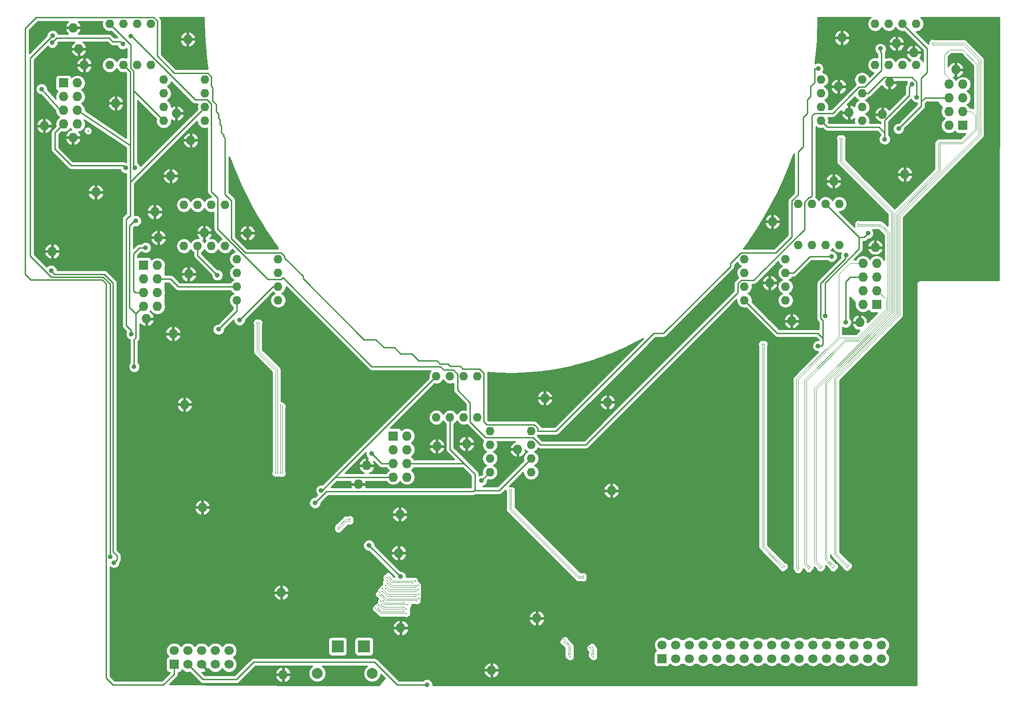
<source format=gbl>
G04 #@! TF.FileFunction,Copper,L2,Bot,Signal*
%FSLAX46Y46*%
G04 Gerber Fmt 4.6, Leading zero omitted, Abs format (unit mm)*
G04 Created by KiCad (PCBNEW 4.0.5) date 2017 January 03, Tuesday 16:58:24*
%MOMM*%
%LPD*%
G01*
G04 APERTURE LIST*
%ADD10C,0.150000*%
%ADD11O,1.727200X1.727200*%
%ADD12R,1.700000X1.700000*%
%ADD13C,1.700000*%
%ADD14O,1.600000X1.600000*%
%ADD15R,1.727200X1.727200*%
%ADD16R,2.235200X2.235200*%
%ADD17C,1.998980*%
%ADD18C,0.889000*%
%ADD19C,0.200000*%
%ADD20C,0.254000*%
%ADD21C,0.120000*%
G04 APERTURE END LIST*
D10*
D11*
X161250000Y-125860000D03*
X201830000Y-164890000D03*
X278840000Y-103870000D03*
X280140000Y-97960000D03*
X131020000Y-94750000D03*
X189470000Y-177960000D03*
D12*
X238020000Y-204670000D03*
D13*
X238020000Y-202130000D03*
X240560000Y-204670000D03*
X240560000Y-202130000D03*
X243100000Y-204670000D03*
X243100000Y-202130000D03*
X245640000Y-204670000D03*
X245640000Y-202130000D03*
X248180000Y-204670000D03*
X248180000Y-202130000D03*
X250720000Y-204670000D03*
X250720000Y-202130000D03*
X253260000Y-204670000D03*
X253260000Y-202130000D03*
X255800000Y-204670000D03*
X255800000Y-202130000D03*
X258340000Y-204670000D03*
X258340000Y-202130000D03*
X260880000Y-204670000D03*
X260880000Y-202130000D03*
X263420000Y-204670000D03*
X263420000Y-202130000D03*
X265960000Y-204670000D03*
X265960000Y-202130000D03*
X268500000Y-204670000D03*
X268500000Y-202130000D03*
X271040000Y-204670000D03*
X271040000Y-202130000D03*
X273580000Y-204670000D03*
X273580000Y-202130000D03*
X276120000Y-204670000D03*
X276120000Y-202130000D03*
X278660000Y-204670000D03*
X278660000Y-202130000D03*
D11*
X136860000Y-101820000D03*
X128980000Y-87850000D03*
X129980000Y-91770000D03*
X148060000Y-103690000D03*
X150200000Y-89980000D03*
X150730000Y-108690000D03*
X150380000Y-133460000D03*
X153240000Y-125780000D03*
X144740000Y-126710000D03*
X144090000Y-121940000D03*
X147030000Y-115280000D03*
X189260000Y-185110000D03*
X196320000Y-165350000D03*
X211290000Y-165910000D03*
X281450000Y-90770000D03*
X272680000Y-103540000D03*
X270730000Y-98730000D03*
X271350000Y-89680000D03*
X284650000Y-92420000D03*
X292420000Y-95610000D03*
X269810000Y-116250000D03*
X258490000Y-123760000D03*
X257970000Y-135100000D03*
X274650000Y-142420000D03*
X277520000Y-128520000D03*
X283000000Y-114990000D03*
X262050000Y-142140000D03*
X181770000Y-172370000D03*
X183330000Y-168930000D03*
X216320000Y-156430000D03*
X227940000Y-157190000D03*
X228670000Y-173560000D03*
X189620000Y-198980000D03*
X214820000Y-197200000D03*
X206440000Y-206810000D03*
X167850000Y-207630000D03*
X167500000Y-192450000D03*
X152900000Y-176680000D03*
X149600000Y-157630000D03*
X142530000Y-141730000D03*
X147470000Y-144530000D03*
X125070000Y-129240000D03*
X128940000Y-108160000D03*
X123610000Y-106000000D03*
X133160000Y-118300000D03*
D14*
X143330000Y-87100000D03*
X140790000Y-87100000D03*
X138250000Y-87100000D03*
X135710000Y-87100000D03*
X135710000Y-94720000D03*
X138250000Y-94720000D03*
X140790000Y-94720000D03*
X143330000Y-94720000D03*
D15*
X293740000Y-105920000D03*
D11*
X293740000Y-103380000D03*
X293740000Y-100840000D03*
X293740000Y-98300000D03*
X291200000Y-98300000D03*
X291200000Y-100840000D03*
X291200000Y-103380000D03*
X291200000Y-105920000D03*
D15*
X277770000Y-139080000D03*
D11*
X277770000Y-136540000D03*
X277770000Y-134000000D03*
X277770000Y-131460000D03*
X275230000Y-131460000D03*
X275230000Y-134000000D03*
X275230000Y-136540000D03*
X275230000Y-139080000D03*
D15*
X188260000Y-163450000D03*
D11*
X188260000Y-165990000D03*
X188260000Y-168530000D03*
X188260000Y-171070000D03*
X190800000Y-171070000D03*
X190800000Y-168530000D03*
X190800000Y-165990000D03*
X190800000Y-163450000D03*
D15*
X142000000Y-131830000D03*
D11*
X142000000Y-134370000D03*
X142000000Y-136910000D03*
X142000000Y-139450000D03*
X144540000Y-139450000D03*
X144540000Y-136910000D03*
X144540000Y-134370000D03*
X144540000Y-131830000D03*
D15*
X127170000Y-98060000D03*
D11*
X127170000Y-100600000D03*
X127170000Y-103140000D03*
X127170000Y-105680000D03*
X129710000Y-105680000D03*
X129710000Y-103140000D03*
X129710000Y-100600000D03*
X129710000Y-98060000D03*
D16*
X177950000Y-202410000D03*
X182830000Y-202410000D03*
D12*
X147650000Y-205750000D03*
D13*
X147650000Y-203210000D03*
X150190000Y-205750000D03*
X150190000Y-203210000D03*
X152730000Y-205750000D03*
X152730000Y-203210000D03*
X155270000Y-205750000D03*
X155270000Y-203210000D03*
X157810000Y-205750000D03*
X157810000Y-203210000D03*
D17*
X184330000Y-207420000D03*
X174170000Y-207420000D03*
D14*
X145730000Y-97460000D03*
X145730000Y-100000000D03*
X145730000Y-102540000D03*
X145730000Y-105080000D03*
X153350000Y-105080000D03*
X153350000Y-102540000D03*
X153350000Y-100000000D03*
X153350000Y-97460000D03*
X157090000Y-120640000D03*
X154550000Y-120640000D03*
X152010000Y-120640000D03*
X149470000Y-120640000D03*
X149470000Y-128260000D03*
X152010000Y-128260000D03*
X154550000Y-128260000D03*
X157090000Y-128260000D03*
X159310000Y-130680000D03*
X159310000Y-133220000D03*
X159310000Y-135760000D03*
X159310000Y-138300000D03*
X166930000Y-138300000D03*
X166930000Y-135760000D03*
X166930000Y-133220000D03*
X166930000Y-130680000D03*
X203850000Y-152380000D03*
X201310000Y-152380000D03*
X198770000Y-152380000D03*
X196230000Y-152380000D03*
X196230000Y-160000000D03*
X198770000Y-160000000D03*
X201310000Y-160000000D03*
X203850000Y-160000000D03*
X206150000Y-162540000D03*
X206150000Y-165080000D03*
X206150000Y-167620000D03*
X206150000Y-170160000D03*
X213770000Y-170160000D03*
X213770000Y-167620000D03*
X213770000Y-165080000D03*
X213770000Y-162540000D03*
X253280000Y-130680000D03*
X253280000Y-133220000D03*
X253280000Y-135760000D03*
X253280000Y-138300000D03*
X260900000Y-138300000D03*
X260900000Y-135760000D03*
X260900000Y-133220000D03*
X260900000Y-130680000D03*
X263230000Y-128100000D03*
X265770000Y-128100000D03*
X268310000Y-128100000D03*
X270850000Y-128100000D03*
X270850000Y-120480000D03*
X268310000Y-120480000D03*
X265770000Y-120480000D03*
X263230000Y-120480000D03*
X267440000Y-97450000D03*
X267440000Y-99990000D03*
X267440000Y-102530000D03*
X267440000Y-105070000D03*
X275060000Y-105070000D03*
X275060000Y-102530000D03*
X275060000Y-99990000D03*
X275060000Y-97450000D03*
X277500000Y-94740000D03*
X280040000Y-94740000D03*
X282580000Y-94740000D03*
X285120000Y-94740000D03*
X285120000Y-87120000D03*
X282580000Y-87120000D03*
X280040000Y-87120000D03*
X277500000Y-87120000D03*
D18*
X125160000Y-89310000D03*
X135851900Y-185860000D03*
X123100000Y-99190000D03*
X142380000Y-128560000D03*
X184260000Y-166720000D03*
X269420000Y-130210000D03*
X285214500Y-100710000D03*
X281830000Y-106530000D03*
X276160000Y-125920000D03*
X268210000Y-141250000D03*
X272050000Y-142380000D03*
X173732872Y-175847127D03*
X155660000Y-133650000D03*
X159790000Y-141970000D03*
X139752440Y-144580000D03*
X140575500Y-123617620D03*
X140260450Y-150595500D03*
X138704500Y-113810000D03*
X278480000Y-91720000D03*
X139650000Y-89420000D03*
X138160000Y-90850000D03*
X125075736Y-90561699D03*
X124878717Y-132821283D03*
X136525500Y-186898760D03*
X284366283Y-98273717D03*
X266911283Y-146761283D03*
X272135278Y-129985278D03*
X279254500Y-108500000D03*
X189600000Y-189508757D03*
X183756358Y-183693642D03*
X204590000Y-171720000D03*
X174886282Y-173526282D03*
X194500000Y-209540000D03*
X155901802Y-143695633D03*
X140355500Y-113780000D03*
X266928600Y-95412560D03*
D19*
X288130000Y-91010000D03*
X272275650Y-187764350D03*
X288130000Y-90630000D03*
X272544350Y-187495650D03*
X269705650Y-187874350D03*
X269974350Y-187605650D03*
X270980000Y-108320000D03*
X267345650Y-187924350D03*
X271360000Y-108320000D03*
X267614350Y-187655650D03*
X274360000Y-124580000D03*
X265185650Y-188054350D03*
X274360000Y-124200000D03*
X265454350Y-187785650D03*
X263454350Y-187985650D03*
X263185650Y-188254350D03*
X256565900Y-146443700D03*
X260403610Y-187858130D03*
X256945900Y-146443700D03*
X260672310Y-187589430D03*
X209758780Y-173489620D03*
X223413320Y-189783220D03*
X210138780Y-173489620D03*
X223413320Y-189403220D03*
X180207153Y-178839771D03*
X178081999Y-180720699D03*
X187020650Y-189659350D03*
X191890000Y-190620000D03*
X180207153Y-179219771D03*
X178350699Y-180451999D03*
X187440000Y-189530000D03*
X192420000Y-190240000D03*
X167431990Y-157736810D03*
X167288182Y-170348342D03*
X187170000Y-190850000D03*
X192470000Y-191440000D03*
X167700690Y-158005510D03*
X167668182Y-170348342D03*
X187020000Y-190160000D03*
X192960000Y-191060000D03*
X162992300Y-142450820D03*
X166454320Y-170334940D03*
X186780000Y-191650000D03*
X192480000Y-192280000D03*
X163372300Y-142450820D03*
X166834320Y-170334940D03*
X186760000Y-191070000D03*
X192940000Y-191900000D03*
X186190000Y-192230000D03*
X192500000Y-193110000D03*
X192940000Y-192730000D03*
X186180000Y-191680000D03*
X185790000Y-192950000D03*
X192520000Y-193940000D03*
X185730000Y-192350000D03*
X192940000Y-193560000D03*
X185830000Y-193970000D03*
X190951743Y-194687471D03*
X219910000Y-201670000D03*
X221020640Y-204348999D03*
X186380000Y-193980000D03*
X190230000Y-194300000D03*
X219900000Y-201150000D03*
X221020640Y-203968999D03*
X225343720Y-204348999D03*
X224560000Y-202560000D03*
X190724098Y-195479897D03*
X185550000Y-194760000D03*
X186060000Y-194720000D03*
X190230000Y-195100000D03*
X225041190Y-202506651D03*
X225343720Y-203968999D03*
X184900000Y-195290000D03*
X190703200Y-196313560D03*
X185500000Y-195350000D03*
X190220000Y-195920000D03*
D20*
X131724601Y-106934601D02*
X131696167Y-106884601D01*
X121010000Y-130120000D02*
X121010000Y-93460000D01*
X121010000Y-93460000D02*
X125160000Y-89310000D01*
X124859750Y-133969750D02*
X121010000Y-130120000D01*
X134505304Y-133969750D02*
X124859750Y-133969750D01*
X135851900Y-185860000D02*
X135851900Y-135316346D01*
X135851900Y-135316346D02*
X134505304Y-133969750D01*
X123100000Y-99190000D02*
X126620000Y-103140000D01*
X126620000Y-103140000D02*
X127170000Y-103140000D01*
X140450000Y-136910000D02*
X142000000Y-136910000D01*
X140120000Y-136580000D02*
X140450000Y-136910000D01*
X140120000Y-129730000D02*
X140120000Y-136580000D01*
X141270000Y-128580000D02*
X140120000Y-129730000D01*
X142360000Y-128580000D02*
X141270000Y-128580000D01*
X142380000Y-128560000D02*
X142360000Y-128580000D01*
X188260000Y-168530000D02*
X186070000Y-168530000D01*
X186070000Y-168530000D02*
X186050000Y-168510000D01*
X186050000Y-168510000D02*
X184260000Y-166720000D01*
X260900000Y-133220000D02*
X262397882Y-133220000D01*
X262397882Y-133220000D02*
X265407882Y-130210000D01*
X265407882Y-130210000D02*
X269420000Y-130210000D01*
X284290000Y-97030000D02*
X285214500Y-97954500D01*
X285214500Y-97954500D02*
X285214500Y-100710000D01*
X279151370Y-97030000D02*
X284290000Y-97030000D01*
X275060000Y-99990000D02*
X276191370Y-99990000D01*
X276191370Y-99990000D02*
X279151370Y-97030000D01*
X285214500Y-100512758D02*
X285214500Y-100710000D01*
X286040000Y-102320000D02*
X286040000Y-101540000D01*
X286740000Y-100840000D02*
X291200000Y-100840000D01*
X286040000Y-101540000D02*
X286740000Y-100840000D01*
X275230000Y-134000000D02*
X272910000Y-134000000D01*
X272050000Y-134860000D02*
X272050000Y-135620000D01*
X272910000Y-134000000D02*
X272050000Y-134860000D01*
X139530000Y-122730000D02*
X139360000Y-122730000D01*
X139360000Y-122730000D02*
X138760000Y-123330000D01*
X287140000Y-96070000D02*
X287140000Y-91680000D01*
X286040000Y-102320000D02*
X286040000Y-97170000D01*
X287140000Y-91680000D02*
X282580000Y-87120000D01*
X286040000Y-97170000D02*
X287140000Y-96070000D01*
X281830000Y-106530000D02*
X286040000Y-102320000D01*
X290560000Y-100840000D02*
X291200000Y-100840000D01*
X274500000Y-126670000D02*
X275410000Y-126670000D01*
X275410000Y-126670000D02*
X276160000Y-125920000D01*
X274500000Y-128787990D02*
X274500000Y-126670000D01*
X268210000Y-135077990D02*
X274500000Y-128787990D01*
X268210000Y-141250000D02*
X268210000Y-135077990D01*
X274500000Y-126670000D02*
X268310000Y-120480000D01*
X272050000Y-142380000D02*
X272050000Y-135620000D01*
X203220000Y-173540000D02*
X203350000Y-173410000D01*
X203050071Y-173709929D02*
X203220000Y-173540000D01*
X203220000Y-173540000D02*
X207850000Y-173540000D01*
X207850000Y-173540000D02*
X213770000Y-167620000D01*
X201560000Y-168690000D02*
X198770000Y-165900000D01*
X198770000Y-165900000D02*
X198770000Y-160000000D01*
X201560000Y-168700000D02*
X201390000Y-168530000D01*
X203350000Y-170490000D02*
X201560000Y-168700000D01*
X201560000Y-168700000D02*
X201560000Y-168690000D01*
X201390000Y-168530000D02*
X190800000Y-168530000D01*
X203350000Y-173410000D02*
X203350000Y-170490000D01*
X173732872Y-175847127D02*
X175870070Y-173709929D01*
X175870070Y-173709929D02*
X203050071Y-173709929D01*
X155660000Y-133650000D02*
X152010000Y-130000000D01*
X152010000Y-130000000D02*
X152010000Y-128260000D01*
X159790000Y-141970000D02*
X166000000Y-135760000D01*
X166000000Y-135760000D02*
X166930000Y-135760000D01*
X139752440Y-143951383D02*
X138760000Y-142958943D01*
X139752440Y-144580000D02*
X139752440Y-143951383D01*
X138760000Y-142958943D02*
X138760000Y-123330000D01*
X139530000Y-122730000D02*
X139530000Y-116420000D01*
X139530000Y-116420000D02*
X139530000Y-109660000D01*
X152550001Y-103399999D02*
X139530000Y-116420000D01*
X139530000Y-109660000D02*
X139530000Y-96000000D01*
X139530000Y-96000000D02*
X138250000Y-94720000D01*
X139530000Y-109660000D02*
X129710000Y-103140000D01*
X152550001Y-103339999D02*
X152550001Y-103399999D01*
X142000000Y-139450000D02*
X141947872Y-139450000D01*
X141947872Y-139450000D02*
X140577941Y-140819931D01*
X139360000Y-139040000D02*
X139360000Y-139601990D01*
X139368010Y-124563727D02*
X139368010Y-139040000D01*
X140314117Y-123617620D02*
X139368010Y-124563727D01*
X140575500Y-123617620D02*
X140314117Y-123617620D01*
X139360000Y-139040000D02*
X139368010Y-139040000D01*
X139360000Y-139601990D02*
X140577941Y-140819931D01*
X140577941Y-140819931D02*
X140569931Y-140819931D01*
X140260450Y-150595500D02*
X140260450Y-145559550D01*
X140577941Y-145242059D02*
X140260450Y-145559550D01*
X140577941Y-140819931D02*
X140577941Y-145242059D01*
X128590000Y-113350000D02*
X138244500Y-113350000D01*
X138244500Y-113350000D02*
X138704500Y-113810000D01*
X125580000Y-107270000D02*
X127170000Y-105680000D01*
X125580000Y-110340000D02*
X125580000Y-107270000D01*
X128590000Y-113350000D02*
X125580000Y-110340000D01*
X128960000Y-113350000D02*
X128590000Y-113350000D01*
X155540000Y-208560000D02*
X153000000Y-208560000D01*
X153000000Y-208560000D02*
X150190000Y-205750000D01*
X275601001Y-98808999D02*
X274541001Y-98808999D01*
X278681001Y-95728999D02*
X275601001Y-98808999D01*
X278681001Y-92549618D02*
X278681001Y-95728999D01*
X278480000Y-92348617D02*
X278681001Y-92549618D01*
X278480000Y-91720000D02*
X278480000Y-92348617D01*
X274541001Y-98808999D02*
X272910000Y-100440000D01*
X269638999Y-103711001D02*
X266228999Y-103711001D01*
X272910000Y-100440000D02*
X269638999Y-103711001D01*
X266228999Y-103711001D02*
X265750000Y-104190000D01*
X265750000Y-104190000D02*
X265750000Y-107360000D01*
X265750000Y-107360000D02*
X265750000Y-118970000D01*
X264411001Y-120091117D02*
X264411001Y-125178999D01*
X265203119Y-119298999D02*
X264411001Y-120091117D01*
X265421001Y-119298999D02*
X265203119Y-119298999D01*
X265750000Y-118970000D02*
X265421001Y-119298999D01*
X264411001Y-125178999D02*
X256240000Y-133350000D01*
X252713119Y-134578999D02*
X252090000Y-135202118D01*
X255011001Y-134578999D02*
X252713119Y-134578999D01*
X256240000Y-133350000D02*
X255011001Y-134578999D01*
X252090000Y-135202118D02*
X252090000Y-136870000D01*
X252090000Y-136870000D02*
X223910000Y-165050000D01*
X214158883Y-163721001D02*
X205351001Y-163721001D01*
X215487882Y-165050000D02*
X214158883Y-163721001D01*
X223910000Y-165050000D02*
X215487882Y-165050000D01*
X202491001Y-160861001D02*
X202491001Y-157271001D01*
X205351001Y-163721001D02*
X202491001Y-160861001D01*
X199336881Y-151198999D02*
X197601001Y-151198999D01*
X200128999Y-151991117D02*
X199336881Y-151198999D01*
X200128999Y-154908999D02*
X200128999Y-151991117D01*
X202491001Y-157271001D02*
X200128999Y-154908999D01*
X197601001Y-151198999D02*
X196982002Y-150580000D01*
X196982002Y-150580000D02*
X184290000Y-150580000D01*
X167810000Y-134100000D02*
X167797882Y-134100000D01*
X184290000Y-150580000D02*
X167810000Y-134100000D01*
X167496881Y-134401001D02*
X165001001Y-134401001D01*
X167797882Y-134100000D02*
X167496881Y-134401001D01*
X165001001Y-134401001D02*
X157360000Y-126760000D01*
X155731001Y-125131001D02*
X155731001Y-119351001D01*
X157360000Y-126760000D02*
X155731001Y-125131001D01*
X154531001Y-101931001D02*
X153790000Y-101190000D01*
X154531001Y-118151001D02*
X154531001Y-101931001D01*
X155731001Y-119351001D02*
X154531001Y-118151001D01*
X139777882Y-89420000D02*
X139650000Y-89420000D01*
X151547882Y-101190000D02*
X139777882Y-89420000D01*
X153790000Y-101190000D02*
X151547882Y-101190000D01*
X137715501Y-90405501D02*
X136285501Y-90405501D01*
X138160000Y-90850000D02*
X137715501Y-90405501D01*
X136285501Y-90405501D02*
X135630000Y-89750000D01*
X125887435Y-89750000D02*
X125075736Y-90561699D01*
X135630000Y-89750000D02*
X125887435Y-89750000D01*
X124878717Y-132821283D02*
X125519174Y-133461740D01*
X134715729Y-133461741D02*
X136359910Y-135105922D01*
X125519174Y-133461740D02*
X134715729Y-133461741D01*
X136359910Y-135105922D02*
X136359910Y-159240000D01*
X136359910Y-159240000D02*
X136359910Y-184870000D01*
X137100000Y-186324260D02*
X136525500Y-186898760D01*
X137100000Y-185610090D02*
X137100000Y-186324260D01*
X136359910Y-184870000D02*
X137100000Y-185610090D01*
X283840000Y-100360000D02*
X279254500Y-104945500D01*
X279254500Y-104945500D02*
X279254500Y-107300000D01*
X283840000Y-98800000D02*
X284366283Y-98273717D01*
X283840000Y-100360000D02*
X283840000Y-98800000D01*
X267813759Y-142075501D02*
X267813759Y-145320000D01*
X267813759Y-145320000D02*
X267813759Y-146456241D01*
X253280000Y-138300000D02*
X259390000Y-144410000D01*
X259390000Y-144410000D02*
X266903759Y-144410000D01*
X266903759Y-144410000D02*
X267813759Y-145320000D01*
X267813759Y-146456241D02*
X267508717Y-146761283D01*
X267508717Y-146761283D02*
X266911283Y-146761283D01*
X271980000Y-130589556D02*
X267384499Y-135185057D01*
X267384499Y-135185057D02*
X267384499Y-141646241D01*
X267384499Y-141646241D02*
X267813759Y-142075501D01*
X272135278Y-129985278D02*
X271980000Y-130140556D01*
X271980000Y-130140556D02*
X271980000Y-130589556D01*
X279254500Y-107300000D02*
X279254500Y-108500000D01*
X267440000Y-105070000D02*
X268621001Y-106251001D01*
X268621001Y-106251001D02*
X278205501Y-106251001D01*
X278205501Y-106251001D02*
X279254500Y-107300000D01*
X183756358Y-183693642D02*
X189571473Y-189508757D01*
X189571473Y-189508757D02*
X189600000Y-189508757D01*
X206150000Y-170160000D02*
X204590000Y-171720000D01*
X196230000Y-152380000D02*
X177090000Y-171520000D01*
X188260000Y-171070000D02*
X177540000Y-171070000D01*
X177090000Y-171520000D02*
X175083718Y-173526282D01*
X177540000Y-171070000D02*
X177090000Y-171520000D01*
X175083718Y-173526282D02*
X174886282Y-173526282D01*
X159180000Y-208560000D02*
X155540000Y-208560000D01*
X162430000Y-205310000D02*
X159180000Y-208560000D01*
X184790000Y-205310000D02*
X162430000Y-205310000D01*
X189020000Y-209540000D02*
X184790000Y-205310000D01*
X194500000Y-209540000D02*
X189020000Y-209540000D01*
X159310000Y-138300000D02*
X159310000Y-140287435D01*
X159310000Y-140287435D02*
X155901802Y-143695633D01*
X140130000Y-99480000D02*
X140130000Y-113554500D01*
X140130000Y-113554500D02*
X140355500Y-113780000D01*
X140130000Y-95881566D02*
X140130000Y-99480000D01*
X140130000Y-99480000D02*
X145730000Y-105080000D01*
X135710000Y-87100000D02*
X139608999Y-90998999D01*
X139608999Y-90998999D02*
X139608999Y-95360565D01*
X139608999Y-95360565D02*
X140130000Y-95881566D01*
X147650000Y-205750000D02*
X147650000Y-207548680D01*
X155448000Y-102036880D02*
X155448000Y-103398320D01*
X147650000Y-207548680D02*
X145663920Y-209534760D01*
X155448000Y-103398320D02*
X155849320Y-103799640D01*
X122086681Y-85918999D02*
X143896881Y-85918999D01*
X145663920Y-209534760D02*
X136331960Y-209534760D01*
X198810880Y-150530560D02*
X200649840Y-150530560D01*
X136331960Y-209534760D02*
X135026400Y-208229200D01*
X236514640Y-144434560D02*
X238297720Y-144434560D01*
X167496881Y-129498999D02*
X168111001Y-130113119D01*
X135026400Y-135209280D02*
X134294880Y-134477760D01*
X154531001Y-98625601D02*
X154813000Y-98907600D01*
X144511001Y-86533119D02*
X144511001Y-93073760D01*
X153916881Y-96278999D02*
X154531001Y-96893119D01*
X135026400Y-208229200D02*
X135026400Y-135209280D01*
X154531001Y-96893119D02*
X154531001Y-98625601D01*
X134294880Y-134477760D02*
X121076720Y-134477760D01*
X201107040Y-150987760D02*
X204205642Y-150987760D01*
X156408120Y-106009440D02*
X156408120Y-107233720D01*
X121076720Y-134477760D02*
X120060720Y-133461760D01*
X205583119Y-161358999D02*
X214336881Y-161358999D01*
X143896881Y-85918999D02*
X144511001Y-86533119D01*
X120060720Y-133461760D02*
X120060720Y-87944960D01*
X160888680Y-129498999D02*
X167496881Y-129498999D01*
X120060720Y-87944960D02*
X122086681Y-85918999D01*
X144511001Y-93073760D02*
X147716240Y-96278999D01*
X262048999Y-119913119D02*
X263210040Y-118752078D01*
X156809440Y-107955080D02*
X157104080Y-108249720D01*
X147716240Y-96278999D02*
X153916881Y-96278999D01*
X154813000Y-98907600D02*
X154813000Y-101401880D01*
X154813000Y-101401880D02*
X155448000Y-102036880D01*
X157104080Y-118678960D02*
X158271001Y-119845881D01*
X155849320Y-103799640D02*
X155849320Y-104576880D01*
X200649840Y-150530560D02*
X201107040Y-150987760D01*
X238297720Y-144434560D02*
X250682760Y-132049520D01*
X155849320Y-104576880D02*
X156143960Y-104871520D01*
X156143960Y-105745280D02*
X156408120Y-106009440D01*
X156143960Y-104871520D02*
X156143960Y-105745280D01*
X156809440Y-107635040D02*
X156809440Y-107955080D01*
X156408120Y-107233720D02*
X156809440Y-107635040D01*
X157104080Y-108249720D02*
X157104080Y-118678960D01*
X158271001Y-119845881D02*
X158271001Y-126881320D01*
X158271001Y-126881320D02*
X160888680Y-129498999D01*
X204205642Y-150987760D02*
X205031001Y-151813119D01*
X168111001Y-130113119D02*
X168111001Y-130437721D01*
X168111001Y-130437721D02*
X171516040Y-133842760D01*
X192994280Y-149489160D02*
X196321680Y-149489160D01*
X171516040Y-133842760D02*
X171516040Y-134254240D01*
X171516040Y-134254240D02*
X182844440Y-145582640D01*
X182844440Y-145582640D02*
X185033920Y-145582640D01*
X185033920Y-145582640D02*
X186532520Y-147081240D01*
X186532520Y-147081240D02*
X188508640Y-147081240D01*
X188508640Y-147081240D02*
X189626240Y-148198840D01*
X214951001Y-161973119D02*
X214951001Y-162539680D01*
X189626240Y-148198840D02*
X191703960Y-148198840D01*
X191703960Y-148198840D02*
X192994280Y-149489160D01*
X196321680Y-149489160D02*
X196905880Y-150073360D01*
X196905880Y-150073360D02*
X198353680Y-150073360D01*
X259155839Y-129498999D02*
X259155839Y-129451200D01*
X214336881Y-161358999D02*
X214951001Y-161973119D01*
X198353680Y-150073360D02*
X198810880Y-150530560D01*
X205031001Y-151813119D02*
X205031001Y-160806881D01*
X250682760Y-132049520D02*
X250682760Y-131460240D01*
X205031001Y-160806881D02*
X205583119Y-161358999D01*
X265551920Y-98731718D02*
X266258999Y-98024639D01*
X214951001Y-162539680D02*
X218409520Y-162539680D01*
X218409520Y-162539680D02*
X236514640Y-144434560D01*
X250682760Y-131460240D02*
X252644001Y-129498999D01*
X252644001Y-129498999D02*
X259155839Y-129498999D01*
X259155839Y-129451200D02*
X262048999Y-126558040D01*
X262048999Y-126558040D02*
X262048999Y-119913119D01*
X263210040Y-118752078D02*
X263210040Y-110820200D01*
X263210040Y-110820200D02*
X264144760Y-109885480D01*
X264144760Y-109885480D02*
X264144760Y-104480360D01*
X266258999Y-95453544D02*
X266299983Y-95412560D01*
X264144760Y-104480360D02*
X264962640Y-103662480D01*
X264962640Y-103662480D02*
X264962640Y-101193600D01*
X264962640Y-101193600D02*
X265551920Y-100604320D01*
X265551920Y-100604320D02*
X265551920Y-98731718D01*
X266258999Y-98024639D02*
X266258999Y-95453544D01*
X266299983Y-95412560D02*
X266928600Y-95412560D01*
D21*
X281717511Y-140922175D02*
X281717511Y-122589503D01*
X269907500Y-152732184D02*
X281717511Y-140922175D01*
X296692510Y-107614504D02*
X296692510Y-93848176D01*
X296692510Y-93848176D02*
X293816833Y-90972499D01*
X281717511Y-122589503D02*
X296692510Y-107614504D01*
X288167501Y-90972499D02*
X288130000Y-91010000D01*
X269907500Y-185343167D02*
X269907500Y-152732184D01*
X272275650Y-187764350D02*
X272275650Y-187711317D01*
X272275650Y-187711317D02*
X269907500Y-185343167D01*
X293816833Y-90972499D02*
X288167501Y-90972499D01*
X270212500Y-185216833D02*
X270212500Y-152858506D01*
X293943167Y-90667501D02*
X288167501Y-90667501D01*
X296997501Y-107740835D02*
X296997501Y-93721835D01*
X272544350Y-187495650D02*
X272491317Y-187495650D01*
X272491317Y-187495650D02*
X270212500Y-185216833D01*
X270212500Y-152858506D02*
X282022502Y-141048506D01*
X282022502Y-141048506D02*
X282022502Y-122715834D01*
X282022502Y-122715834D02*
X296997501Y-107740835D01*
X296997501Y-93721835D02*
X293943167Y-90667501D01*
X288167501Y-90667501D02*
X288130000Y-90630000D01*
X289207500Y-109330000D02*
X289207500Y-109207187D01*
X289207500Y-109207187D02*
X289387197Y-109027490D01*
X296089990Y-106545732D02*
X296089990Y-104099990D01*
X289387197Y-109027490D02*
X292987490Y-109027490D01*
X292987490Y-109027490D02*
X292989990Y-109029990D01*
X292989990Y-109029990D02*
X293605732Y-109029990D01*
X293605732Y-109029990D02*
X296089990Y-106545732D01*
X296089990Y-104099990D02*
X295370000Y-103380000D01*
X295370000Y-103380000D02*
X293740000Y-103380000D01*
X269705650Y-187821317D02*
X268227500Y-186343167D01*
X269705650Y-187874350D02*
X269705650Y-187821317D01*
X268227500Y-186343167D02*
X268227500Y-153549514D01*
X281107510Y-140669505D02*
X281107510Y-122336824D01*
X268227500Y-153549514D02*
X281107510Y-140669505D01*
X281107510Y-122336824D02*
X289207500Y-114236834D01*
X289207500Y-114236834D02*
X289207500Y-109330000D01*
X291200000Y-98300000D02*
X291200000Y-97150000D01*
X290360000Y-92890000D02*
X291320000Y-91930000D01*
X290360000Y-96310000D02*
X290360000Y-92890000D01*
X291200000Y-97150000D02*
X290360000Y-96310000D01*
X293720000Y-91930000D02*
X291320000Y-91930000D01*
X296390000Y-94600000D02*
X293720000Y-91930000D01*
X296390000Y-106670000D02*
X296390000Y-94600000D01*
X293730000Y-109330000D02*
X296390000Y-106670000D01*
X289512500Y-109330000D02*
X293730000Y-109330000D01*
X269974350Y-187605650D02*
X269921317Y-187605650D01*
X269921317Y-187605650D02*
X268532500Y-186216833D01*
X268532500Y-186216833D02*
X268532500Y-153675836D01*
X281412501Y-122463165D02*
X289512500Y-114363166D01*
X268532500Y-153675836D02*
X281412501Y-140795836D01*
X281412501Y-140795836D02*
X281412501Y-122463165D01*
X289512500Y-114363166D02*
X289512500Y-109330000D01*
X280497500Y-122123166D02*
X271017501Y-112643167D01*
X271017501Y-112643167D02*
X271017501Y-108357501D01*
X271017501Y-108357501D02*
X270980000Y-108320000D01*
X280497500Y-140416834D02*
X280497500Y-122123166D01*
X266237500Y-154676834D02*
X280497500Y-140416834D01*
X266237500Y-186763167D02*
X266237500Y-154676834D01*
X267345650Y-187924350D02*
X267345650Y-187871317D01*
X267345650Y-187871317D02*
X266237500Y-186763167D01*
X280802500Y-121996834D02*
X271322499Y-112516833D01*
X271322499Y-112516833D02*
X271322499Y-108357501D01*
X271322499Y-108357501D02*
X271360000Y-108320000D01*
X280802500Y-140543166D02*
X280802500Y-121996834D01*
X266542500Y-154803166D02*
X280802500Y-140543166D01*
X266542500Y-186636833D02*
X266542500Y-154803166D01*
X267614350Y-187655650D02*
X267561317Y-187655650D01*
X267561317Y-187655650D02*
X266542500Y-186636833D01*
X274397501Y-124542499D02*
X274360000Y-124580000D01*
X279646072Y-137858260D02*
X279847500Y-137656833D01*
X271933990Y-145570343D02*
X274357470Y-145570343D01*
X279852510Y-140075303D02*
X279852510Y-138064698D01*
X279847500Y-137656833D02*
X279847500Y-126003166D01*
X265185650Y-188001317D02*
X264427500Y-187243167D01*
X279847500Y-126003166D02*
X278386833Y-124542499D01*
X279852510Y-138064698D02*
X279646072Y-137858260D01*
X265185650Y-188054350D02*
X265185650Y-188001317D01*
X278386833Y-124542499D02*
X274397501Y-124542499D01*
X264427500Y-187243167D02*
X264427500Y-153076833D01*
X264427500Y-153076833D02*
X271933990Y-145570343D01*
X274357470Y-145570343D02*
X279852510Y-140075303D01*
X265401317Y-187785650D02*
X264732500Y-187116833D01*
X280157501Y-137788168D02*
X280152500Y-137783167D01*
X280152500Y-137783167D02*
X280152500Y-125876834D01*
X280157501Y-140201634D02*
X280157501Y-137788168D01*
X264732500Y-187116833D02*
X264732500Y-153203167D01*
X265454350Y-187785650D02*
X265401317Y-187785650D01*
X264732500Y-153203167D02*
X272060333Y-145875334D01*
X272060333Y-145875334D02*
X274483802Y-145875333D01*
X274483802Y-145875333D02*
X280157501Y-140201634D01*
X280152500Y-125876834D02*
X278513165Y-124237501D01*
X278513165Y-124237501D02*
X274397501Y-124237501D01*
X274397501Y-124237501D02*
X274360000Y-124200000D01*
X277770000Y-136540000D02*
X277900008Y-136540000D01*
X277900008Y-136540000D02*
X279550008Y-138190000D01*
X279550008Y-138190000D02*
X279550008Y-138190008D01*
X279550000Y-138190000D02*
X279550008Y-138190008D01*
X279550008Y-138190008D02*
X277890000Y-136530000D01*
X277890000Y-136530000D02*
X277770000Y-136540000D01*
X279550000Y-139950000D02*
X279550000Y-138190000D01*
X274232167Y-145267833D02*
X279550000Y-139950000D01*
X270957833Y-145267833D02*
X274232167Y-145267833D01*
X263252500Y-152973166D02*
X270957833Y-145267833D01*
X263252500Y-187836833D02*
X263252500Y-152973166D01*
X263454350Y-187985650D02*
X263401317Y-187985650D01*
X263401317Y-187985650D02*
X263252500Y-187836833D01*
X275230000Y-131460000D02*
X272810000Y-131460000D01*
X270742167Y-133527833D02*
X270742167Y-134387833D01*
X272810000Y-131460000D02*
X270742167Y-133527833D01*
X270742167Y-145052167D02*
X270742167Y-134387833D01*
X263185650Y-188201317D02*
X262947500Y-187963167D01*
X263185650Y-188254350D02*
X263185650Y-188201317D01*
X262947500Y-187963167D02*
X262947500Y-152846834D01*
X262947500Y-152846834D02*
X270742167Y-145052167D01*
X260403610Y-187805097D02*
X256603401Y-184004888D01*
X256603401Y-184004888D02*
X256603401Y-146481201D01*
X260403610Y-187858130D02*
X260403610Y-187805097D01*
X256603401Y-146481201D02*
X256565900Y-146443700D01*
X260619277Y-187589430D02*
X256908399Y-183878552D01*
X256908399Y-183878552D02*
X256908399Y-146481201D01*
X260672310Y-187589430D02*
X260619277Y-187589430D01*
X256908399Y-146481201D02*
X256945900Y-146443700D01*
X223413320Y-189783220D02*
X223375819Y-189745719D01*
X222509413Y-189745719D02*
X209796281Y-177032585D01*
X209796281Y-173527121D02*
X209758780Y-173489620D01*
X223375819Y-189745719D02*
X222509413Y-189745719D01*
X209796281Y-177032585D02*
X209796281Y-173527121D01*
X223375819Y-189440721D02*
X222635747Y-189440721D01*
X223413320Y-189403220D02*
X223375819Y-189440721D01*
X222635747Y-189440721D02*
X210101279Y-176906253D01*
X210101279Y-176906253D02*
X210101279Y-173527121D01*
X210101279Y-173527121D02*
X210138780Y-173489620D01*
X178081999Y-180720699D02*
X178081999Y-180690201D01*
X178008198Y-180287598D02*
X178186298Y-180109498D01*
X178081999Y-180690201D02*
X178008198Y-180616400D01*
X179494092Y-178877272D02*
X180169652Y-178877272D01*
X178008198Y-180616400D02*
X178008198Y-180287598D01*
X178186298Y-180109498D02*
X178261866Y-180109498D01*
X180169652Y-178877272D02*
X180207153Y-178839771D01*
X178261866Y-180109498D02*
X179494092Y-178877272D01*
X191852499Y-190582499D02*
X188006833Y-190592499D01*
X191890000Y-190620000D02*
X191852499Y-190582499D01*
X188006833Y-190592499D02*
X187073683Y-189659350D01*
X187073683Y-189659350D02*
X187020650Y-189659350D01*
X180169652Y-179182270D02*
X180207153Y-179219771D01*
X179620428Y-179182270D02*
X180169652Y-179182270D01*
X178350699Y-180451999D02*
X179620428Y-179182270D01*
X187440000Y-189583033D02*
X187440000Y-189530000D01*
X192420000Y-190240000D02*
X192382499Y-190277501D01*
X188133167Y-190287501D02*
X187440000Y-189583033D01*
X192382499Y-190277501D02*
X188133167Y-190287501D01*
X167325683Y-157896150D02*
X167431990Y-157789843D01*
X167288182Y-170348342D02*
X167325683Y-170310841D01*
X167325683Y-170310841D02*
X167325683Y-157896150D01*
X167431990Y-157789843D02*
X167431990Y-157736810D01*
X192470000Y-191440000D02*
X192432499Y-191402499D01*
X187785702Y-191407509D02*
X187223033Y-190850000D01*
X187223033Y-190850000D02*
X187170000Y-190850000D01*
X192432499Y-191402499D02*
X187785702Y-191407509D01*
X167668182Y-170348342D02*
X167630681Y-170310841D01*
X167630681Y-170310841D02*
X167630681Y-158022486D01*
X167647657Y-158005510D02*
X167700690Y-158005510D01*
X167630681Y-158022486D02*
X167647657Y-158005510D01*
X192960000Y-191060000D02*
X192922499Y-191097501D01*
X192922499Y-191097501D02*
X187912038Y-191102511D01*
X187912038Y-191102511D02*
X187020000Y-190213033D01*
X187020000Y-190213033D02*
X187020000Y-190160000D01*
X166491821Y-151335407D02*
X163029801Y-147873387D01*
X163029801Y-147873387D02*
X163029801Y-142488321D01*
X163029801Y-142488321D02*
X162992300Y-142450820D01*
X166454320Y-170334940D02*
X166491821Y-170297439D01*
X166491821Y-170297439D02*
X166491821Y-151335407D01*
X187436166Y-192241416D02*
X186833033Y-191650000D01*
X192480000Y-192280000D02*
X192442499Y-192242499D01*
X192442499Y-192242499D02*
X187436166Y-192241416D01*
X186833033Y-191650000D02*
X186780000Y-191650000D01*
X166796819Y-151209073D02*
X163334799Y-147747053D01*
X163334799Y-147747053D02*
X163334799Y-142488321D01*
X163334799Y-142488321D02*
X163372300Y-142450820D01*
X166834320Y-170334940D02*
X166796819Y-170297439D01*
X166796819Y-170297439D02*
X166796819Y-151209073D01*
X187562502Y-191936418D02*
X186760000Y-191123033D01*
X192940000Y-191900000D02*
X192902499Y-191937501D01*
X192902499Y-191937501D02*
X187562502Y-191936418D01*
X186760000Y-191123033D02*
X186760000Y-191070000D01*
X187093189Y-193075381D02*
X186243033Y-192230000D01*
X192500000Y-193110000D02*
X192462499Y-193072499D01*
X192462499Y-193072499D02*
X187093189Y-193075381D01*
X186243033Y-192230000D02*
X186190000Y-192230000D01*
X186180000Y-191733033D02*
X186180000Y-191680000D01*
X187219525Y-192770383D02*
X186180000Y-191733033D01*
X192940000Y-192730000D02*
X192902499Y-192767501D01*
X192902499Y-192767501D02*
X187219525Y-192770383D01*
X192482499Y-193902499D02*
X186798362Y-193907588D01*
X186798362Y-193907588D02*
X185843033Y-192950000D01*
X192520000Y-193940000D02*
X192482499Y-193902499D01*
X185843033Y-192950000D02*
X185790000Y-192950000D01*
X192940000Y-193560000D02*
X192902499Y-193597501D01*
X192902499Y-193597501D02*
X186924696Y-193602590D01*
X186924696Y-193602590D02*
X185730000Y-192403033D01*
X185730000Y-192403033D02*
X185730000Y-192350000D01*
X190914242Y-194649970D02*
X186565662Y-194649970D01*
X190951743Y-194687471D02*
X190914242Y-194649970D01*
X186565662Y-194649970D02*
X185883033Y-193970000D01*
X185883033Y-193970000D02*
X185830000Y-193970000D01*
X220715640Y-203767097D02*
X220715640Y-202421937D01*
X220678139Y-203804598D02*
X220715640Y-203767097D01*
X219963033Y-201670000D02*
X219910000Y-201670000D01*
X220983141Y-204311500D02*
X220856239Y-204311500D01*
X220715640Y-202421937D02*
X219963033Y-201670000D01*
X221020640Y-204348999D02*
X220983141Y-204311500D01*
X220856239Y-204311500D02*
X220678139Y-204133400D01*
X220678139Y-204133400D02*
X220678139Y-203804598D01*
X190230000Y-194300000D02*
X190192499Y-194337501D01*
X190192499Y-194337501D02*
X186691998Y-194344972D01*
X186691998Y-194344972D02*
X186380000Y-194033033D01*
X186380000Y-194033033D02*
X186380000Y-193980000D01*
X220141652Y-201394108D02*
X219900000Y-201180526D01*
X221020640Y-203968999D02*
X221020640Y-202295603D01*
X221020640Y-202295603D02*
X220141652Y-201416615D01*
X220141652Y-201416615D02*
X220141652Y-201394108D01*
X219900000Y-201180526D02*
X219900000Y-201150000D01*
X224613033Y-202560000D02*
X224560000Y-202560000D01*
X225038720Y-203767097D02*
X225038720Y-202988548D01*
X225001219Y-204133400D02*
X225001219Y-203804598D01*
X225179319Y-204311500D02*
X225001219Y-204133400D01*
X225343720Y-204348999D02*
X225306221Y-204311500D01*
X225001219Y-203804598D02*
X225038720Y-203767097D01*
X225306221Y-204311500D02*
X225179319Y-204311500D01*
X225038720Y-202988548D02*
X224613033Y-202560000D01*
X190686597Y-195442396D02*
X186284193Y-195442396D01*
X190724098Y-195479897D02*
X190686597Y-195442396D01*
X186284193Y-195442396D02*
X185603033Y-194760000D01*
X185603033Y-194760000D02*
X185550000Y-194760000D01*
X190230000Y-195100000D02*
X190192499Y-195137501D01*
X190192499Y-195137501D02*
X186410529Y-195137398D01*
X186060000Y-194773033D02*
X186060000Y-194720000D01*
X186410529Y-195137398D02*
X186060000Y-194773033D01*
X225343720Y-202862214D02*
X225114972Y-202633466D01*
X225343720Y-203968999D02*
X225343720Y-202862214D01*
X225114972Y-202633466D02*
X225114972Y-202610959D01*
X225114972Y-202610959D02*
X225041190Y-202537177D01*
X225041190Y-202537177D02*
X225041190Y-202506651D01*
X190703200Y-196313560D02*
X190665699Y-196276059D01*
X184953033Y-195290000D02*
X184900000Y-195290000D01*
X190665699Y-196276059D02*
X185941032Y-196276059D01*
X185941032Y-196276059D02*
X184953033Y-195290000D01*
X190220000Y-195920000D02*
X190182499Y-195957501D01*
X190182499Y-195957501D02*
X186067368Y-195971061D01*
X186067368Y-195971061D02*
X185500000Y-195403033D01*
X185500000Y-195403033D02*
X185500000Y-195350000D01*
D20*
X144540000Y-134370000D02*
X147011314Y-134370000D01*
X147011314Y-134370000D02*
X148401314Y-135760000D01*
X148401314Y-135760000D02*
X158178630Y-135760000D01*
X158178630Y-135760000D02*
X159310000Y-135760000D01*
X152730000Y-205750000D02*
X153579999Y-206599999D01*
X153579999Y-206599999D02*
X153579999Y-206619999D01*
X153350000Y-102540000D02*
X152550001Y-103339999D01*
G36*
X300433271Y-134635000D02*
X285840000Y-134635000D01*
X285577862Y-134687143D01*
X285355632Y-134835632D01*
X285207143Y-135057862D01*
X285155000Y-135320000D01*
X285155000Y-209585000D01*
X195579462Y-209585000D01*
X195579687Y-209326216D01*
X195415689Y-208929311D01*
X195112286Y-208625378D01*
X194715668Y-208460687D01*
X194286216Y-208460313D01*
X193889311Y-208624311D01*
X193735354Y-208778000D01*
X189335631Y-208778000D01*
X187726657Y-207169026D01*
X204985042Y-207169026D01*
X205157312Y-207584947D01*
X205551510Y-208016821D01*
X206080973Y-208264968D01*
X206313000Y-208144469D01*
X206313000Y-206937000D01*
X206567000Y-206937000D01*
X206567000Y-208144469D01*
X206799027Y-208264968D01*
X207328490Y-208016821D01*
X207722688Y-207584947D01*
X207894958Y-207169026D01*
X207773817Y-206937000D01*
X206567000Y-206937000D01*
X206313000Y-206937000D01*
X205106183Y-206937000D01*
X204985042Y-207169026D01*
X187726657Y-207169026D01*
X187008605Y-206450974D01*
X204985042Y-206450974D01*
X205106183Y-206683000D01*
X206313000Y-206683000D01*
X206313000Y-205475531D01*
X206567000Y-205475531D01*
X206567000Y-206683000D01*
X207773817Y-206683000D01*
X207894958Y-206450974D01*
X207722688Y-206035053D01*
X207328490Y-205603179D01*
X206799027Y-205355032D01*
X206567000Y-205475531D01*
X206313000Y-205475531D01*
X206080973Y-205355032D01*
X205551510Y-205603179D01*
X205157312Y-206035053D01*
X204985042Y-206450974D01*
X187008605Y-206450974D01*
X185328815Y-204771185D01*
X185214410Y-204694742D01*
X185081605Y-204606004D01*
X184790000Y-204548000D01*
X162430000Y-204548000D01*
X162138395Y-204606004D01*
X161891185Y-204771185D01*
X158864370Y-207798000D01*
X153315630Y-207798000D01*
X152753083Y-207235453D01*
X153091458Y-207220315D01*
X153514080Y-207045259D01*
X153594353Y-206793958D01*
X152730000Y-205929605D01*
X152715858Y-205943748D01*
X152569110Y-205797000D01*
X152956605Y-205797000D01*
X153773958Y-206614353D01*
X153991640Y-206544819D01*
X154010344Y-206590086D01*
X154427717Y-207008188D01*
X154973319Y-207234742D01*
X155564089Y-207235257D01*
X156110086Y-207009656D01*
X156528188Y-206592283D01*
X156539748Y-206564443D01*
X156550344Y-206590086D01*
X156967717Y-207008188D01*
X157513319Y-207234742D01*
X158104089Y-207235257D01*
X158650086Y-207009656D01*
X159068188Y-206592283D01*
X159294742Y-206046681D01*
X159295257Y-205455911D01*
X159069656Y-204909914D01*
X158652283Y-204491812D01*
X158624443Y-204480252D01*
X158650086Y-204469656D01*
X159068188Y-204052283D01*
X159294742Y-203506681D01*
X159295257Y-202915911D01*
X159069656Y-202369914D01*
X158652283Y-201951812D01*
X158106681Y-201725258D01*
X157515911Y-201724743D01*
X156969914Y-201950344D01*
X156551812Y-202367717D01*
X156540252Y-202395557D01*
X156529656Y-202369914D01*
X156112283Y-201951812D01*
X155566681Y-201725258D01*
X154975911Y-201724743D01*
X154429914Y-201950344D01*
X154011812Y-202367717D01*
X154000252Y-202395557D01*
X153989656Y-202369914D01*
X153572283Y-201951812D01*
X153026681Y-201725258D01*
X152435911Y-201724743D01*
X151889914Y-201950344D01*
X151471812Y-202367717D01*
X151460252Y-202395557D01*
X151449656Y-202369914D01*
X151032283Y-201951812D01*
X150486681Y-201725258D01*
X149895911Y-201724743D01*
X149349914Y-201950344D01*
X148931812Y-202367717D01*
X148920252Y-202395557D01*
X148909656Y-202369914D01*
X148492283Y-201951812D01*
X147946681Y-201725258D01*
X147355911Y-201724743D01*
X146809914Y-201950344D01*
X146391812Y-202367717D01*
X146165258Y-202913319D01*
X146164743Y-203504089D01*
X146390344Y-204050086D01*
X146625283Y-204285435D01*
X146564683Y-204296838D01*
X146348559Y-204435910D01*
X146203569Y-204648110D01*
X146152560Y-204900000D01*
X146152560Y-206600000D01*
X146196838Y-206835317D01*
X146335910Y-207051441D01*
X146548110Y-207196431D01*
X146800000Y-207247440D01*
X146873609Y-207247440D01*
X145348290Y-208772760D01*
X136647591Y-208772760D01*
X135788400Y-207913570D01*
X135788400Y-201292400D01*
X176184960Y-201292400D01*
X176184960Y-203527600D01*
X176229238Y-203762917D01*
X176368310Y-203979041D01*
X176580510Y-204124031D01*
X176832400Y-204175040D01*
X179067600Y-204175040D01*
X179302917Y-204130762D01*
X179519041Y-203991690D01*
X179664031Y-203779490D01*
X179715040Y-203527600D01*
X179715040Y-201292400D01*
X181064960Y-201292400D01*
X181064960Y-203527600D01*
X181109238Y-203762917D01*
X181248310Y-203979041D01*
X181460510Y-204124031D01*
X181712400Y-204175040D01*
X183947600Y-204175040D01*
X184182917Y-204130762D01*
X184399041Y-203991690D01*
X184544031Y-203779490D01*
X184595040Y-203527600D01*
X184595040Y-201704059D01*
X219064042Y-201704059D01*
X219175704Y-201974300D01*
X219382282Y-202181240D01*
X219570021Y-202259196D01*
X220020640Y-202709815D01*
X220020640Y-203616069D01*
X219983139Y-203804598D01*
X219983139Y-204133400D01*
X220036043Y-204399365D01*
X220186700Y-204624839D01*
X220364799Y-204802939D01*
X220488581Y-204885647D01*
X220576360Y-204944299D01*
X220603752Y-204971739D01*
X220873798Y-205083872D01*
X221166199Y-205084127D01*
X221436440Y-204972465D01*
X221643380Y-204765887D01*
X221755513Y-204495841D01*
X221755768Y-204203440D01*
X221737498Y-204159225D01*
X221755513Y-204115841D01*
X221755768Y-203823440D01*
X221715640Y-203726323D01*
X221715640Y-202920910D01*
X224037362Y-202920910D01*
X224149024Y-203191151D01*
X224343720Y-203386188D01*
X224343720Y-203616069D01*
X224306219Y-203804598D01*
X224306219Y-204133400D01*
X224359123Y-204399365D01*
X224509780Y-204624839D01*
X224687879Y-204802939D01*
X224811661Y-204885647D01*
X224899440Y-204944299D01*
X224926832Y-204971739D01*
X225196878Y-205083872D01*
X225489279Y-205084127D01*
X225759520Y-204972465D01*
X225966460Y-204765887D01*
X226078593Y-204495841D01*
X226078848Y-204203440D01*
X226060578Y-204159225D01*
X226078593Y-204115841D01*
X226078848Y-203823440D01*
X226077427Y-203820000D01*
X236522560Y-203820000D01*
X236522560Y-205520000D01*
X236566838Y-205755317D01*
X236705910Y-205971441D01*
X236918110Y-206116431D01*
X237170000Y-206167440D01*
X238870000Y-206167440D01*
X239105317Y-206123162D01*
X239321441Y-205984090D01*
X239466431Y-205771890D01*
X239473438Y-205737288D01*
X239526949Y-205737087D01*
X239717717Y-205928188D01*
X240263319Y-206154742D01*
X240854089Y-206155257D01*
X241400086Y-205929656D01*
X241600798Y-205729294D01*
X242057457Y-205727578D01*
X242257717Y-205928188D01*
X242803319Y-206154742D01*
X243394089Y-206155257D01*
X243940086Y-205929656D01*
X244150395Y-205719714D01*
X244587965Y-205718070D01*
X244797717Y-205928188D01*
X245343319Y-206154742D01*
X245934089Y-206155257D01*
X246480086Y-205929656D01*
X246699992Y-205710134D01*
X247118473Y-205708561D01*
X247337717Y-205928188D01*
X247883319Y-206154742D01*
X248474089Y-206155257D01*
X249020086Y-205929656D01*
X249249589Y-205700553D01*
X249648981Y-205699052D01*
X249877717Y-205928188D01*
X250423319Y-206154742D01*
X251014089Y-206155257D01*
X251560086Y-205929656D01*
X251799186Y-205690973D01*
X252179489Y-205689544D01*
X252417717Y-205928188D01*
X252963319Y-206154742D01*
X253554089Y-206155257D01*
X254100086Y-205929656D01*
X254348783Y-205681392D01*
X254709997Y-205680035D01*
X254957717Y-205928188D01*
X255503319Y-206154742D01*
X256094089Y-206155257D01*
X256640086Y-205929656D01*
X256898381Y-205671812D01*
X257240504Y-205670526D01*
X257497717Y-205928188D01*
X258043319Y-206154742D01*
X258634089Y-206155257D01*
X259180086Y-205929656D01*
X259447978Y-205662231D01*
X259771012Y-205661017D01*
X260037717Y-205928188D01*
X260583319Y-206154742D01*
X261174089Y-206155257D01*
X261720086Y-205929656D01*
X261997575Y-205652651D01*
X262301520Y-205651509D01*
X262577717Y-205928188D01*
X263123319Y-206154742D01*
X263714089Y-206155257D01*
X264260086Y-205929656D01*
X264547172Y-205643070D01*
X264832028Y-205642000D01*
X265117717Y-205928188D01*
X265663319Y-206154742D01*
X266254089Y-206155257D01*
X266800086Y-205929656D01*
X267096769Y-205633490D01*
X267362536Y-205632491D01*
X267657717Y-205928188D01*
X268203319Y-206154742D01*
X268794089Y-206155257D01*
X269340086Y-205929656D01*
X269646367Y-205623909D01*
X269893044Y-205622983D01*
X270197717Y-205928188D01*
X270743319Y-206154742D01*
X271334089Y-206155257D01*
X271880086Y-205929656D01*
X272195964Y-205614329D01*
X272423552Y-205613474D01*
X272737717Y-205928188D01*
X273283319Y-206154742D01*
X273874089Y-206155257D01*
X274420086Y-205929656D01*
X274745561Y-205604749D01*
X274954059Y-205603965D01*
X275277717Y-205928188D01*
X275823319Y-206154742D01*
X276414089Y-206155257D01*
X276960086Y-205929656D01*
X277295158Y-205595168D01*
X277484567Y-205594456D01*
X277817717Y-205928188D01*
X278363319Y-206154742D01*
X278954089Y-206155257D01*
X279500086Y-205929656D01*
X279918188Y-205512283D01*
X280144742Y-204966681D01*
X280145257Y-204375911D01*
X279919656Y-203829914D01*
X279707732Y-203617619D01*
X279694484Y-203195597D01*
X279918188Y-202972283D01*
X280144742Y-202426681D01*
X280145257Y-201835911D01*
X279919656Y-201289914D01*
X279625363Y-200995107D01*
X279616555Y-200952589D01*
X279589055Y-200910337D01*
X279547283Y-200882113D01*
X279504062Y-200873594D01*
X279502283Y-200871812D01*
X278956681Y-200645258D01*
X278365911Y-200644743D01*
X277819914Y-200870344D01*
X277809098Y-200881141D01*
X276975918Y-200885471D01*
X276962283Y-200871812D01*
X276416681Y-200645258D01*
X275825911Y-200644743D01*
X275279914Y-200870344D01*
X275255805Y-200894411D01*
X274449028Y-200898604D01*
X274422283Y-200871812D01*
X273876681Y-200645258D01*
X273285911Y-200644743D01*
X272739914Y-200870344D01*
X272702512Y-200907681D01*
X271922138Y-200911737D01*
X271882283Y-200871812D01*
X271336681Y-200645258D01*
X270745911Y-200644743D01*
X270199914Y-200870344D01*
X270149218Y-200920951D01*
X269395248Y-200924870D01*
X269342283Y-200871812D01*
X268796681Y-200645258D01*
X268205911Y-200644743D01*
X267659914Y-200870344D01*
X267595925Y-200934221D01*
X266868358Y-200938003D01*
X266802283Y-200871812D01*
X266256681Y-200645258D01*
X265665911Y-200644743D01*
X265119914Y-200870344D01*
X265042632Y-200947491D01*
X264341468Y-200951136D01*
X264262283Y-200871812D01*
X263716681Y-200645258D01*
X263125911Y-200644743D01*
X262579914Y-200870344D01*
X262489339Y-200960762D01*
X261814578Y-200964268D01*
X261722283Y-200871812D01*
X261176681Y-200645258D01*
X260585911Y-200644743D01*
X260039914Y-200870344D01*
X259936045Y-200974032D01*
X259287688Y-200977401D01*
X259182283Y-200871812D01*
X258636681Y-200645258D01*
X258045911Y-200644743D01*
X257499914Y-200870344D01*
X257382752Y-200987302D01*
X256760798Y-200990534D01*
X256642283Y-200871812D01*
X256096681Y-200645258D01*
X255505911Y-200644743D01*
X254959914Y-200870344D01*
X254829459Y-201000572D01*
X254233908Y-201003667D01*
X254102283Y-200871812D01*
X253556681Y-200645258D01*
X252965911Y-200644743D01*
X252419914Y-200870344D01*
X252276165Y-201013842D01*
X251707018Y-201016800D01*
X251562283Y-200871812D01*
X251016681Y-200645258D01*
X250425911Y-200644743D01*
X249879914Y-200870344D01*
X249722872Y-201027112D01*
X249180128Y-201029933D01*
X249022283Y-200871812D01*
X248476681Y-200645258D01*
X247885911Y-200644743D01*
X247339914Y-200870344D01*
X247169579Y-201040382D01*
X246653238Y-201043066D01*
X246482283Y-200871812D01*
X245936681Y-200645258D01*
X245345911Y-200644743D01*
X244799914Y-200870344D01*
X244616285Y-201053652D01*
X244126348Y-201056199D01*
X243942283Y-200871812D01*
X243396681Y-200645258D01*
X242805911Y-200644743D01*
X242259914Y-200870344D01*
X242062992Y-201066923D01*
X241599458Y-201069332D01*
X241402283Y-200871812D01*
X240856681Y-200645258D01*
X240265911Y-200644743D01*
X239719914Y-200870344D01*
X239509699Y-201080193D01*
X239072568Y-201082465D01*
X238862283Y-200871812D01*
X238316681Y-200645258D01*
X237725911Y-200644743D01*
X237179914Y-200870344D01*
X236761812Y-201287717D01*
X236535258Y-201833319D01*
X236534743Y-202424089D01*
X236760344Y-202970086D01*
X236953212Y-203163291D01*
X236952768Y-203213435D01*
X236934683Y-203216838D01*
X236718559Y-203355910D01*
X236573569Y-203568110D01*
X236522560Y-203820000D01*
X226077427Y-203820000D01*
X226038720Y-203726323D01*
X226038720Y-202862214D01*
X225985816Y-202596249D01*
X225919573Y-202497109D01*
X225835160Y-202370775D01*
X225741703Y-202277319D01*
X225664656Y-202090851D01*
X225458078Y-201883911D01*
X225188032Y-201771778D01*
X224895631Y-201771523D01*
X224625390Y-201883185D01*
X224418450Y-202089763D01*
X224400103Y-202133947D01*
X224356690Y-202151885D01*
X224149750Y-202358463D01*
X224037617Y-202628509D01*
X224037362Y-202920910D01*
X221715640Y-202920910D01*
X221715640Y-202295603D01*
X221662736Y-202029638D01*
X221512079Y-201804164D01*
X220768384Y-201060469D01*
X220691336Y-200874000D01*
X220484758Y-200667060D01*
X220214712Y-200554927D01*
X219922311Y-200554672D01*
X219652070Y-200666334D01*
X219445130Y-200872912D01*
X219426783Y-200917096D01*
X219383370Y-200935034D01*
X219176430Y-201141612D01*
X219064297Y-201411658D01*
X219064042Y-201704059D01*
X184595040Y-201704059D01*
X184595040Y-201292400D01*
X184550762Y-201057083D01*
X184411690Y-200840959D01*
X184199490Y-200695969D01*
X183947600Y-200644960D01*
X181712400Y-200644960D01*
X181477083Y-200689238D01*
X181260959Y-200828310D01*
X181115969Y-201040510D01*
X181064960Y-201292400D01*
X179715040Y-201292400D01*
X179670762Y-201057083D01*
X179531690Y-200840959D01*
X179319490Y-200695969D01*
X179067600Y-200644960D01*
X176832400Y-200644960D01*
X176597083Y-200689238D01*
X176380959Y-200828310D01*
X176235969Y-201040510D01*
X176184960Y-201292400D01*
X135788400Y-201292400D01*
X135788400Y-199339026D01*
X188165042Y-199339026D01*
X188337312Y-199754947D01*
X188731510Y-200186821D01*
X189260973Y-200434968D01*
X189493000Y-200314469D01*
X189493000Y-199107000D01*
X189747000Y-199107000D01*
X189747000Y-200314469D01*
X189979027Y-200434968D01*
X190508490Y-200186821D01*
X190902688Y-199754947D01*
X191074958Y-199339026D01*
X190953817Y-199107000D01*
X189747000Y-199107000D01*
X189493000Y-199107000D01*
X188286183Y-199107000D01*
X188165042Y-199339026D01*
X135788400Y-199339026D01*
X135788400Y-198620974D01*
X188165042Y-198620974D01*
X188286183Y-198853000D01*
X189493000Y-198853000D01*
X189493000Y-197645531D01*
X189747000Y-197645531D01*
X189747000Y-198853000D01*
X190953817Y-198853000D01*
X191074958Y-198620974D01*
X190902688Y-198205053D01*
X190508490Y-197773179D01*
X190051559Y-197559026D01*
X213365042Y-197559026D01*
X213537312Y-197974947D01*
X213931510Y-198406821D01*
X214460973Y-198654968D01*
X214693000Y-198534469D01*
X214693000Y-197327000D01*
X214947000Y-197327000D01*
X214947000Y-198534469D01*
X215179027Y-198654968D01*
X215708490Y-198406821D01*
X216102688Y-197974947D01*
X216274958Y-197559026D01*
X216153817Y-197327000D01*
X214947000Y-197327000D01*
X214693000Y-197327000D01*
X213486183Y-197327000D01*
X213365042Y-197559026D01*
X190051559Y-197559026D01*
X189979027Y-197525032D01*
X189747000Y-197645531D01*
X189493000Y-197645531D01*
X189260973Y-197525032D01*
X188731510Y-197773179D01*
X188337312Y-198205053D01*
X188165042Y-198620974D01*
X135788400Y-198620974D01*
X135788400Y-192809026D01*
X166045042Y-192809026D01*
X166217312Y-193224947D01*
X166611510Y-193656821D01*
X167140973Y-193904968D01*
X167373000Y-193784469D01*
X167373000Y-192577000D01*
X167627000Y-192577000D01*
X167627000Y-193784469D01*
X167859027Y-193904968D01*
X168388490Y-193656821D01*
X168782688Y-193224947D01*
X168954958Y-192809026D01*
X168833817Y-192577000D01*
X167627000Y-192577000D01*
X167373000Y-192577000D01*
X166166183Y-192577000D01*
X166045042Y-192809026D01*
X135788400Y-192809026D01*
X135788400Y-192090974D01*
X166045042Y-192090974D01*
X166166183Y-192323000D01*
X167373000Y-192323000D01*
X167373000Y-191115531D01*
X167627000Y-191115531D01*
X167627000Y-192323000D01*
X168833817Y-192323000D01*
X168954958Y-192090974D01*
X168782688Y-191675053D01*
X168388490Y-191243179D01*
X167859027Y-190995032D01*
X167627000Y-191115531D01*
X167373000Y-191115531D01*
X167140973Y-190995032D01*
X166611510Y-191243179D01*
X166217312Y-191675053D01*
X166045042Y-192090974D01*
X135788400Y-192090974D01*
X135788400Y-187688350D01*
X135913214Y-187813382D01*
X136309832Y-187978073D01*
X136739284Y-187978447D01*
X137136189Y-187814449D01*
X137440122Y-187511046D01*
X137604813Y-187114428D01*
X137605002Y-186896888D01*
X137638816Y-186863075D01*
X137778843Y-186653509D01*
X137803996Y-186615865D01*
X137862000Y-186324260D01*
X137862000Y-185610090D01*
X137803996Y-185318485D01*
X137699172Y-185161605D01*
X137638815Y-185071274D01*
X137121910Y-184554370D01*
X137121910Y-183907426D01*
X182676671Y-183907426D01*
X182840669Y-184304331D01*
X183144072Y-184608264D01*
X183540690Y-184772955D01*
X183758230Y-184773144D01*
X188520476Y-189535391D01*
X188520426Y-189592501D01*
X188421045Y-189592501D01*
X187989863Y-189161318D01*
X187912816Y-188974850D01*
X187706238Y-188767910D01*
X187436192Y-188655777D01*
X187143791Y-188655522D01*
X186873550Y-188767184D01*
X186666610Y-188973762D01*
X186648263Y-189017946D01*
X186604850Y-189035884D01*
X186397910Y-189242462D01*
X186285777Y-189512508D01*
X186285522Y-189804909D01*
X186388508Y-190054152D01*
X186280890Y-190161582D01*
X186168757Y-190431628D01*
X186168502Y-190724029D01*
X186234527Y-190883821D01*
X186233591Y-190884208D01*
X186026651Y-191090786D01*
X186017236Y-191113459D01*
X185880004Y-191170163D01*
X185673064Y-191376741D01*
X185654717Y-191420925D01*
X185611304Y-191438863D01*
X185404364Y-191645441D01*
X185292231Y-191915487D01*
X185292103Y-192062282D01*
X185261810Y-192092522D01*
X185243463Y-192136706D01*
X185200050Y-192154644D01*
X184993110Y-192361222D01*
X184880977Y-192631268D01*
X184880722Y-192923669D01*
X184992384Y-193193910D01*
X185198962Y-193400850D01*
X185386701Y-193478806D01*
X185502043Y-193594148D01*
X185376389Y-193719582D01*
X185264256Y-193989628D01*
X185264020Y-194260755D01*
X185259183Y-194262753D01*
X185052243Y-194469331D01*
X185043402Y-194490624D01*
X184904870Y-194547864D01*
X184697930Y-194754442D01*
X184679583Y-194798626D01*
X184636170Y-194816564D01*
X184429230Y-195023142D01*
X184317097Y-195293188D01*
X184316842Y-195585589D01*
X184428504Y-195855830D01*
X184635082Y-196062770D01*
X184822821Y-196140726D01*
X185449593Y-196767499D01*
X185584755Y-196857811D01*
X185675067Y-196918155D01*
X185941032Y-196971059D01*
X190370021Y-196971059D01*
X190556358Y-197048433D01*
X190848759Y-197048688D01*
X191119000Y-196937026D01*
X191215220Y-196840974D01*
X213365042Y-196840974D01*
X213486183Y-197073000D01*
X214693000Y-197073000D01*
X214693000Y-195865531D01*
X214947000Y-195865531D01*
X214947000Y-197073000D01*
X216153817Y-197073000D01*
X216274958Y-196840974D01*
X216102688Y-196425053D01*
X215708490Y-195993179D01*
X215179027Y-195745032D01*
X214947000Y-195865531D01*
X214693000Y-195865531D01*
X214460973Y-195745032D01*
X213931510Y-195993179D01*
X213537312Y-196425053D01*
X213365042Y-196840974D01*
X191215220Y-196840974D01*
X191325940Y-196730448D01*
X191438073Y-196460402D01*
X191438328Y-196168001D01*
X191420058Y-196123786D01*
X191438073Y-196080402D01*
X191438328Y-195788001D01*
X191415226Y-195732089D01*
X191458971Y-195626739D01*
X191459226Y-195334338D01*
X191440956Y-195290123D01*
X191458971Y-195246739D01*
X191458995Y-195219645D01*
X191574483Y-195104359D01*
X191686616Y-194834313D01*
X191686818Y-194602588D01*
X192335139Y-194602588D01*
X192521476Y-194679962D01*
X192813877Y-194680217D01*
X193084118Y-194568555D01*
X193291058Y-194361977D01*
X193403191Y-194091931D01*
X193403446Y-193799530D01*
X193385176Y-193755315D01*
X193403191Y-193711931D01*
X193403446Y-193419530D01*
X193394186Y-193397119D01*
X193451237Y-193259724D01*
X193451492Y-192967323D01*
X193433222Y-192923108D01*
X193451237Y-192879724D01*
X193451492Y-192587323D01*
X193421320Y-192514303D01*
X193458087Y-192425759D01*
X193458342Y-192133358D01*
X193440072Y-192089143D01*
X193458087Y-192045759D01*
X193458342Y-191753358D01*
X193419242Y-191658729D01*
X193447012Y-191591852D01*
X193447267Y-191299451D01*
X193428997Y-191255236D01*
X193447012Y-191211852D01*
X193447267Y-190919451D01*
X193335605Y-190649210D01*
X193129027Y-190442270D01*
X192896751Y-190345821D01*
X192896962Y-190104441D01*
X192785300Y-189834200D01*
X192578722Y-189627260D01*
X192308676Y-189515127D01*
X192016275Y-189514872D01*
X191828400Y-189592501D01*
X190679428Y-189592501D01*
X190679687Y-189294973D01*
X190515689Y-188898068D01*
X190212286Y-188594135D01*
X189815668Y-188429444D01*
X189569577Y-188429230D01*
X186609373Y-185469026D01*
X187805042Y-185469026D01*
X187977312Y-185884947D01*
X188371510Y-186316821D01*
X188900973Y-186564968D01*
X189133000Y-186444469D01*
X189133000Y-185237000D01*
X189387000Y-185237000D01*
X189387000Y-186444469D01*
X189619027Y-186564968D01*
X190148490Y-186316821D01*
X190542688Y-185884947D01*
X190714958Y-185469026D01*
X190593817Y-185237000D01*
X189387000Y-185237000D01*
X189133000Y-185237000D01*
X187926183Y-185237000D01*
X187805042Y-185469026D01*
X186609373Y-185469026D01*
X185891321Y-184750974D01*
X187805042Y-184750974D01*
X187926183Y-184983000D01*
X189133000Y-184983000D01*
X189133000Y-183775531D01*
X189387000Y-183775531D01*
X189387000Y-184983000D01*
X190593817Y-184983000D01*
X190714958Y-184750974D01*
X190542688Y-184335053D01*
X190148490Y-183903179D01*
X189619027Y-183655032D01*
X189387000Y-183775531D01*
X189133000Y-183775531D01*
X188900973Y-183655032D01*
X188371510Y-183903179D01*
X187977312Y-184335053D01*
X187805042Y-184750974D01*
X185891321Y-184750974D01*
X184835857Y-183695511D01*
X184836045Y-183479858D01*
X184672047Y-183082953D01*
X184368644Y-182779020D01*
X183972026Y-182614329D01*
X183542574Y-182613955D01*
X183145669Y-182777953D01*
X182841736Y-183081356D01*
X182677045Y-183477974D01*
X182676671Y-183907426D01*
X137121910Y-183907426D01*
X137121910Y-180287598D01*
X177313198Y-180287598D01*
X177313198Y-180616400D01*
X177346941Y-180786036D01*
X177346871Y-180866258D01*
X177458533Y-181136499D01*
X177665111Y-181343439D01*
X177935157Y-181455572D01*
X178227558Y-181455827D01*
X178497799Y-181344165D01*
X178704739Y-181137587D01*
X178723086Y-181093403D01*
X178766499Y-181075465D01*
X178973439Y-180868887D01*
X179013737Y-180771839D01*
X179898233Y-179887343D01*
X180060311Y-179954644D01*
X180352712Y-179954899D01*
X180622953Y-179843237D01*
X180829893Y-179636659D01*
X180942026Y-179366613D01*
X180942281Y-179074212D01*
X180924011Y-179029997D01*
X180942026Y-178986613D01*
X180942281Y-178694212D01*
X180830619Y-178423971D01*
X180725858Y-178319026D01*
X188015042Y-178319026D01*
X188187312Y-178734947D01*
X188581510Y-179166821D01*
X189110973Y-179414968D01*
X189343000Y-179294469D01*
X189343000Y-178087000D01*
X189597000Y-178087000D01*
X189597000Y-179294469D01*
X189829027Y-179414968D01*
X190358490Y-179166821D01*
X190752688Y-178734947D01*
X190924958Y-178319026D01*
X190803817Y-178087000D01*
X189597000Y-178087000D01*
X189343000Y-178087000D01*
X188136183Y-178087000D01*
X188015042Y-178319026D01*
X180725858Y-178319026D01*
X180624041Y-178217031D01*
X180353995Y-178104898D01*
X180061594Y-178104643D01*
X179873719Y-178182272D01*
X179494092Y-178182272D01*
X179228127Y-178235176D01*
X179002653Y-178385833D01*
X177921270Y-179467216D01*
X177920333Y-179467402D01*
X177694858Y-179618059D01*
X177516759Y-179796159D01*
X177366102Y-180021633D01*
X177313198Y-180287598D01*
X137121910Y-180287598D01*
X137121910Y-177039026D01*
X151445042Y-177039026D01*
X151617312Y-177454947D01*
X152011510Y-177886821D01*
X152540973Y-178134968D01*
X152773000Y-178014469D01*
X152773000Y-176807000D01*
X153027000Y-176807000D01*
X153027000Y-178014469D01*
X153259027Y-178134968D01*
X153788490Y-177886821D01*
X154049400Y-177600974D01*
X188015042Y-177600974D01*
X188136183Y-177833000D01*
X189343000Y-177833000D01*
X189343000Y-176625531D01*
X189597000Y-176625531D01*
X189597000Y-177833000D01*
X190803817Y-177833000D01*
X190924958Y-177600974D01*
X190752688Y-177185053D01*
X190358490Y-176753179D01*
X189829027Y-176505032D01*
X189597000Y-176625531D01*
X189343000Y-176625531D01*
X189110973Y-176505032D01*
X188581510Y-176753179D01*
X188187312Y-177185053D01*
X188015042Y-177600974D01*
X154049400Y-177600974D01*
X154182688Y-177454947D01*
X154354958Y-177039026D01*
X154233817Y-176807000D01*
X153027000Y-176807000D01*
X152773000Y-176807000D01*
X151566183Y-176807000D01*
X151445042Y-177039026D01*
X137121910Y-177039026D01*
X137121910Y-176320974D01*
X151445042Y-176320974D01*
X151566183Y-176553000D01*
X152773000Y-176553000D01*
X152773000Y-175345531D01*
X153027000Y-175345531D01*
X153027000Y-176553000D01*
X154233817Y-176553000D01*
X154354958Y-176320974D01*
X154182688Y-175905053D01*
X153788490Y-175473179D01*
X153259027Y-175225032D01*
X153027000Y-175345531D01*
X152773000Y-175345531D01*
X152540973Y-175225032D01*
X152011510Y-175473179D01*
X151617312Y-175905053D01*
X151445042Y-176320974D01*
X137121910Y-176320974D01*
X137121910Y-157989026D01*
X148145042Y-157989026D01*
X148317312Y-158404947D01*
X148711510Y-158836821D01*
X149240973Y-159084968D01*
X149473000Y-158964469D01*
X149473000Y-157757000D01*
X149727000Y-157757000D01*
X149727000Y-158964469D01*
X149959027Y-159084968D01*
X150488490Y-158836821D01*
X150882688Y-158404947D01*
X151054958Y-157989026D01*
X150933817Y-157757000D01*
X149727000Y-157757000D01*
X149473000Y-157757000D01*
X148266183Y-157757000D01*
X148145042Y-157989026D01*
X137121910Y-157989026D01*
X137121910Y-157270974D01*
X148145042Y-157270974D01*
X148266183Y-157503000D01*
X149473000Y-157503000D01*
X149473000Y-156295531D01*
X149727000Y-156295531D01*
X149727000Y-157503000D01*
X150933817Y-157503000D01*
X151054958Y-157270974D01*
X150882688Y-156855053D01*
X150488490Y-156423179D01*
X149959027Y-156175032D01*
X149727000Y-156295531D01*
X149473000Y-156295531D01*
X149240973Y-156175032D01*
X148711510Y-156423179D01*
X148317312Y-156855053D01*
X148145042Y-157270974D01*
X137121910Y-157270974D01*
X137121910Y-135105922D01*
X137063906Y-134814317D01*
X136898725Y-134567107D01*
X135254544Y-132922926D01*
X135144035Y-132849086D01*
X135007334Y-132757745D01*
X134715729Y-132699741D01*
X125958324Y-132699740D01*
X125958404Y-132607499D01*
X125794406Y-132210594D01*
X125491003Y-131906661D01*
X125094385Y-131741970D01*
X124664933Y-131741596D01*
X124268028Y-131905594D01*
X124070454Y-132102823D01*
X121772000Y-129804370D01*
X121772000Y-129599026D01*
X123615042Y-129599026D01*
X123787312Y-130014947D01*
X124181510Y-130446821D01*
X124710973Y-130694968D01*
X124943000Y-130574469D01*
X124943000Y-129367000D01*
X125197000Y-129367000D01*
X125197000Y-130574469D01*
X125429027Y-130694968D01*
X125958490Y-130446821D01*
X126352688Y-130014947D01*
X126524958Y-129599026D01*
X126403817Y-129367000D01*
X125197000Y-129367000D01*
X124943000Y-129367000D01*
X123736183Y-129367000D01*
X123615042Y-129599026D01*
X121772000Y-129599026D01*
X121772000Y-128880974D01*
X123615042Y-128880974D01*
X123736183Y-129113000D01*
X124943000Y-129113000D01*
X124943000Y-127905531D01*
X125197000Y-127905531D01*
X125197000Y-129113000D01*
X126403817Y-129113000D01*
X126524958Y-128880974D01*
X126352688Y-128465053D01*
X125958490Y-128033179D01*
X125429027Y-127785032D01*
X125197000Y-127905531D01*
X124943000Y-127905531D01*
X124710973Y-127785032D01*
X124181510Y-128033179D01*
X123787312Y-128465053D01*
X123615042Y-128880974D01*
X121772000Y-128880974D01*
X121772000Y-118659026D01*
X131705042Y-118659026D01*
X131877312Y-119074947D01*
X132271510Y-119506821D01*
X132800973Y-119754968D01*
X133033000Y-119634469D01*
X133033000Y-118427000D01*
X133287000Y-118427000D01*
X133287000Y-119634469D01*
X133519027Y-119754968D01*
X134048490Y-119506821D01*
X134442688Y-119074947D01*
X134614958Y-118659026D01*
X134493817Y-118427000D01*
X133287000Y-118427000D01*
X133033000Y-118427000D01*
X131826183Y-118427000D01*
X131705042Y-118659026D01*
X121772000Y-118659026D01*
X121772000Y-117940974D01*
X131705042Y-117940974D01*
X131826183Y-118173000D01*
X133033000Y-118173000D01*
X133033000Y-116965531D01*
X133287000Y-116965531D01*
X133287000Y-118173000D01*
X134493817Y-118173000D01*
X134614958Y-117940974D01*
X134442688Y-117525053D01*
X134048490Y-117093179D01*
X133519027Y-116845032D01*
X133287000Y-116965531D01*
X133033000Y-116965531D01*
X132800973Y-116845032D01*
X132271510Y-117093179D01*
X131877312Y-117525053D01*
X131705042Y-117940974D01*
X121772000Y-117940974D01*
X121772000Y-106359026D01*
X122155042Y-106359026D01*
X122327312Y-106774947D01*
X122721510Y-107206821D01*
X123250973Y-107454968D01*
X123483000Y-107334469D01*
X123483000Y-106127000D01*
X123737000Y-106127000D01*
X123737000Y-107334469D01*
X123969027Y-107454968D01*
X124498490Y-107206821D01*
X124892688Y-106774947D01*
X125064958Y-106359026D01*
X124943817Y-106127000D01*
X123737000Y-106127000D01*
X123483000Y-106127000D01*
X122276183Y-106127000D01*
X122155042Y-106359026D01*
X121772000Y-106359026D01*
X121772000Y-105640974D01*
X122155042Y-105640974D01*
X122276183Y-105873000D01*
X123483000Y-105873000D01*
X123483000Y-104665531D01*
X123737000Y-104665531D01*
X123737000Y-105873000D01*
X124943817Y-105873000D01*
X125064958Y-105640974D01*
X124892688Y-105225053D01*
X124498490Y-104793179D01*
X123969027Y-104545032D01*
X123737000Y-104665531D01*
X123483000Y-104665531D01*
X123250973Y-104545032D01*
X122721510Y-104793179D01*
X122327312Y-105225053D01*
X122155042Y-105640974D01*
X121772000Y-105640974D01*
X121772000Y-95109026D01*
X129565042Y-95109026D01*
X129737312Y-95524947D01*
X130131510Y-95956821D01*
X130660973Y-96204968D01*
X130893000Y-96084469D01*
X130893000Y-94877000D01*
X131147000Y-94877000D01*
X131147000Y-96084469D01*
X131379027Y-96204968D01*
X131908490Y-95956821D01*
X132302688Y-95524947D01*
X132474958Y-95109026D01*
X132353817Y-94877000D01*
X131147000Y-94877000D01*
X130893000Y-94877000D01*
X129686183Y-94877000D01*
X129565042Y-95109026D01*
X121772000Y-95109026D01*
X121772000Y-94390974D01*
X129565042Y-94390974D01*
X129686183Y-94623000D01*
X130893000Y-94623000D01*
X130893000Y-93415531D01*
X131147000Y-93415531D01*
X131147000Y-94623000D01*
X132353817Y-94623000D01*
X132474958Y-94390974D01*
X132302688Y-93975053D01*
X131908490Y-93543179D01*
X131379027Y-93295032D01*
X131147000Y-93415531D01*
X130893000Y-93415531D01*
X130660973Y-93295032D01*
X130131510Y-93543179D01*
X129737312Y-93975053D01*
X129565042Y-94390974D01*
X121772000Y-94390974D01*
X121772000Y-93775630D01*
X123418604Y-92129026D01*
X128525042Y-92129026D01*
X128697312Y-92544947D01*
X129091510Y-92976821D01*
X129620973Y-93224968D01*
X129853000Y-93104469D01*
X129853000Y-91897000D01*
X130107000Y-91897000D01*
X130107000Y-93104469D01*
X130339027Y-93224968D01*
X130868490Y-92976821D01*
X131262688Y-92544947D01*
X131434958Y-92129026D01*
X131313817Y-91897000D01*
X130107000Y-91897000D01*
X129853000Y-91897000D01*
X128646183Y-91897000D01*
X128525042Y-92129026D01*
X123418604Y-92129026D01*
X124267551Y-91280080D01*
X124463450Y-91476321D01*
X124860068Y-91641012D01*
X125289520Y-91641386D01*
X125686425Y-91477388D01*
X125990358Y-91173985D01*
X126155049Y-90777367D01*
X126155238Y-90559827D01*
X126203066Y-90512000D01*
X129200709Y-90512000D01*
X129091510Y-90563179D01*
X128697312Y-90995053D01*
X128525042Y-91410974D01*
X128646183Y-91643000D01*
X129853000Y-91643000D01*
X129853000Y-91623000D01*
X130107000Y-91623000D01*
X130107000Y-91643000D01*
X131313817Y-91643000D01*
X131434958Y-91410974D01*
X131262688Y-90995053D01*
X130868490Y-90563179D01*
X130759291Y-90512000D01*
X135314370Y-90512000D01*
X135746685Y-90944316D01*
X135923957Y-91062765D01*
X135993896Y-91109497D01*
X136285501Y-91167501D01*
X137123168Y-91167501D01*
X137244311Y-91460689D01*
X137547714Y-91764622D01*
X137944332Y-91929313D01*
X138373784Y-91929687D01*
X138770689Y-91765689D01*
X138846999Y-91689512D01*
X138846999Y-93398091D01*
X138799151Y-93366120D01*
X138250000Y-93256887D01*
X137700849Y-93366120D01*
X137235302Y-93677189D01*
X136980000Y-94059275D01*
X136724698Y-93677189D01*
X136259151Y-93366120D01*
X135710000Y-93256887D01*
X135160849Y-93366120D01*
X134695302Y-93677189D01*
X134384233Y-94142736D01*
X134275000Y-94691887D01*
X134275000Y-94748113D01*
X134384233Y-95297264D01*
X134695302Y-95762811D01*
X135160849Y-96073880D01*
X135710000Y-96183113D01*
X136259151Y-96073880D01*
X136724698Y-95762811D01*
X136980000Y-95380725D01*
X137235302Y-95762811D01*
X137700849Y-96073880D01*
X138250000Y-96183113D01*
X138571527Y-96119157D01*
X138768000Y-96315631D01*
X138768000Y-108239405D01*
X131220419Y-103228180D01*
X131237959Y-103140000D01*
X131123885Y-102566511D01*
X130864976Y-102179026D01*
X135405042Y-102179026D01*
X135577312Y-102594947D01*
X135971510Y-103026821D01*
X136500973Y-103274968D01*
X136733000Y-103154469D01*
X136733000Y-101947000D01*
X136987000Y-101947000D01*
X136987000Y-103154469D01*
X137219027Y-103274968D01*
X137748490Y-103026821D01*
X138142688Y-102594947D01*
X138314958Y-102179026D01*
X138193817Y-101947000D01*
X136987000Y-101947000D01*
X136733000Y-101947000D01*
X135526183Y-101947000D01*
X135405042Y-102179026D01*
X130864976Y-102179026D01*
X130799029Y-102080330D01*
X130484248Y-101870000D01*
X130799029Y-101659670D01*
X130931793Y-101460974D01*
X135405042Y-101460974D01*
X135526183Y-101693000D01*
X136733000Y-101693000D01*
X136733000Y-100485531D01*
X136987000Y-100485531D01*
X136987000Y-101693000D01*
X138193817Y-101693000D01*
X138314958Y-101460974D01*
X138142688Y-101045053D01*
X137748490Y-100613179D01*
X137219027Y-100365032D01*
X136987000Y-100485531D01*
X136733000Y-100485531D01*
X136500973Y-100365032D01*
X135971510Y-100613179D01*
X135577312Y-101045053D01*
X135405042Y-101460974D01*
X130931793Y-101460974D01*
X131123885Y-101173489D01*
X131237959Y-100600000D01*
X131123885Y-100026511D01*
X130799029Y-99540330D01*
X130484248Y-99330000D01*
X130799029Y-99119670D01*
X131123885Y-98633489D01*
X131237959Y-98060000D01*
X131123885Y-97486511D01*
X130799029Y-97000330D01*
X130312848Y-96675474D01*
X129739359Y-96561400D01*
X129680641Y-96561400D01*
X129107152Y-96675474D01*
X128641558Y-96986574D01*
X128636762Y-96961083D01*
X128497690Y-96744959D01*
X128285490Y-96599969D01*
X128033600Y-96548960D01*
X126306400Y-96548960D01*
X126071083Y-96593238D01*
X125854959Y-96732310D01*
X125709969Y-96944510D01*
X125658960Y-97196400D01*
X125658960Y-98923600D01*
X125703238Y-99158917D01*
X125842310Y-99375041D01*
X126054510Y-99520031D01*
X126098131Y-99528864D01*
X126080971Y-99540330D01*
X125756115Y-100026511D01*
X125642041Y-100600000D01*
X125718153Y-100982639D01*
X124179443Y-99255962D01*
X124179687Y-98976216D01*
X124015689Y-98579311D01*
X123712286Y-98275378D01*
X123315668Y-98110687D01*
X122886216Y-98110313D01*
X122489311Y-98274311D01*
X122185378Y-98577714D01*
X122020687Y-98974332D01*
X122020313Y-99403784D01*
X122184311Y-99800689D01*
X122487714Y-100104622D01*
X122884332Y-100269313D01*
X123041278Y-100269450D01*
X125654312Y-103201689D01*
X125756115Y-103713489D01*
X126080971Y-104199670D01*
X126395752Y-104410000D01*
X126080971Y-104620330D01*
X125756115Y-105106511D01*
X125642041Y-105680000D01*
X125716755Y-106055614D01*
X125041185Y-106731185D01*
X124876004Y-106978395D01*
X124818000Y-107270000D01*
X124818000Y-110340000D01*
X124876004Y-110631605D01*
X125002020Y-110820200D01*
X125041185Y-110878815D01*
X128051185Y-113888815D01*
X128298395Y-114053996D01*
X128590000Y-114112000D01*
X137661263Y-114112000D01*
X137788811Y-114420689D01*
X138092214Y-114724622D01*
X138488832Y-114889313D01*
X138768000Y-114889556D01*
X138768000Y-122244370D01*
X138221185Y-122791185D01*
X138056004Y-123038395D01*
X137998000Y-123330000D01*
X137998000Y-142958943D01*
X138056004Y-143250548D01*
X138154171Y-143397465D01*
X138221185Y-143497758D01*
X138794782Y-144071355D01*
X138673127Y-144364332D01*
X138672753Y-144793784D01*
X138836751Y-145190689D01*
X139140154Y-145494622D01*
X139498450Y-145643400D01*
X139498450Y-149830858D01*
X139345828Y-149983214D01*
X139181137Y-150379832D01*
X139180763Y-150809284D01*
X139344761Y-151206189D01*
X139648164Y-151510122D01*
X140044782Y-151674813D01*
X140474234Y-151675187D01*
X140871139Y-151511189D01*
X141175072Y-151207786D01*
X141339763Y-150811168D01*
X141340137Y-150381716D01*
X141176139Y-149984811D01*
X141022450Y-149830854D01*
X141022450Y-145875180D01*
X141116756Y-145780874D01*
X141281937Y-145533664D01*
X141291732Y-145484421D01*
X141339941Y-145242059D01*
X141339941Y-144889026D01*
X146015042Y-144889026D01*
X146187312Y-145304947D01*
X146581510Y-145736821D01*
X147110973Y-145984968D01*
X147343000Y-145864469D01*
X147343000Y-144657000D01*
X147597000Y-144657000D01*
X147597000Y-145864469D01*
X147829027Y-145984968D01*
X148358490Y-145736821D01*
X148752688Y-145304947D01*
X148924958Y-144889026D01*
X148803817Y-144657000D01*
X147597000Y-144657000D01*
X147343000Y-144657000D01*
X146136183Y-144657000D01*
X146015042Y-144889026D01*
X141339941Y-144889026D01*
X141339941Y-144170974D01*
X146015042Y-144170974D01*
X146136183Y-144403000D01*
X147343000Y-144403000D01*
X147343000Y-143195531D01*
X147597000Y-143195531D01*
X147597000Y-144403000D01*
X148803817Y-144403000D01*
X148924958Y-144170974D01*
X148752688Y-143755053D01*
X148358490Y-143323179D01*
X147829027Y-143075032D01*
X147597000Y-143195531D01*
X147343000Y-143195531D01*
X147110973Y-143075032D01*
X146581510Y-143323179D01*
X146187312Y-143755053D01*
X146015042Y-144170974D01*
X141339941Y-144170974D01*
X141339941Y-142606429D01*
X141641510Y-142936821D01*
X142170973Y-143184968D01*
X142403000Y-143064469D01*
X142403000Y-141857000D01*
X142657000Y-141857000D01*
X142657000Y-143064469D01*
X142889027Y-143184968D01*
X143418490Y-142936821D01*
X143812688Y-142504947D01*
X143984958Y-142089026D01*
X143863817Y-141857000D01*
X142657000Y-141857000D01*
X142403000Y-141857000D01*
X142383000Y-141857000D01*
X142383000Y-141603000D01*
X142403000Y-141603000D01*
X142403000Y-141583000D01*
X142657000Y-141583000D01*
X142657000Y-141603000D01*
X143863817Y-141603000D01*
X143984958Y-141370974D01*
X143812688Y-140955053D01*
X143418490Y-140523179D01*
X143160724Y-140402370D01*
X143270000Y-140238828D01*
X143450971Y-140509670D01*
X143937152Y-140834526D01*
X144510641Y-140948600D01*
X144569359Y-140948600D01*
X145142848Y-140834526D01*
X145629029Y-140509670D01*
X145953885Y-140023489D01*
X146067959Y-139450000D01*
X145977000Y-138992718D01*
X145977000Y-137367282D01*
X146067959Y-136910000D01*
X145977000Y-136452718D01*
X145977000Y-135132000D01*
X146695684Y-135132000D01*
X147862499Y-136298815D01*
X148109709Y-136463996D01*
X148401314Y-136522000D01*
X158098341Y-136522000D01*
X158267189Y-136774698D01*
X158649275Y-137030000D01*
X158267189Y-137285302D01*
X157956120Y-137750849D01*
X157846887Y-138300000D01*
X157956120Y-138849151D01*
X158267189Y-139314698D01*
X158548000Y-139502330D01*
X158548000Y-139971805D01*
X155903671Y-142616134D01*
X155688018Y-142615946D01*
X155291113Y-142779944D01*
X154987180Y-143083347D01*
X154822489Y-143479965D01*
X154822115Y-143909417D01*
X154986113Y-144306322D01*
X155289516Y-144610255D01*
X155686134Y-144774946D01*
X156115586Y-144775320D01*
X156512491Y-144611322D01*
X156816424Y-144307919D01*
X156981115Y-143911301D01*
X156981304Y-143693761D01*
X158710504Y-141964561D01*
X158710313Y-142183784D01*
X158874311Y-142580689D01*
X159177714Y-142884622D01*
X159574332Y-143049313D01*
X160003784Y-143049687D01*
X160400689Y-142885689D01*
X160690504Y-142596379D01*
X162257172Y-142596379D01*
X162334801Y-142784254D01*
X162334801Y-147873387D01*
X162387705Y-148139352D01*
X162538362Y-148364826D01*
X165796821Y-151623285D01*
X165796821Y-170001761D01*
X165719447Y-170188098D01*
X165719192Y-170480499D01*
X165830854Y-170750740D01*
X166037432Y-170957680D01*
X166307478Y-171069813D01*
X166599879Y-171070068D01*
X166644094Y-171051798D01*
X166687478Y-171069813D01*
X166979879Y-171070068D01*
X167044939Y-171043186D01*
X167141340Y-171083215D01*
X167433741Y-171083470D01*
X167477956Y-171065200D01*
X167521340Y-171083215D01*
X167813741Y-171083470D01*
X168083982Y-170971808D01*
X168290922Y-170765230D01*
X168403055Y-170495184D01*
X168403310Y-170202783D01*
X168325681Y-170014908D01*
X168325681Y-158416977D01*
X168435563Y-158152352D01*
X168435818Y-157859951D01*
X168324156Y-157589710D01*
X168117578Y-157382770D01*
X168073394Y-157364423D01*
X168055456Y-157321010D01*
X167848878Y-157114070D01*
X167578832Y-157001937D01*
X167491819Y-157001861D01*
X167491819Y-151209073D01*
X167438915Y-150943108D01*
X167288258Y-150717634D01*
X164029799Y-147459175D01*
X164029799Y-142783999D01*
X164107173Y-142597662D01*
X164107428Y-142305261D01*
X163995766Y-142035020D01*
X163789188Y-141828080D01*
X163519142Y-141715947D01*
X163226741Y-141715692D01*
X163182526Y-141733962D01*
X163139142Y-141715947D01*
X162846741Y-141715692D01*
X162576500Y-141827354D01*
X162369560Y-142033932D01*
X162257427Y-142303978D01*
X162257172Y-142596379D01*
X160690504Y-142596379D01*
X160704622Y-142582286D01*
X160869313Y-142185668D01*
X160869502Y-141968128D01*
X165992540Y-136845091D01*
X166269275Y-137030000D01*
X165887189Y-137285302D01*
X165576120Y-137750849D01*
X165466887Y-138300000D01*
X165576120Y-138849151D01*
X165887189Y-139314698D01*
X166352736Y-139625767D01*
X166901887Y-139735000D01*
X166958113Y-139735000D01*
X167507264Y-139625767D01*
X167972811Y-139314698D01*
X168283880Y-138849151D01*
X168393113Y-138300000D01*
X168283880Y-137750849D01*
X167972811Y-137285302D01*
X167590725Y-137030000D01*
X167972811Y-136774698D01*
X168283880Y-136309151D01*
X168392990Y-135760620D01*
X183751185Y-151118816D01*
X183998396Y-151283997D01*
X184290000Y-151342000D01*
X195212087Y-151342000D01*
X194904233Y-151802736D01*
X194795000Y-152351887D01*
X194795000Y-152408113D01*
X194849627Y-152682742D01*
X176551187Y-170981183D01*
X176551184Y-170981185D01*
X175085415Y-172446955D01*
X174672498Y-172446595D01*
X174275593Y-172610593D01*
X173971660Y-172913996D01*
X173806969Y-173310614D01*
X173806595Y-173740066D01*
X173970593Y-174136971D01*
X174167823Y-174334546D01*
X173734741Y-174767628D01*
X173519088Y-174767440D01*
X173122183Y-174931438D01*
X172818250Y-175234841D01*
X172653559Y-175631459D01*
X172653185Y-176060911D01*
X172817183Y-176457816D01*
X173120586Y-176761749D01*
X173517204Y-176926440D01*
X173946656Y-176926814D01*
X174343561Y-176762816D01*
X174647494Y-176459413D01*
X174812185Y-176062795D01*
X174812374Y-175845255D01*
X176185701Y-174471929D01*
X203050071Y-174471929D01*
X203341676Y-174413925D01*
X203509183Y-174302000D01*
X207850000Y-174302000D01*
X208141605Y-174243996D01*
X208388815Y-174078815D01*
X209023819Y-173443811D01*
X209023652Y-173635179D01*
X209101281Y-173823054D01*
X209101281Y-177032585D01*
X209154185Y-177298550D01*
X209304842Y-177524024D01*
X222017974Y-190237158D01*
X222243448Y-190387815D01*
X222509413Y-190440719D01*
X223080141Y-190440719D01*
X223266478Y-190518093D01*
X223558879Y-190518348D01*
X223829120Y-190406686D01*
X224036060Y-190200108D01*
X224148193Y-189930062D01*
X224148448Y-189637661D01*
X224130178Y-189593446D01*
X224148193Y-189550062D01*
X224148448Y-189257661D01*
X224036786Y-188987420D01*
X223830208Y-188780480D01*
X223560162Y-188668347D01*
X223267761Y-188668092D01*
X223079886Y-188745721D01*
X222923625Y-188745721D01*
X210796279Y-176618375D01*
X210796279Y-173919026D01*
X227215042Y-173919026D01*
X227387312Y-174334947D01*
X227781510Y-174766821D01*
X228310973Y-175014968D01*
X228543000Y-174894469D01*
X228543000Y-173687000D01*
X228797000Y-173687000D01*
X228797000Y-174894469D01*
X229029027Y-175014968D01*
X229558490Y-174766821D01*
X229952688Y-174334947D01*
X230124958Y-173919026D01*
X230003817Y-173687000D01*
X228797000Y-173687000D01*
X228543000Y-173687000D01*
X227336183Y-173687000D01*
X227215042Y-173919026D01*
X210796279Y-173919026D01*
X210796279Y-173822799D01*
X210873653Y-173636462D01*
X210873908Y-173344061D01*
X210814786Y-173200974D01*
X227215042Y-173200974D01*
X227336183Y-173433000D01*
X228543000Y-173433000D01*
X228543000Y-172225531D01*
X228797000Y-172225531D01*
X228797000Y-173433000D01*
X230003817Y-173433000D01*
X230124958Y-173200974D01*
X229952688Y-172785053D01*
X229558490Y-172353179D01*
X229029027Y-172105032D01*
X228797000Y-172225531D01*
X228543000Y-172225531D01*
X228310973Y-172105032D01*
X227781510Y-172353179D01*
X227387312Y-172785053D01*
X227215042Y-173200974D01*
X210814786Y-173200974D01*
X210762246Y-173073820D01*
X210555668Y-172866880D01*
X210285622Y-172754747D01*
X209993221Y-172754492D01*
X209949006Y-172772762D01*
X209905622Y-172754747D01*
X209713051Y-172754579D01*
X212307010Y-170160620D01*
X212416120Y-170709151D01*
X212727189Y-171174698D01*
X213192736Y-171485767D01*
X213741887Y-171595000D01*
X213798113Y-171595000D01*
X214347264Y-171485767D01*
X214812811Y-171174698D01*
X215123880Y-170709151D01*
X215233113Y-170160000D01*
X215123880Y-169610849D01*
X214812811Y-169145302D01*
X214430725Y-168890000D01*
X214812811Y-168634698D01*
X215123880Y-168169151D01*
X215233113Y-167620000D01*
X215123880Y-167070849D01*
X214812811Y-166605302D01*
X214430725Y-166350000D01*
X214812811Y-166094698D01*
X215088555Y-165682018D01*
X215196277Y-165753996D01*
X215487882Y-165812000D01*
X223910000Y-165812000D01*
X224201605Y-165753996D01*
X224448815Y-165588815D01*
X243448371Y-146589259D01*
X255830772Y-146589259D01*
X255908401Y-146777134D01*
X255908401Y-184004888D01*
X255961305Y-184270853D01*
X256111962Y-184496327D01*
X259703096Y-188087461D01*
X259780144Y-188273930D01*
X259986722Y-188480870D01*
X260256768Y-188593003D01*
X260549169Y-188593258D01*
X260819410Y-188481596D01*
X261026350Y-188275018D01*
X261044697Y-188230834D01*
X261088110Y-188212896D01*
X261295050Y-188006318D01*
X261407183Y-187736272D01*
X261407438Y-187443871D01*
X261295776Y-187173630D01*
X261089198Y-186966690D01*
X260901459Y-186888734D01*
X257603399Y-183590674D01*
X257603399Y-146776879D01*
X257680773Y-146590542D01*
X257681028Y-146298141D01*
X257569366Y-146027900D01*
X257362788Y-145820960D01*
X257092742Y-145708827D01*
X256800341Y-145708572D01*
X256756126Y-145726842D01*
X256712742Y-145708827D01*
X256420341Y-145708572D01*
X256150100Y-145820234D01*
X255943160Y-146026812D01*
X255831027Y-146296858D01*
X255830772Y-146589259D01*
X243448371Y-146589259D01*
X251836567Y-138201063D01*
X251816887Y-138300000D01*
X251926120Y-138849151D01*
X252237189Y-139314698D01*
X252702736Y-139625767D01*
X253251887Y-139735000D01*
X253308113Y-139735000D01*
X253582743Y-139680373D01*
X258851185Y-144948815D01*
X259098395Y-145113996D01*
X259390000Y-145172000D01*
X266588129Y-145172000D01*
X267051759Y-145635631D01*
X267051759Y-145681905D01*
X266697499Y-145681596D01*
X266300594Y-145845594D01*
X265996661Y-146148997D01*
X265831970Y-146545615D01*
X265831596Y-146975067D01*
X265995594Y-147371972D01*
X266298997Y-147675905D01*
X266695615Y-147840596D01*
X266970621Y-147840835D01*
X262456061Y-152355395D01*
X262305404Y-152580869D01*
X262252500Y-152846834D01*
X262252500Y-187963167D01*
X262305404Y-188229132D01*
X262456061Y-188454606D01*
X262485136Y-188483681D01*
X262562184Y-188670150D01*
X262768762Y-188877090D01*
X263038808Y-188989223D01*
X263331209Y-188989478D01*
X263601450Y-188877816D01*
X263808390Y-188671238D01*
X263826737Y-188627054D01*
X263870150Y-188609116D01*
X264077090Y-188402538D01*
X264189223Y-188132492D01*
X264189349Y-187987894D01*
X264485136Y-188283681D01*
X264562184Y-188470150D01*
X264768762Y-188677090D01*
X265038808Y-188789223D01*
X265331209Y-188789478D01*
X265601450Y-188677816D01*
X265808390Y-188471238D01*
X265826737Y-188427054D01*
X265870150Y-188409116D01*
X266077090Y-188202538D01*
X266189223Y-187932492D01*
X266189428Y-187697973D01*
X266645136Y-188153681D01*
X266722184Y-188340150D01*
X266928762Y-188547090D01*
X267198808Y-188659223D01*
X267491209Y-188659478D01*
X267761450Y-188547816D01*
X267968390Y-188341238D01*
X267986737Y-188297054D01*
X268030150Y-188279116D01*
X268237090Y-188072538D01*
X268349223Y-187802492D01*
X268349478Y-187510091D01*
X268305773Y-187404318D01*
X269005136Y-188103681D01*
X269082184Y-188290150D01*
X269288762Y-188497090D01*
X269558808Y-188609223D01*
X269851209Y-188609478D01*
X270121450Y-188497816D01*
X270328390Y-188291238D01*
X270346737Y-188247054D01*
X270390150Y-188229116D01*
X270597090Y-188022538D01*
X270709223Y-187752492D01*
X270709478Y-187460091D01*
X270597816Y-187189850D01*
X270391238Y-186982910D01*
X270203499Y-186904954D01*
X269227500Y-185928955D01*
X269227500Y-185418577D01*
X269265404Y-185609132D01*
X269416061Y-185834606D01*
X271575136Y-187993681D01*
X271652184Y-188180150D01*
X271858762Y-188387090D01*
X272128808Y-188499223D01*
X272421209Y-188499478D01*
X272691450Y-188387816D01*
X272898390Y-188181238D01*
X272916737Y-188137054D01*
X272960150Y-188119116D01*
X273167090Y-187912538D01*
X273279223Y-187642492D01*
X273279478Y-187350091D01*
X273167816Y-187079850D01*
X272961238Y-186872910D01*
X272773499Y-186794954D01*
X270907500Y-184928955D01*
X270907500Y-153146384D01*
X282513941Y-141539945D01*
X282664598Y-141314471D01*
X282717502Y-141048506D01*
X282717502Y-123003712D01*
X297488940Y-108232274D01*
X297639597Y-108006800D01*
X297692501Y-107740835D01*
X297692501Y-93721835D01*
X297639597Y-93455870D01*
X297572812Y-93355919D01*
X297488941Y-93230396D01*
X294434606Y-90176062D01*
X294209132Y-90025405D01*
X293943167Y-89972501D01*
X288463179Y-89972501D01*
X288276842Y-89895127D01*
X287984441Y-89894872D01*
X287714200Y-90006534D01*
X287507260Y-90213112D01*
X287395127Y-90483158D01*
X287394872Y-90775559D01*
X287413142Y-90819774D01*
X287396788Y-90859158D01*
X285120620Y-88582990D01*
X285669151Y-88473880D01*
X286134698Y-88162811D01*
X286445767Y-87697264D01*
X286555000Y-87148113D01*
X286555000Y-87091887D01*
X286445767Y-86542736D01*
X286134698Y-86077189D01*
X285951829Y-85955000D01*
X300472688Y-85955000D01*
X300433271Y-134635000D01*
X300433271Y-134635000D01*
G37*
X300433271Y-134635000D02*
X285840000Y-134635000D01*
X285577862Y-134687143D01*
X285355632Y-134835632D01*
X285207143Y-135057862D01*
X285155000Y-135320000D01*
X285155000Y-209585000D01*
X195579462Y-209585000D01*
X195579687Y-209326216D01*
X195415689Y-208929311D01*
X195112286Y-208625378D01*
X194715668Y-208460687D01*
X194286216Y-208460313D01*
X193889311Y-208624311D01*
X193735354Y-208778000D01*
X189335631Y-208778000D01*
X187726657Y-207169026D01*
X204985042Y-207169026D01*
X205157312Y-207584947D01*
X205551510Y-208016821D01*
X206080973Y-208264968D01*
X206313000Y-208144469D01*
X206313000Y-206937000D01*
X206567000Y-206937000D01*
X206567000Y-208144469D01*
X206799027Y-208264968D01*
X207328490Y-208016821D01*
X207722688Y-207584947D01*
X207894958Y-207169026D01*
X207773817Y-206937000D01*
X206567000Y-206937000D01*
X206313000Y-206937000D01*
X205106183Y-206937000D01*
X204985042Y-207169026D01*
X187726657Y-207169026D01*
X187008605Y-206450974D01*
X204985042Y-206450974D01*
X205106183Y-206683000D01*
X206313000Y-206683000D01*
X206313000Y-205475531D01*
X206567000Y-205475531D01*
X206567000Y-206683000D01*
X207773817Y-206683000D01*
X207894958Y-206450974D01*
X207722688Y-206035053D01*
X207328490Y-205603179D01*
X206799027Y-205355032D01*
X206567000Y-205475531D01*
X206313000Y-205475531D01*
X206080973Y-205355032D01*
X205551510Y-205603179D01*
X205157312Y-206035053D01*
X204985042Y-206450974D01*
X187008605Y-206450974D01*
X185328815Y-204771185D01*
X185214410Y-204694742D01*
X185081605Y-204606004D01*
X184790000Y-204548000D01*
X162430000Y-204548000D01*
X162138395Y-204606004D01*
X161891185Y-204771185D01*
X158864370Y-207798000D01*
X153315630Y-207798000D01*
X152753083Y-207235453D01*
X153091458Y-207220315D01*
X153514080Y-207045259D01*
X153594353Y-206793958D01*
X152730000Y-205929605D01*
X152715858Y-205943748D01*
X152569110Y-205797000D01*
X152956605Y-205797000D01*
X153773958Y-206614353D01*
X153991640Y-206544819D01*
X154010344Y-206590086D01*
X154427717Y-207008188D01*
X154973319Y-207234742D01*
X155564089Y-207235257D01*
X156110086Y-207009656D01*
X156528188Y-206592283D01*
X156539748Y-206564443D01*
X156550344Y-206590086D01*
X156967717Y-207008188D01*
X157513319Y-207234742D01*
X158104089Y-207235257D01*
X158650086Y-207009656D01*
X159068188Y-206592283D01*
X159294742Y-206046681D01*
X159295257Y-205455911D01*
X159069656Y-204909914D01*
X158652283Y-204491812D01*
X158624443Y-204480252D01*
X158650086Y-204469656D01*
X159068188Y-204052283D01*
X159294742Y-203506681D01*
X159295257Y-202915911D01*
X159069656Y-202369914D01*
X158652283Y-201951812D01*
X158106681Y-201725258D01*
X157515911Y-201724743D01*
X156969914Y-201950344D01*
X156551812Y-202367717D01*
X156540252Y-202395557D01*
X156529656Y-202369914D01*
X156112283Y-201951812D01*
X155566681Y-201725258D01*
X154975911Y-201724743D01*
X154429914Y-201950344D01*
X154011812Y-202367717D01*
X154000252Y-202395557D01*
X153989656Y-202369914D01*
X153572283Y-201951812D01*
X153026681Y-201725258D01*
X152435911Y-201724743D01*
X151889914Y-201950344D01*
X151471812Y-202367717D01*
X151460252Y-202395557D01*
X151449656Y-202369914D01*
X151032283Y-201951812D01*
X150486681Y-201725258D01*
X149895911Y-201724743D01*
X149349914Y-201950344D01*
X148931812Y-202367717D01*
X148920252Y-202395557D01*
X148909656Y-202369914D01*
X148492283Y-201951812D01*
X147946681Y-201725258D01*
X147355911Y-201724743D01*
X146809914Y-201950344D01*
X146391812Y-202367717D01*
X146165258Y-202913319D01*
X146164743Y-203504089D01*
X146390344Y-204050086D01*
X146625283Y-204285435D01*
X146564683Y-204296838D01*
X146348559Y-204435910D01*
X146203569Y-204648110D01*
X146152560Y-204900000D01*
X146152560Y-206600000D01*
X146196838Y-206835317D01*
X146335910Y-207051441D01*
X146548110Y-207196431D01*
X146800000Y-207247440D01*
X146873609Y-207247440D01*
X145348290Y-208772760D01*
X136647591Y-208772760D01*
X135788400Y-207913570D01*
X135788400Y-201292400D01*
X176184960Y-201292400D01*
X176184960Y-203527600D01*
X176229238Y-203762917D01*
X176368310Y-203979041D01*
X176580510Y-204124031D01*
X176832400Y-204175040D01*
X179067600Y-204175040D01*
X179302917Y-204130762D01*
X179519041Y-203991690D01*
X179664031Y-203779490D01*
X179715040Y-203527600D01*
X179715040Y-201292400D01*
X181064960Y-201292400D01*
X181064960Y-203527600D01*
X181109238Y-203762917D01*
X181248310Y-203979041D01*
X181460510Y-204124031D01*
X181712400Y-204175040D01*
X183947600Y-204175040D01*
X184182917Y-204130762D01*
X184399041Y-203991690D01*
X184544031Y-203779490D01*
X184595040Y-203527600D01*
X184595040Y-201704059D01*
X219064042Y-201704059D01*
X219175704Y-201974300D01*
X219382282Y-202181240D01*
X219570021Y-202259196D01*
X220020640Y-202709815D01*
X220020640Y-203616069D01*
X219983139Y-203804598D01*
X219983139Y-204133400D01*
X220036043Y-204399365D01*
X220186700Y-204624839D01*
X220364799Y-204802939D01*
X220488581Y-204885647D01*
X220576360Y-204944299D01*
X220603752Y-204971739D01*
X220873798Y-205083872D01*
X221166199Y-205084127D01*
X221436440Y-204972465D01*
X221643380Y-204765887D01*
X221755513Y-204495841D01*
X221755768Y-204203440D01*
X221737498Y-204159225D01*
X221755513Y-204115841D01*
X221755768Y-203823440D01*
X221715640Y-203726323D01*
X221715640Y-202920910D01*
X224037362Y-202920910D01*
X224149024Y-203191151D01*
X224343720Y-203386188D01*
X224343720Y-203616069D01*
X224306219Y-203804598D01*
X224306219Y-204133400D01*
X224359123Y-204399365D01*
X224509780Y-204624839D01*
X224687879Y-204802939D01*
X224811661Y-204885647D01*
X224899440Y-204944299D01*
X224926832Y-204971739D01*
X225196878Y-205083872D01*
X225489279Y-205084127D01*
X225759520Y-204972465D01*
X225966460Y-204765887D01*
X226078593Y-204495841D01*
X226078848Y-204203440D01*
X226060578Y-204159225D01*
X226078593Y-204115841D01*
X226078848Y-203823440D01*
X226077427Y-203820000D01*
X236522560Y-203820000D01*
X236522560Y-205520000D01*
X236566838Y-205755317D01*
X236705910Y-205971441D01*
X236918110Y-206116431D01*
X237170000Y-206167440D01*
X238870000Y-206167440D01*
X239105317Y-206123162D01*
X239321441Y-205984090D01*
X239466431Y-205771890D01*
X239473438Y-205737288D01*
X239526949Y-205737087D01*
X239717717Y-205928188D01*
X240263319Y-206154742D01*
X240854089Y-206155257D01*
X241400086Y-205929656D01*
X241600798Y-205729294D01*
X242057457Y-205727578D01*
X242257717Y-205928188D01*
X242803319Y-206154742D01*
X243394089Y-206155257D01*
X243940086Y-205929656D01*
X244150395Y-205719714D01*
X244587965Y-205718070D01*
X244797717Y-205928188D01*
X245343319Y-206154742D01*
X245934089Y-206155257D01*
X246480086Y-205929656D01*
X246699992Y-205710134D01*
X247118473Y-205708561D01*
X247337717Y-205928188D01*
X247883319Y-206154742D01*
X248474089Y-206155257D01*
X249020086Y-205929656D01*
X249249589Y-205700553D01*
X249648981Y-205699052D01*
X249877717Y-205928188D01*
X250423319Y-206154742D01*
X251014089Y-206155257D01*
X251560086Y-205929656D01*
X251799186Y-205690973D01*
X252179489Y-205689544D01*
X252417717Y-205928188D01*
X252963319Y-206154742D01*
X253554089Y-206155257D01*
X254100086Y-205929656D01*
X254348783Y-205681392D01*
X254709997Y-205680035D01*
X254957717Y-205928188D01*
X255503319Y-206154742D01*
X256094089Y-206155257D01*
X256640086Y-205929656D01*
X256898381Y-205671812D01*
X257240504Y-205670526D01*
X257497717Y-205928188D01*
X258043319Y-206154742D01*
X258634089Y-206155257D01*
X259180086Y-205929656D01*
X259447978Y-205662231D01*
X259771012Y-205661017D01*
X260037717Y-205928188D01*
X260583319Y-206154742D01*
X261174089Y-206155257D01*
X261720086Y-205929656D01*
X261997575Y-205652651D01*
X262301520Y-205651509D01*
X262577717Y-205928188D01*
X263123319Y-206154742D01*
X263714089Y-206155257D01*
X264260086Y-205929656D01*
X264547172Y-205643070D01*
X264832028Y-205642000D01*
X265117717Y-205928188D01*
X265663319Y-206154742D01*
X266254089Y-206155257D01*
X266800086Y-205929656D01*
X267096769Y-205633490D01*
X267362536Y-205632491D01*
X267657717Y-205928188D01*
X268203319Y-206154742D01*
X268794089Y-206155257D01*
X269340086Y-205929656D01*
X269646367Y-205623909D01*
X269893044Y-205622983D01*
X270197717Y-205928188D01*
X270743319Y-206154742D01*
X271334089Y-206155257D01*
X271880086Y-205929656D01*
X272195964Y-205614329D01*
X272423552Y-205613474D01*
X272737717Y-205928188D01*
X273283319Y-206154742D01*
X273874089Y-206155257D01*
X274420086Y-205929656D01*
X274745561Y-205604749D01*
X274954059Y-205603965D01*
X275277717Y-205928188D01*
X275823319Y-206154742D01*
X276414089Y-206155257D01*
X276960086Y-205929656D01*
X277295158Y-205595168D01*
X277484567Y-205594456D01*
X277817717Y-205928188D01*
X278363319Y-206154742D01*
X278954089Y-206155257D01*
X279500086Y-205929656D01*
X279918188Y-205512283D01*
X280144742Y-204966681D01*
X280145257Y-204375911D01*
X279919656Y-203829914D01*
X279707732Y-203617619D01*
X279694484Y-203195597D01*
X279918188Y-202972283D01*
X280144742Y-202426681D01*
X280145257Y-201835911D01*
X279919656Y-201289914D01*
X279625363Y-200995107D01*
X279616555Y-200952589D01*
X279589055Y-200910337D01*
X279547283Y-200882113D01*
X279504062Y-200873594D01*
X279502283Y-200871812D01*
X278956681Y-200645258D01*
X278365911Y-200644743D01*
X277819914Y-200870344D01*
X277809098Y-200881141D01*
X276975918Y-200885471D01*
X276962283Y-200871812D01*
X276416681Y-200645258D01*
X275825911Y-200644743D01*
X275279914Y-200870344D01*
X275255805Y-200894411D01*
X274449028Y-200898604D01*
X274422283Y-200871812D01*
X273876681Y-200645258D01*
X273285911Y-200644743D01*
X272739914Y-200870344D01*
X272702512Y-200907681D01*
X271922138Y-200911737D01*
X271882283Y-200871812D01*
X271336681Y-200645258D01*
X270745911Y-200644743D01*
X270199914Y-200870344D01*
X270149218Y-200920951D01*
X269395248Y-200924870D01*
X269342283Y-200871812D01*
X268796681Y-200645258D01*
X268205911Y-200644743D01*
X267659914Y-200870344D01*
X267595925Y-200934221D01*
X266868358Y-200938003D01*
X266802283Y-200871812D01*
X266256681Y-200645258D01*
X265665911Y-200644743D01*
X265119914Y-200870344D01*
X265042632Y-200947491D01*
X264341468Y-200951136D01*
X264262283Y-200871812D01*
X263716681Y-200645258D01*
X263125911Y-200644743D01*
X262579914Y-200870344D01*
X262489339Y-200960762D01*
X261814578Y-200964268D01*
X261722283Y-200871812D01*
X261176681Y-200645258D01*
X260585911Y-200644743D01*
X260039914Y-200870344D01*
X259936045Y-200974032D01*
X259287688Y-200977401D01*
X259182283Y-200871812D01*
X258636681Y-200645258D01*
X258045911Y-200644743D01*
X257499914Y-200870344D01*
X257382752Y-200987302D01*
X256760798Y-200990534D01*
X256642283Y-200871812D01*
X256096681Y-200645258D01*
X255505911Y-200644743D01*
X254959914Y-200870344D01*
X254829459Y-201000572D01*
X254233908Y-201003667D01*
X254102283Y-200871812D01*
X253556681Y-200645258D01*
X252965911Y-200644743D01*
X252419914Y-200870344D01*
X252276165Y-201013842D01*
X251707018Y-201016800D01*
X251562283Y-200871812D01*
X251016681Y-200645258D01*
X250425911Y-200644743D01*
X249879914Y-200870344D01*
X249722872Y-201027112D01*
X249180128Y-201029933D01*
X249022283Y-200871812D01*
X248476681Y-200645258D01*
X247885911Y-200644743D01*
X247339914Y-200870344D01*
X247169579Y-201040382D01*
X246653238Y-201043066D01*
X246482283Y-200871812D01*
X245936681Y-200645258D01*
X245345911Y-200644743D01*
X244799914Y-200870344D01*
X244616285Y-201053652D01*
X244126348Y-201056199D01*
X243942283Y-200871812D01*
X243396681Y-200645258D01*
X242805911Y-200644743D01*
X242259914Y-200870344D01*
X242062992Y-201066923D01*
X241599458Y-201069332D01*
X241402283Y-200871812D01*
X240856681Y-200645258D01*
X240265911Y-200644743D01*
X239719914Y-200870344D01*
X239509699Y-201080193D01*
X239072568Y-201082465D01*
X238862283Y-200871812D01*
X238316681Y-200645258D01*
X237725911Y-200644743D01*
X237179914Y-200870344D01*
X236761812Y-201287717D01*
X236535258Y-201833319D01*
X236534743Y-202424089D01*
X236760344Y-202970086D01*
X236953212Y-203163291D01*
X236952768Y-203213435D01*
X236934683Y-203216838D01*
X236718559Y-203355910D01*
X236573569Y-203568110D01*
X236522560Y-203820000D01*
X226077427Y-203820000D01*
X226038720Y-203726323D01*
X226038720Y-202862214D01*
X225985816Y-202596249D01*
X225919573Y-202497109D01*
X225835160Y-202370775D01*
X225741703Y-202277319D01*
X225664656Y-202090851D01*
X225458078Y-201883911D01*
X225188032Y-201771778D01*
X224895631Y-201771523D01*
X224625390Y-201883185D01*
X224418450Y-202089763D01*
X224400103Y-202133947D01*
X224356690Y-202151885D01*
X224149750Y-202358463D01*
X224037617Y-202628509D01*
X224037362Y-202920910D01*
X221715640Y-202920910D01*
X221715640Y-202295603D01*
X221662736Y-202029638D01*
X221512079Y-201804164D01*
X220768384Y-201060469D01*
X220691336Y-200874000D01*
X220484758Y-200667060D01*
X220214712Y-200554927D01*
X219922311Y-200554672D01*
X219652070Y-200666334D01*
X219445130Y-200872912D01*
X219426783Y-200917096D01*
X219383370Y-200935034D01*
X219176430Y-201141612D01*
X219064297Y-201411658D01*
X219064042Y-201704059D01*
X184595040Y-201704059D01*
X184595040Y-201292400D01*
X184550762Y-201057083D01*
X184411690Y-200840959D01*
X184199490Y-200695969D01*
X183947600Y-200644960D01*
X181712400Y-200644960D01*
X181477083Y-200689238D01*
X181260959Y-200828310D01*
X181115969Y-201040510D01*
X181064960Y-201292400D01*
X179715040Y-201292400D01*
X179670762Y-201057083D01*
X179531690Y-200840959D01*
X179319490Y-200695969D01*
X179067600Y-200644960D01*
X176832400Y-200644960D01*
X176597083Y-200689238D01*
X176380959Y-200828310D01*
X176235969Y-201040510D01*
X176184960Y-201292400D01*
X135788400Y-201292400D01*
X135788400Y-199339026D01*
X188165042Y-199339026D01*
X188337312Y-199754947D01*
X188731510Y-200186821D01*
X189260973Y-200434968D01*
X189493000Y-200314469D01*
X189493000Y-199107000D01*
X189747000Y-199107000D01*
X189747000Y-200314469D01*
X189979027Y-200434968D01*
X190508490Y-200186821D01*
X190902688Y-199754947D01*
X191074958Y-199339026D01*
X190953817Y-199107000D01*
X189747000Y-199107000D01*
X189493000Y-199107000D01*
X188286183Y-199107000D01*
X188165042Y-199339026D01*
X135788400Y-199339026D01*
X135788400Y-198620974D01*
X188165042Y-198620974D01*
X188286183Y-198853000D01*
X189493000Y-198853000D01*
X189493000Y-197645531D01*
X189747000Y-197645531D01*
X189747000Y-198853000D01*
X190953817Y-198853000D01*
X191074958Y-198620974D01*
X190902688Y-198205053D01*
X190508490Y-197773179D01*
X190051559Y-197559026D01*
X213365042Y-197559026D01*
X213537312Y-197974947D01*
X213931510Y-198406821D01*
X214460973Y-198654968D01*
X214693000Y-198534469D01*
X214693000Y-197327000D01*
X214947000Y-197327000D01*
X214947000Y-198534469D01*
X215179027Y-198654968D01*
X215708490Y-198406821D01*
X216102688Y-197974947D01*
X216274958Y-197559026D01*
X216153817Y-197327000D01*
X214947000Y-197327000D01*
X214693000Y-197327000D01*
X213486183Y-197327000D01*
X213365042Y-197559026D01*
X190051559Y-197559026D01*
X189979027Y-197525032D01*
X189747000Y-197645531D01*
X189493000Y-197645531D01*
X189260973Y-197525032D01*
X188731510Y-197773179D01*
X188337312Y-198205053D01*
X188165042Y-198620974D01*
X135788400Y-198620974D01*
X135788400Y-192809026D01*
X166045042Y-192809026D01*
X166217312Y-193224947D01*
X166611510Y-193656821D01*
X167140973Y-193904968D01*
X167373000Y-193784469D01*
X167373000Y-192577000D01*
X167627000Y-192577000D01*
X167627000Y-193784469D01*
X167859027Y-193904968D01*
X168388490Y-193656821D01*
X168782688Y-193224947D01*
X168954958Y-192809026D01*
X168833817Y-192577000D01*
X167627000Y-192577000D01*
X167373000Y-192577000D01*
X166166183Y-192577000D01*
X166045042Y-192809026D01*
X135788400Y-192809026D01*
X135788400Y-192090974D01*
X166045042Y-192090974D01*
X166166183Y-192323000D01*
X167373000Y-192323000D01*
X167373000Y-191115531D01*
X167627000Y-191115531D01*
X167627000Y-192323000D01*
X168833817Y-192323000D01*
X168954958Y-192090974D01*
X168782688Y-191675053D01*
X168388490Y-191243179D01*
X167859027Y-190995032D01*
X167627000Y-191115531D01*
X167373000Y-191115531D01*
X167140973Y-190995032D01*
X166611510Y-191243179D01*
X166217312Y-191675053D01*
X166045042Y-192090974D01*
X135788400Y-192090974D01*
X135788400Y-187688350D01*
X135913214Y-187813382D01*
X136309832Y-187978073D01*
X136739284Y-187978447D01*
X137136189Y-187814449D01*
X137440122Y-187511046D01*
X137604813Y-187114428D01*
X137605002Y-186896888D01*
X137638816Y-186863075D01*
X137778843Y-186653509D01*
X137803996Y-186615865D01*
X137862000Y-186324260D01*
X137862000Y-185610090D01*
X137803996Y-185318485D01*
X137699172Y-185161605D01*
X137638815Y-185071274D01*
X137121910Y-184554370D01*
X137121910Y-183907426D01*
X182676671Y-183907426D01*
X182840669Y-184304331D01*
X183144072Y-184608264D01*
X183540690Y-184772955D01*
X183758230Y-184773144D01*
X188520476Y-189535391D01*
X188520426Y-189592501D01*
X188421045Y-189592501D01*
X187989863Y-189161318D01*
X187912816Y-188974850D01*
X187706238Y-188767910D01*
X187436192Y-188655777D01*
X187143791Y-188655522D01*
X186873550Y-188767184D01*
X186666610Y-188973762D01*
X186648263Y-189017946D01*
X186604850Y-189035884D01*
X186397910Y-189242462D01*
X186285777Y-189512508D01*
X186285522Y-189804909D01*
X186388508Y-190054152D01*
X186280890Y-190161582D01*
X186168757Y-190431628D01*
X186168502Y-190724029D01*
X186234527Y-190883821D01*
X186233591Y-190884208D01*
X186026651Y-191090786D01*
X186017236Y-191113459D01*
X185880004Y-191170163D01*
X185673064Y-191376741D01*
X185654717Y-191420925D01*
X185611304Y-191438863D01*
X185404364Y-191645441D01*
X185292231Y-191915487D01*
X185292103Y-192062282D01*
X185261810Y-192092522D01*
X185243463Y-192136706D01*
X185200050Y-192154644D01*
X184993110Y-192361222D01*
X184880977Y-192631268D01*
X184880722Y-192923669D01*
X184992384Y-193193910D01*
X185198962Y-193400850D01*
X185386701Y-193478806D01*
X185502043Y-193594148D01*
X185376389Y-193719582D01*
X185264256Y-193989628D01*
X185264020Y-194260755D01*
X185259183Y-194262753D01*
X185052243Y-194469331D01*
X185043402Y-194490624D01*
X184904870Y-194547864D01*
X184697930Y-194754442D01*
X184679583Y-194798626D01*
X184636170Y-194816564D01*
X184429230Y-195023142D01*
X184317097Y-195293188D01*
X184316842Y-195585589D01*
X184428504Y-195855830D01*
X184635082Y-196062770D01*
X184822821Y-196140726D01*
X185449593Y-196767499D01*
X185584755Y-196857811D01*
X185675067Y-196918155D01*
X185941032Y-196971059D01*
X190370021Y-196971059D01*
X190556358Y-197048433D01*
X190848759Y-197048688D01*
X191119000Y-196937026D01*
X191215220Y-196840974D01*
X213365042Y-196840974D01*
X213486183Y-197073000D01*
X214693000Y-197073000D01*
X214693000Y-195865531D01*
X214947000Y-195865531D01*
X214947000Y-197073000D01*
X216153817Y-197073000D01*
X216274958Y-196840974D01*
X216102688Y-196425053D01*
X215708490Y-195993179D01*
X215179027Y-195745032D01*
X214947000Y-195865531D01*
X214693000Y-195865531D01*
X214460973Y-195745032D01*
X213931510Y-195993179D01*
X213537312Y-196425053D01*
X213365042Y-196840974D01*
X191215220Y-196840974D01*
X191325940Y-196730448D01*
X191438073Y-196460402D01*
X191438328Y-196168001D01*
X191420058Y-196123786D01*
X191438073Y-196080402D01*
X191438328Y-195788001D01*
X191415226Y-195732089D01*
X191458971Y-195626739D01*
X191459226Y-195334338D01*
X191440956Y-195290123D01*
X191458971Y-195246739D01*
X191458995Y-195219645D01*
X191574483Y-195104359D01*
X191686616Y-194834313D01*
X191686818Y-194602588D01*
X192335139Y-194602588D01*
X192521476Y-194679962D01*
X192813877Y-194680217D01*
X193084118Y-194568555D01*
X193291058Y-194361977D01*
X193403191Y-194091931D01*
X193403446Y-193799530D01*
X193385176Y-193755315D01*
X193403191Y-193711931D01*
X193403446Y-193419530D01*
X193394186Y-193397119D01*
X193451237Y-193259724D01*
X193451492Y-192967323D01*
X193433222Y-192923108D01*
X193451237Y-192879724D01*
X193451492Y-192587323D01*
X193421320Y-192514303D01*
X193458087Y-192425759D01*
X193458342Y-192133358D01*
X193440072Y-192089143D01*
X193458087Y-192045759D01*
X193458342Y-191753358D01*
X193419242Y-191658729D01*
X193447012Y-191591852D01*
X193447267Y-191299451D01*
X193428997Y-191255236D01*
X193447012Y-191211852D01*
X193447267Y-190919451D01*
X193335605Y-190649210D01*
X193129027Y-190442270D01*
X192896751Y-190345821D01*
X192896962Y-190104441D01*
X192785300Y-189834200D01*
X192578722Y-189627260D01*
X192308676Y-189515127D01*
X192016275Y-189514872D01*
X191828400Y-189592501D01*
X190679428Y-189592501D01*
X190679687Y-189294973D01*
X190515689Y-188898068D01*
X190212286Y-188594135D01*
X189815668Y-188429444D01*
X189569577Y-188429230D01*
X186609373Y-185469026D01*
X187805042Y-185469026D01*
X187977312Y-185884947D01*
X188371510Y-186316821D01*
X188900973Y-186564968D01*
X189133000Y-186444469D01*
X189133000Y-185237000D01*
X189387000Y-185237000D01*
X189387000Y-186444469D01*
X189619027Y-186564968D01*
X190148490Y-186316821D01*
X190542688Y-185884947D01*
X190714958Y-185469026D01*
X190593817Y-185237000D01*
X189387000Y-185237000D01*
X189133000Y-185237000D01*
X187926183Y-185237000D01*
X187805042Y-185469026D01*
X186609373Y-185469026D01*
X185891321Y-184750974D01*
X187805042Y-184750974D01*
X187926183Y-184983000D01*
X189133000Y-184983000D01*
X189133000Y-183775531D01*
X189387000Y-183775531D01*
X189387000Y-184983000D01*
X190593817Y-184983000D01*
X190714958Y-184750974D01*
X190542688Y-184335053D01*
X190148490Y-183903179D01*
X189619027Y-183655032D01*
X189387000Y-183775531D01*
X189133000Y-183775531D01*
X188900973Y-183655032D01*
X188371510Y-183903179D01*
X187977312Y-184335053D01*
X187805042Y-184750974D01*
X185891321Y-184750974D01*
X184835857Y-183695511D01*
X184836045Y-183479858D01*
X184672047Y-183082953D01*
X184368644Y-182779020D01*
X183972026Y-182614329D01*
X183542574Y-182613955D01*
X183145669Y-182777953D01*
X182841736Y-183081356D01*
X182677045Y-183477974D01*
X182676671Y-183907426D01*
X137121910Y-183907426D01*
X137121910Y-180287598D01*
X177313198Y-180287598D01*
X177313198Y-180616400D01*
X177346941Y-180786036D01*
X177346871Y-180866258D01*
X177458533Y-181136499D01*
X177665111Y-181343439D01*
X177935157Y-181455572D01*
X178227558Y-181455827D01*
X178497799Y-181344165D01*
X178704739Y-181137587D01*
X178723086Y-181093403D01*
X178766499Y-181075465D01*
X178973439Y-180868887D01*
X179013737Y-180771839D01*
X179898233Y-179887343D01*
X180060311Y-179954644D01*
X180352712Y-179954899D01*
X180622953Y-179843237D01*
X180829893Y-179636659D01*
X180942026Y-179366613D01*
X180942281Y-179074212D01*
X180924011Y-179029997D01*
X180942026Y-178986613D01*
X180942281Y-178694212D01*
X180830619Y-178423971D01*
X180725858Y-178319026D01*
X188015042Y-178319026D01*
X188187312Y-178734947D01*
X188581510Y-179166821D01*
X189110973Y-179414968D01*
X189343000Y-179294469D01*
X189343000Y-178087000D01*
X189597000Y-178087000D01*
X189597000Y-179294469D01*
X189829027Y-179414968D01*
X190358490Y-179166821D01*
X190752688Y-178734947D01*
X190924958Y-178319026D01*
X190803817Y-178087000D01*
X189597000Y-178087000D01*
X189343000Y-178087000D01*
X188136183Y-178087000D01*
X188015042Y-178319026D01*
X180725858Y-178319026D01*
X180624041Y-178217031D01*
X180353995Y-178104898D01*
X180061594Y-178104643D01*
X179873719Y-178182272D01*
X179494092Y-178182272D01*
X179228127Y-178235176D01*
X179002653Y-178385833D01*
X177921270Y-179467216D01*
X177920333Y-179467402D01*
X177694858Y-179618059D01*
X177516759Y-179796159D01*
X177366102Y-180021633D01*
X177313198Y-180287598D01*
X137121910Y-180287598D01*
X137121910Y-177039026D01*
X151445042Y-177039026D01*
X151617312Y-177454947D01*
X152011510Y-177886821D01*
X152540973Y-178134968D01*
X152773000Y-178014469D01*
X152773000Y-176807000D01*
X153027000Y-176807000D01*
X153027000Y-178014469D01*
X153259027Y-178134968D01*
X153788490Y-177886821D01*
X154049400Y-177600974D01*
X188015042Y-177600974D01*
X188136183Y-177833000D01*
X189343000Y-177833000D01*
X189343000Y-176625531D01*
X189597000Y-176625531D01*
X189597000Y-177833000D01*
X190803817Y-177833000D01*
X190924958Y-177600974D01*
X190752688Y-177185053D01*
X190358490Y-176753179D01*
X189829027Y-176505032D01*
X189597000Y-176625531D01*
X189343000Y-176625531D01*
X189110973Y-176505032D01*
X188581510Y-176753179D01*
X188187312Y-177185053D01*
X188015042Y-177600974D01*
X154049400Y-177600974D01*
X154182688Y-177454947D01*
X154354958Y-177039026D01*
X154233817Y-176807000D01*
X153027000Y-176807000D01*
X152773000Y-176807000D01*
X151566183Y-176807000D01*
X151445042Y-177039026D01*
X137121910Y-177039026D01*
X137121910Y-176320974D01*
X151445042Y-176320974D01*
X151566183Y-176553000D01*
X152773000Y-176553000D01*
X152773000Y-175345531D01*
X153027000Y-175345531D01*
X153027000Y-176553000D01*
X154233817Y-176553000D01*
X154354958Y-176320974D01*
X154182688Y-175905053D01*
X153788490Y-175473179D01*
X153259027Y-175225032D01*
X153027000Y-175345531D01*
X152773000Y-175345531D01*
X152540973Y-175225032D01*
X152011510Y-175473179D01*
X151617312Y-175905053D01*
X151445042Y-176320974D01*
X137121910Y-176320974D01*
X137121910Y-157989026D01*
X148145042Y-157989026D01*
X148317312Y-158404947D01*
X148711510Y-158836821D01*
X149240973Y-159084968D01*
X149473000Y-158964469D01*
X149473000Y-157757000D01*
X149727000Y-157757000D01*
X149727000Y-158964469D01*
X149959027Y-159084968D01*
X150488490Y-158836821D01*
X150882688Y-158404947D01*
X151054958Y-157989026D01*
X150933817Y-157757000D01*
X149727000Y-157757000D01*
X149473000Y-157757000D01*
X148266183Y-157757000D01*
X148145042Y-157989026D01*
X137121910Y-157989026D01*
X137121910Y-157270974D01*
X148145042Y-157270974D01*
X148266183Y-157503000D01*
X149473000Y-157503000D01*
X149473000Y-156295531D01*
X149727000Y-156295531D01*
X149727000Y-157503000D01*
X150933817Y-157503000D01*
X151054958Y-157270974D01*
X150882688Y-156855053D01*
X150488490Y-156423179D01*
X149959027Y-156175032D01*
X149727000Y-156295531D01*
X149473000Y-156295531D01*
X149240973Y-156175032D01*
X148711510Y-156423179D01*
X148317312Y-156855053D01*
X148145042Y-157270974D01*
X137121910Y-157270974D01*
X137121910Y-135105922D01*
X137063906Y-134814317D01*
X136898725Y-134567107D01*
X135254544Y-132922926D01*
X135144035Y-132849086D01*
X135007334Y-132757745D01*
X134715729Y-132699741D01*
X125958324Y-132699740D01*
X125958404Y-132607499D01*
X125794406Y-132210594D01*
X125491003Y-131906661D01*
X125094385Y-131741970D01*
X124664933Y-131741596D01*
X124268028Y-131905594D01*
X124070454Y-132102823D01*
X121772000Y-129804370D01*
X121772000Y-129599026D01*
X123615042Y-129599026D01*
X123787312Y-130014947D01*
X124181510Y-130446821D01*
X124710973Y-130694968D01*
X124943000Y-130574469D01*
X124943000Y-129367000D01*
X125197000Y-129367000D01*
X125197000Y-130574469D01*
X125429027Y-130694968D01*
X125958490Y-130446821D01*
X126352688Y-130014947D01*
X126524958Y-129599026D01*
X126403817Y-129367000D01*
X125197000Y-129367000D01*
X124943000Y-129367000D01*
X123736183Y-129367000D01*
X123615042Y-129599026D01*
X121772000Y-129599026D01*
X121772000Y-128880974D01*
X123615042Y-128880974D01*
X123736183Y-129113000D01*
X124943000Y-129113000D01*
X124943000Y-127905531D01*
X125197000Y-127905531D01*
X125197000Y-129113000D01*
X126403817Y-129113000D01*
X126524958Y-128880974D01*
X126352688Y-128465053D01*
X125958490Y-128033179D01*
X125429027Y-127785032D01*
X125197000Y-127905531D01*
X124943000Y-127905531D01*
X124710973Y-127785032D01*
X124181510Y-128033179D01*
X123787312Y-128465053D01*
X123615042Y-128880974D01*
X121772000Y-128880974D01*
X121772000Y-118659026D01*
X131705042Y-118659026D01*
X131877312Y-119074947D01*
X132271510Y-119506821D01*
X132800973Y-119754968D01*
X133033000Y-119634469D01*
X133033000Y-118427000D01*
X133287000Y-118427000D01*
X133287000Y-119634469D01*
X133519027Y-119754968D01*
X134048490Y-119506821D01*
X134442688Y-119074947D01*
X134614958Y-118659026D01*
X134493817Y-118427000D01*
X133287000Y-118427000D01*
X133033000Y-118427000D01*
X131826183Y-118427000D01*
X131705042Y-118659026D01*
X121772000Y-118659026D01*
X121772000Y-117940974D01*
X131705042Y-117940974D01*
X131826183Y-118173000D01*
X133033000Y-118173000D01*
X133033000Y-116965531D01*
X133287000Y-116965531D01*
X133287000Y-118173000D01*
X134493817Y-118173000D01*
X134614958Y-117940974D01*
X134442688Y-117525053D01*
X134048490Y-117093179D01*
X133519027Y-116845032D01*
X133287000Y-116965531D01*
X133033000Y-116965531D01*
X132800973Y-116845032D01*
X132271510Y-117093179D01*
X131877312Y-117525053D01*
X131705042Y-117940974D01*
X121772000Y-117940974D01*
X121772000Y-106359026D01*
X122155042Y-106359026D01*
X122327312Y-106774947D01*
X122721510Y-107206821D01*
X123250973Y-107454968D01*
X123483000Y-107334469D01*
X123483000Y-106127000D01*
X123737000Y-106127000D01*
X123737000Y-107334469D01*
X123969027Y-107454968D01*
X124498490Y-107206821D01*
X124892688Y-106774947D01*
X125064958Y-106359026D01*
X124943817Y-106127000D01*
X123737000Y-106127000D01*
X123483000Y-106127000D01*
X122276183Y-106127000D01*
X122155042Y-106359026D01*
X121772000Y-106359026D01*
X121772000Y-105640974D01*
X122155042Y-105640974D01*
X122276183Y-105873000D01*
X123483000Y-105873000D01*
X123483000Y-104665531D01*
X123737000Y-104665531D01*
X123737000Y-105873000D01*
X124943817Y-105873000D01*
X125064958Y-105640974D01*
X124892688Y-105225053D01*
X124498490Y-104793179D01*
X123969027Y-104545032D01*
X123737000Y-104665531D01*
X123483000Y-104665531D01*
X123250973Y-104545032D01*
X122721510Y-104793179D01*
X122327312Y-105225053D01*
X122155042Y-105640974D01*
X121772000Y-105640974D01*
X121772000Y-95109026D01*
X129565042Y-95109026D01*
X129737312Y-95524947D01*
X130131510Y-95956821D01*
X130660973Y-96204968D01*
X130893000Y-96084469D01*
X130893000Y-94877000D01*
X131147000Y-94877000D01*
X131147000Y-96084469D01*
X131379027Y-96204968D01*
X131908490Y-95956821D01*
X132302688Y-95524947D01*
X132474958Y-95109026D01*
X132353817Y-94877000D01*
X131147000Y-94877000D01*
X130893000Y-94877000D01*
X129686183Y-94877000D01*
X129565042Y-95109026D01*
X121772000Y-95109026D01*
X121772000Y-94390974D01*
X129565042Y-94390974D01*
X129686183Y-94623000D01*
X130893000Y-94623000D01*
X130893000Y-93415531D01*
X131147000Y-93415531D01*
X131147000Y-94623000D01*
X132353817Y-94623000D01*
X132474958Y-94390974D01*
X132302688Y-93975053D01*
X131908490Y-93543179D01*
X131379027Y-93295032D01*
X131147000Y-93415531D01*
X130893000Y-93415531D01*
X130660973Y-93295032D01*
X130131510Y-93543179D01*
X129737312Y-93975053D01*
X129565042Y-94390974D01*
X121772000Y-94390974D01*
X121772000Y-93775630D01*
X123418604Y-92129026D01*
X128525042Y-92129026D01*
X128697312Y-92544947D01*
X129091510Y-92976821D01*
X129620973Y-93224968D01*
X129853000Y-93104469D01*
X129853000Y-91897000D01*
X130107000Y-91897000D01*
X130107000Y-93104469D01*
X130339027Y-93224968D01*
X130868490Y-92976821D01*
X131262688Y-92544947D01*
X131434958Y-92129026D01*
X131313817Y-91897000D01*
X130107000Y-91897000D01*
X129853000Y-91897000D01*
X128646183Y-91897000D01*
X128525042Y-92129026D01*
X123418604Y-92129026D01*
X124267551Y-91280080D01*
X124463450Y-91476321D01*
X124860068Y-91641012D01*
X125289520Y-91641386D01*
X125686425Y-91477388D01*
X125990358Y-91173985D01*
X126155049Y-90777367D01*
X126155238Y-90559827D01*
X126203066Y-90512000D01*
X129200709Y-90512000D01*
X129091510Y-90563179D01*
X128697312Y-90995053D01*
X128525042Y-91410974D01*
X128646183Y-91643000D01*
X129853000Y-91643000D01*
X129853000Y-91623000D01*
X130107000Y-91623000D01*
X130107000Y-91643000D01*
X131313817Y-91643000D01*
X131434958Y-91410974D01*
X131262688Y-90995053D01*
X130868490Y-90563179D01*
X130759291Y-90512000D01*
X135314370Y-90512000D01*
X135746685Y-90944316D01*
X135923957Y-91062765D01*
X135993896Y-91109497D01*
X136285501Y-91167501D01*
X137123168Y-91167501D01*
X137244311Y-91460689D01*
X137547714Y-91764622D01*
X137944332Y-91929313D01*
X138373784Y-91929687D01*
X138770689Y-91765689D01*
X138846999Y-91689512D01*
X138846999Y-93398091D01*
X138799151Y-93366120D01*
X138250000Y-93256887D01*
X137700849Y-93366120D01*
X137235302Y-93677189D01*
X136980000Y-94059275D01*
X136724698Y-93677189D01*
X136259151Y-93366120D01*
X135710000Y-93256887D01*
X135160849Y-93366120D01*
X134695302Y-93677189D01*
X134384233Y-94142736D01*
X134275000Y-94691887D01*
X134275000Y-94748113D01*
X134384233Y-95297264D01*
X134695302Y-95762811D01*
X135160849Y-96073880D01*
X135710000Y-96183113D01*
X136259151Y-96073880D01*
X136724698Y-95762811D01*
X136980000Y-95380725D01*
X137235302Y-95762811D01*
X137700849Y-96073880D01*
X138250000Y-96183113D01*
X138571527Y-96119157D01*
X138768000Y-96315631D01*
X138768000Y-108239405D01*
X131220419Y-103228180D01*
X131237959Y-103140000D01*
X131123885Y-102566511D01*
X130864976Y-102179026D01*
X135405042Y-102179026D01*
X135577312Y-102594947D01*
X135971510Y-103026821D01*
X136500973Y-103274968D01*
X136733000Y-103154469D01*
X136733000Y-101947000D01*
X136987000Y-101947000D01*
X136987000Y-103154469D01*
X137219027Y-103274968D01*
X137748490Y-103026821D01*
X138142688Y-102594947D01*
X138314958Y-102179026D01*
X138193817Y-101947000D01*
X136987000Y-101947000D01*
X136733000Y-101947000D01*
X135526183Y-101947000D01*
X135405042Y-102179026D01*
X130864976Y-102179026D01*
X130799029Y-102080330D01*
X130484248Y-101870000D01*
X130799029Y-101659670D01*
X130931793Y-101460974D01*
X135405042Y-101460974D01*
X135526183Y-101693000D01*
X136733000Y-101693000D01*
X136733000Y-100485531D01*
X136987000Y-100485531D01*
X136987000Y-101693000D01*
X138193817Y-101693000D01*
X138314958Y-101460974D01*
X138142688Y-101045053D01*
X137748490Y-100613179D01*
X137219027Y-100365032D01*
X136987000Y-100485531D01*
X136733000Y-100485531D01*
X136500973Y-100365032D01*
X135971510Y-100613179D01*
X135577312Y-101045053D01*
X135405042Y-101460974D01*
X130931793Y-101460974D01*
X131123885Y-101173489D01*
X131237959Y-100600000D01*
X131123885Y-100026511D01*
X130799029Y-99540330D01*
X130484248Y-99330000D01*
X130799029Y-99119670D01*
X131123885Y-98633489D01*
X131237959Y-98060000D01*
X131123885Y-97486511D01*
X130799029Y-97000330D01*
X130312848Y-96675474D01*
X129739359Y-96561400D01*
X129680641Y-96561400D01*
X129107152Y-96675474D01*
X128641558Y-96986574D01*
X128636762Y-96961083D01*
X128497690Y-96744959D01*
X128285490Y-96599969D01*
X128033600Y-96548960D01*
X126306400Y-96548960D01*
X126071083Y-96593238D01*
X125854959Y-96732310D01*
X125709969Y-96944510D01*
X125658960Y-97196400D01*
X125658960Y-98923600D01*
X125703238Y-99158917D01*
X125842310Y-99375041D01*
X126054510Y-99520031D01*
X126098131Y-99528864D01*
X126080971Y-99540330D01*
X125756115Y-100026511D01*
X125642041Y-100600000D01*
X125718153Y-100982639D01*
X124179443Y-99255962D01*
X124179687Y-98976216D01*
X124015689Y-98579311D01*
X123712286Y-98275378D01*
X123315668Y-98110687D01*
X122886216Y-98110313D01*
X122489311Y-98274311D01*
X122185378Y-98577714D01*
X122020687Y-98974332D01*
X122020313Y-99403784D01*
X122184311Y-99800689D01*
X122487714Y-100104622D01*
X122884332Y-100269313D01*
X123041278Y-100269450D01*
X125654312Y-103201689D01*
X125756115Y-103713489D01*
X126080971Y-104199670D01*
X126395752Y-104410000D01*
X126080971Y-104620330D01*
X125756115Y-105106511D01*
X125642041Y-105680000D01*
X125716755Y-106055614D01*
X125041185Y-106731185D01*
X124876004Y-106978395D01*
X124818000Y-107270000D01*
X124818000Y-110340000D01*
X124876004Y-110631605D01*
X125002020Y-110820200D01*
X125041185Y-110878815D01*
X128051185Y-113888815D01*
X128298395Y-114053996D01*
X128590000Y-114112000D01*
X137661263Y-114112000D01*
X137788811Y-114420689D01*
X138092214Y-114724622D01*
X138488832Y-114889313D01*
X138768000Y-114889556D01*
X138768000Y-122244370D01*
X138221185Y-122791185D01*
X138056004Y-123038395D01*
X137998000Y-123330000D01*
X137998000Y-142958943D01*
X138056004Y-143250548D01*
X138154171Y-143397465D01*
X138221185Y-143497758D01*
X138794782Y-144071355D01*
X138673127Y-144364332D01*
X138672753Y-144793784D01*
X138836751Y-145190689D01*
X139140154Y-145494622D01*
X139498450Y-145643400D01*
X139498450Y-149830858D01*
X139345828Y-149983214D01*
X139181137Y-150379832D01*
X139180763Y-150809284D01*
X139344761Y-151206189D01*
X139648164Y-151510122D01*
X140044782Y-151674813D01*
X140474234Y-151675187D01*
X140871139Y-151511189D01*
X141175072Y-151207786D01*
X141339763Y-150811168D01*
X141340137Y-150381716D01*
X141176139Y-149984811D01*
X141022450Y-149830854D01*
X141022450Y-145875180D01*
X141116756Y-145780874D01*
X141281937Y-145533664D01*
X141291732Y-145484421D01*
X141339941Y-145242059D01*
X141339941Y-144889026D01*
X146015042Y-144889026D01*
X146187312Y-145304947D01*
X146581510Y-145736821D01*
X147110973Y-145984968D01*
X147343000Y-145864469D01*
X147343000Y-144657000D01*
X147597000Y-144657000D01*
X147597000Y-145864469D01*
X147829027Y-145984968D01*
X148358490Y-145736821D01*
X148752688Y-145304947D01*
X148924958Y-144889026D01*
X148803817Y-144657000D01*
X147597000Y-144657000D01*
X147343000Y-144657000D01*
X146136183Y-144657000D01*
X146015042Y-144889026D01*
X141339941Y-144889026D01*
X141339941Y-144170974D01*
X146015042Y-144170974D01*
X146136183Y-144403000D01*
X147343000Y-144403000D01*
X147343000Y-143195531D01*
X147597000Y-143195531D01*
X147597000Y-144403000D01*
X148803817Y-144403000D01*
X148924958Y-144170974D01*
X148752688Y-143755053D01*
X148358490Y-143323179D01*
X147829027Y-143075032D01*
X147597000Y-143195531D01*
X147343000Y-143195531D01*
X147110973Y-143075032D01*
X146581510Y-143323179D01*
X146187312Y-143755053D01*
X146015042Y-144170974D01*
X141339941Y-144170974D01*
X141339941Y-142606429D01*
X141641510Y-142936821D01*
X142170973Y-143184968D01*
X142403000Y-143064469D01*
X142403000Y-141857000D01*
X142657000Y-141857000D01*
X142657000Y-143064469D01*
X142889027Y-143184968D01*
X143418490Y-142936821D01*
X143812688Y-142504947D01*
X143984958Y-142089026D01*
X143863817Y-141857000D01*
X142657000Y-141857000D01*
X142403000Y-141857000D01*
X142383000Y-141857000D01*
X142383000Y-141603000D01*
X142403000Y-141603000D01*
X142403000Y-141583000D01*
X142657000Y-141583000D01*
X142657000Y-141603000D01*
X143863817Y-141603000D01*
X143984958Y-141370974D01*
X143812688Y-140955053D01*
X143418490Y-140523179D01*
X143160724Y-140402370D01*
X143270000Y-140238828D01*
X143450971Y-140509670D01*
X143937152Y-140834526D01*
X144510641Y-140948600D01*
X144569359Y-140948600D01*
X145142848Y-140834526D01*
X145629029Y-140509670D01*
X145953885Y-140023489D01*
X146067959Y-139450000D01*
X145977000Y-138992718D01*
X145977000Y-137367282D01*
X146067959Y-136910000D01*
X145977000Y-136452718D01*
X145977000Y-135132000D01*
X146695684Y-135132000D01*
X147862499Y-136298815D01*
X148109709Y-136463996D01*
X148401314Y-136522000D01*
X158098341Y-136522000D01*
X158267189Y-136774698D01*
X158649275Y-137030000D01*
X158267189Y-137285302D01*
X157956120Y-137750849D01*
X157846887Y-138300000D01*
X157956120Y-138849151D01*
X158267189Y-139314698D01*
X158548000Y-139502330D01*
X158548000Y-139971805D01*
X155903671Y-142616134D01*
X155688018Y-142615946D01*
X155291113Y-142779944D01*
X154987180Y-143083347D01*
X154822489Y-143479965D01*
X154822115Y-143909417D01*
X154986113Y-144306322D01*
X155289516Y-144610255D01*
X155686134Y-144774946D01*
X156115586Y-144775320D01*
X156512491Y-144611322D01*
X156816424Y-144307919D01*
X156981115Y-143911301D01*
X156981304Y-143693761D01*
X158710504Y-141964561D01*
X158710313Y-142183784D01*
X158874311Y-142580689D01*
X159177714Y-142884622D01*
X159574332Y-143049313D01*
X160003784Y-143049687D01*
X160400689Y-142885689D01*
X160690504Y-142596379D01*
X162257172Y-142596379D01*
X162334801Y-142784254D01*
X162334801Y-147873387D01*
X162387705Y-148139352D01*
X162538362Y-148364826D01*
X165796821Y-151623285D01*
X165796821Y-170001761D01*
X165719447Y-170188098D01*
X165719192Y-170480499D01*
X165830854Y-170750740D01*
X166037432Y-170957680D01*
X166307478Y-171069813D01*
X166599879Y-171070068D01*
X166644094Y-171051798D01*
X166687478Y-171069813D01*
X166979879Y-171070068D01*
X167044939Y-171043186D01*
X167141340Y-171083215D01*
X167433741Y-171083470D01*
X167477956Y-171065200D01*
X167521340Y-171083215D01*
X167813741Y-171083470D01*
X168083982Y-170971808D01*
X168290922Y-170765230D01*
X168403055Y-170495184D01*
X168403310Y-170202783D01*
X168325681Y-170014908D01*
X168325681Y-158416977D01*
X168435563Y-158152352D01*
X168435818Y-157859951D01*
X168324156Y-157589710D01*
X168117578Y-157382770D01*
X168073394Y-157364423D01*
X168055456Y-157321010D01*
X167848878Y-157114070D01*
X167578832Y-157001937D01*
X167491819Y-157001861D01*
X167491819Y-151209073D01*
X167438915Y-150943108D01*
X167288258Y-150717634D01*
X164029799Y-147459175D01*
X164029799Y-142783999D01*
X164107173Y-142597662D01*
X164107428Y-142305261D01*
X163995766Y-142035020D01*
X163789188Y-141828080D01*
X163519142Y-141715947D01*
X163226741Y-141715692D01*
X163182526Y-141733962D01*
X163139142Y-141715947D01*
X162846741Y-141715692D01*
X162576500Y-141827354D01*
X162369560Y-142033932D01*
X162257427Y-142303978D01*
X162257172Y-142596379D01*
X160690504Y-142596379D01*
X160704622Y-142582286D01*
X160869313Y-142185668D01*
X160869502Y-141968128D01*
X165992540Y-136845091D01*
X166269275Y-137030000D01*
X165887189Y-137285302D01*
X165576120Y-137750849D01*
X165466887Y-138300000D01*
X165576120Y-138849151D01*
X165887189Y-139314698D01*
X166352736Y-139625767D01*
X166901887Y-139735000D01*
X166958113Y-139735000D01*
X167507264Y-139625767D01*
X167972811Y-139314698D01*
X168283880Y-138849151D01*
X168393113Y-138300000D01*
X168283880Y-137750849D01*
X167972811Y-137285302D01*
X167590725Y-137030000D01*
X167972811Y-136774698D01*
X168283880Y-136309151D01*
X168392990Y-135760620D01*
X183751185Y-151118816D01*
X183998396Y-151283997D01*
X184290000Y-151342000D01*
X195212087Y-151342000D01*
X194904233Y-151802736D01*
X194795000Y-152351887D01*
X194795000Y-152408113D01*
X194849627Y-152682742D01*
X176551187Y-170981183D01*
X176551184Y-170981185D01*
X175085415Y-172446955D01*
X174672498Y-172446595D01*
X174275593Y-172610593D01*
X173971660Y-172913996D01*
X173806969Y-173310614D01*
X173806595Y-173740066D01*
X173970593Y-174136971D01*
X174167823Y-174334546D01*
X173734741Y-174767628D01*
X173519088Y-174767440D01*
X173122183Y-174931438D01*
X172818250Y-175234841D01*
X172653559Y-175631459D01*
X172653185Y-176060911D01*
X172817183Y-176457816D01*
X173120586Y-176761749D01*
X173517204Y-176926440D01*
X173946656Y-176926814D01*
X174343561Y-176762816D01*
X174647494Y-176459413D01*
X174812185Y-176062795D01*
X174812374Y-175845255D01*
X176185701Y-174471929D01*
X203050071Y-174471929D01*
X203341676Y-174413925D01*
X203509183Y-174302000D01*
X207850000Y-174302000D01*
X208141605Y-174243996D01*
X208388815Y-174078815D01*
X209023819Y-173443811D01*
X209023652Y-173635179D01*
X209101281Y-173823054D01*
X209101281Y-177032585D01*
X209154185Y-177298550D01*
X209304842Y-177524024D01*
X222017974Y-190237158D01*
X222243448Y-190387815D01*
X222509413Y-190440719D01*
X223080141Y-190440719D01*
X223266478Y-190518093D01*
X223558879Y-190518348D01*
X223829120Y-190406686D01*
X224036060Y-190200108D01*
X224148193Y-189930062D01*
X224148448Y-189637661D01*
X224130178Y-189593446D01*
X224148193Y-189550062D01*
X224148448Y-189257661D01*
X224036786Y-188987420D01*
X223830208Y-188780480D01*
X223560162Y-188668347D01*
X223267761Y-188668092D01*
X223079886Y-188745721D01*
X222923625Y-188745721D01*
X210796279Y-176618375D01*
X210796279Y-173919026D01*
X227215042Y-173919026D01*
X227387312Y-174334947D01*
X227781510Y-174766821D01*
X228310973Y-175014968D01*
X228543000Y-174894469D01*
X228543000Y-173687000D01*
X228797000Y-173687000D01*
X228797000Y-174894469D01*
X229029027Y-175014968D01*
X229558490Y-174766821D01*
X229952688Y-174334947D01*
X230124958Y-173919026D01*
X230003817Y-173687000D01*
X228797000Y-173687000D01*
X228543000Y-173687000D01*
X227336183Y-173687000D01*
X227215042Y-173919026D01*
X210796279Y-173919026D01*
X210796279Y-173822799D01*
X210873653Y-173636462D01*
X210873908Y-173344061D01*
X210814786Y-173200974D01*
X227215042Y-173200974D01*
X227336183Y-173433000D01*
X228543000Y-173433000D01*
X228543000Y-172225531D01*
X228797000Y-172225531D01*
X228797000Y-173433000D01*
X230003817Y-173433000D01*
X230124958Y-173200974D01*
X229952688Y-172785053D01*
X229558490Y-172353179D01*
X229029027Y-172105032D01*
X228797000Y-172225531D01*
X228543000Y-172225531D01*
X228310973Y-172105032D01*
X227781510Y-172353179D01*
X227387312Y-172785053D01*
X227215042Y-173200974D01*
X210814786Y-173200974D01*
X210762246Y-173073820D01*
X210555668Y-172866880D01*
X210285622Y-172754747D01*
X209993221Y-172754492D01*
X209949006Y-172772762D01*
X209905622Y-172754747D01*
X209713051Y-172754579D01*
X212307010Y-170160620D01*
X212416120Y-170709151D01*
X212727189Y-171174698D01*
X213192736Y-171485767D01*
X213741887Y-171595000D01*
X213798113Y-171595000D01*
X214347264Y-171485767D01*
X214812811Y-171174698D01*
X215123880Y-170709151D01*
X215233113Y-170160000D01*
X215123880Y-169610849D01*
X214812811Y-169145302D01*
X214430725Y-168890000D01*
X214812811Y-168634698D01*
X215123880Y-168169151D01*
X215233113Y-167620000D01*
X215123880Y-167070849D01*
X214812811Y-166605302D01*
X214430725Y-166350000D01*
X214812811Y-166094698D01*
X215088555Y-165682018D01*
X215196277Y-165753996D01*
X215487882Y-165812000D01*
X223910000Y-165812000D01*
X224201605Y-165753996D01*
X224448815Y-165588815D01*
X243448371Y-146589259D01*
X255830772Y-146589259D01*
X255908401Y-146777134D01*
X255908401Y-184004888D01*
X255961305Y-184270853D01*
X256111962Y-184496327D01*
X259703096Y-188087461D01*
X259780144Y-188273930D01*
X259986722Y-188480870D01*
X260256768Y-188593003D01*
X260549169Y-188593258D01*
X260819410Y-188481596D01*
X261026350Y-188275018D01*
X261044697Y-188230834D01*
X261088110Y-188212896D01*
X261295050Y-188006318D01*
X261407183Y-187736272D01*
X261407438Y-187443871D01*
X261295776Y-187173630D01*
X261089198Y-186966690D01*
X260901459Y-186888734D01*
X257603399Y-183590674D01*
X257603399Y-146776879D01*
X257680773Y-146590542D01*
X257681028Y-146298141D01*
X257569366Y-146027900D01*
X257362788Y-145820960D01*
X257092742Y-145708827D01*
X256800341Y-145708572D01*
X256756126Y-145726842D01*
X256712742Y-145708827D01*
X256420341Y-145708572D01*
X256150100Y-145820234D01*
X255943160Y-146026812D01*
X255831027Y-146296858D01*
X255830772Y-146589259D01*
X243448371Y-146589259D01*
X251836567Y-138201063D01*
X251816887Y-138300000D01*
X251926120Y-138849151D01*
X252237189Y-139314698D01*
X252702736Y-139625767D01*
X253251887Y-139735000D01*
X253308113Y-139735000D01*
X253582743Y-139680373D01*
X258851185Y-144948815D01*
X259098395Y-145113996D01*
X259390000Y-145172000D01*
X266588129Y-145172000D01*
X267051759Y-145635631D01*
X267051759Y-145681905D01*
X266697499Y-145681596D01*
X266300594Y-145845594D01*
X265996661Y-146148997D01*
X265831970Y-146545615D01*
X265831596Y-146975067D01*
X265995594Y-147371972D01*
X266298997Y-147675905D01*
X266695615Y-147840596D01*
X266970621Y-147840835D01*
X262456061Y-152355395D01*
X262305404Y-152580869D01*
X262252500Y-152846834D01*
X262252500Y-187963167D01*
X262305404Y-188229132D01*
X262456061Y-188454606D01*
X262485136Y-188483681D01*
X262562184Y-188670150D01*
X262768762Y-188877090D01*
X263038808Y-188989223D01*
X263331209Y-188989478D01*
X263601450Y-188877816D01*
X263808390Y-188671238D01*
X263826737Y-188627054D01*
X263870150Y-188609116D01*
X264077090Y-188402538D01*
X264189223Y-188132492D01*
X264189349Y-187987894D01*
X264485136Y-188283681D01*
X264562184Y-188470150D01*
X264768762Y-188677090D01*
X265038808Y-188789223D01*
X265331209Y-188789478D01*
X265601450Y-188677816D01*
X265808390Y-188471238D01*
X265826737Y-188427054D01*
X265870150Y-188409116D01*
X266077090Y-188202538D01*
X266189223Y-187932492D01*
X266189428Y-187697973D01*
X266645136Y-188153681D01*
X266722184Y-188340150D01*
X266928762Y-188547090D01*
X267198808Y-188659223D01*
X267491209Y-188659478D01*
X267761450Y-188547816D01*
X267968390Y-188341238D01*
X267986737Y-188297054D01*
X268030150Y-188279116D01*
X268237090Y-188072538D01*
X268349223Y-187802492D01*
X268349478Y-187510091D01*
X268305773Y-187404318D01*
X269005136Y-188103681D01*
X269082184Y-188290150D01*
X269288762Y-188497090D01*
X269558808Y-188609223D01*
X269851209Y-188609478D01*
X270121450Y-188497816D01*
X270328390Y-188291238D01*
X270346737Y-188247054D01*
X270390150Y-188229116D01*
X270597090Y-188022538D01*
X270709223Y-187752492D01*
X270709478Y-187460091D01*
X270597816Y-187189850D01*
X270391238Y-186982910D01*
X270203499Y-186904954D01*
X269227500Y-185928955D01*
X269227500Y-185418577D01*
X269265404Y-185609132D01*
X269416061Y-185834606D01*
X271575136Y-187993681D01*
X271652184Y-188180150D01*
X271858762Y-188387090D01*
X272128808Y-188499223D01*
X272421209Y-188499478D01*
X272691450Y-188387816D01*
X272898390Y-188181238D01*
X272916737Y-188137054D01*
X272960150Y-188119116D01*
X273167090Y-187912538D01*
X273279223Y-187642492D01*
X273279478Y-187350091D01*
X273167816Y-187079850D01*
X272961238Y-186872910D01*
X272773499Y-186794954D01*
X270907500Y-184928955D01*
X270907500Y-153146384D01*
X282513941Y-141539945D01*
X282664598Y-141314471D01*
X282717502Y-141048506D01*
X282717502Y-123003712D01*
X297488940Y-108232274D01*
X297639597Y-108006800D01*
X297692501Y-107740835D01*
X297692501Y-93721835D01*
X297639597Y-93455870D01*
X297572812Y-93355919D01*
X297488941Y-93230396D01*
X294434606Y-90176062D01*
X294209132Y-90025405D01*
X293943167Y-89972501D01*
X288463179Y-89972501D01*
X288276842Y-89895127D01*
X287984441Y-89894872D01*
X287714200Y-90006534D01*
X287507260Y-90213112D01*
X287395127Y-90483158D01*
X287394872Y-90775559D01*
X287413142Y-90819774D01*
X287396788Y-90859158D01*
X285120620Y-88582990D01*
X285669151Y-88473880D01*
X286134698Y-88162811D01*
X286445767Y-87697264D01*
X286555000Y-87148113D01*
X286555000Y-87091887D01*
X286445767Y-86542736D01*
X286134698Y-86077189D01*
X285951829Y-85955000D01*
X300472688Y-85955000D01*
X300433271Y-134635000D01*
G36*
X172785154Y-206492927D02*
X172535794Y-207093453D01*
X172535226Y-207743694D01*
X172783538Y-208344655D01*
X173242927Y-208804846D01*
X173843453Y-209054206D01*
X174493694Y-209054774D01*
X175094655Y-208806462D01*
X175554846Y-208347073D01*
X175804206Y-207746547D01*
X175804774Y-207096306D01*
X175556462Y-206495345D01*
X175133855Y-206072000D01*
X183366816Y-206072000D01*
X182945154Y-206492927D01*
X182695794Y-207093453D01*
X182695226Y-207743694D01*
X182943538Y-208344655D01*
X183402927Y-208804846D01*
X184003453Y-209054206D01*
X184653694Y-209054774D01*
X185254655Y-208806462D01*
X185714846Y-208347073D01*
X185964206Y-207746547D01*
X185964367Y-207561998D01*
X186668557Y-208266188D01*
X185587439Y-209585000D01*
X173296793Y-209585000D01*
X146816142Y-209460168D01*
X148188815Y-208087496D01*
X148353996Y-207840285D01*
X148370562Y-207757000D01*
X148412000Y-207548680D01*
X148412000Y-207247440D01*
X148500000Y-207247440D01*
X148735317Y-207203162D01*
X148951441Y-207064090D01*
X149096431Y-206851890D01*
X149112496Y-206772557D01*
X149347717Y-207008188D01*
X149893319Y-207234742D01*
X150484089Y-207235257D01*
X150564431Y-207202061D01*
X152461185Y-209098815D01*
X152708395Y-209263996D01*
X153000000Y-209322000D01*
X159180000Y-209322000D01*
X159471605Y-209263996D01*
X159718815Y-209098815D01*
X160828604Y-207989026D01*
X166395042Y-207989026D01*
X166567312Y-208404947D01*
X166961510Y-208836821D01*
X167490973Y-209084968D01*
X167723000Y-208964469D01*
X167723000Y-207757000D01*
X167977000Y-207757000D01*
X167977000Y-208964469D01*
X168209027Y-209084968D01*
X168738490Y-208836821D01*
X169132688Y-208404947D01*
X169304958Y-207989026D01*
X169183817Y-207757000D01*
X167977000Y-207757000D01*
X167723000Y-207757000D01*
X166516183Y-207757000D01*
X166395042Y-207989026D01*
X160828604Y-207989026D01*
X161546656Y-207270974D01*
X166395042Y-207270974D01*
X166516183Y-207503000D01*
X167723000Y-207503000D01*
X167723000Y-206295531D01*
X167977000Y-206295531D01*
X167977000Y-207503000D01*
X169183817Y-207503000D01*
X169304958Y-207270974D01*
X169132688Y-206855053D01*
X168738490Y-206423179D01*
X168209027Y-206175032D01*
X167977000Y-206295531D01*
X167723000Y-206295531D01*
X167490973Y-206175032D01*
X166961510Y-206423179D01*
X166567312Y-206855053D01*
X166395042Y-207270974D01*
X161546656Y-207270974D01*
X162745630Y-206072000D01*
X173206816Y-206072000D01*
X172785154Y-206492927D01*
X172785154Y-206492927D01*
G37*
X172785154Y-206492927D02*
X172535794Y-207093453D01*
X172535226Y-207743694D01*
X172783538Y-208344655D01*
X173242927Y-208804846D01*
X173843453Y-209054206D01*
X174493694Y-209054774D01*
X175094655Y-208806462D01*
X175554846Y-208347073D01*
X175804206Y-207746547D01*
X175804774Y-207096306D01*
X175556462Y-206495345D01*
X175133855Y-206072000D01*
X183366816Y-206072000D01*
X182945154Y-206492927D01*
X182695794Y-207093453D01*
X182695226Y-207743694D01*
X182943538Y-208344655D01*
X183402927Y-208804846D01*
X184003453Y-209054206D01*
X184653694Y-209054774D01*
X185254655Y-208806462D01*
X185714846Y-208347073D01*
X185964206Y-207746547D01*
X185964367Y-207561998D01*
X186668557Y-208266188D01*
X185587439Y-209585000D01*
X173296793Y-209585000D01*
X146816142Y-209460168D01*
X148188815Y-208087496D01*
X148353996Y-207840285D01*
X148370562Y-207757000D01*
X148412000Y-207548680D01*
X148412000Y-207247440D01*
X148500000Y-207247440D01*
X148735317Y-207203162D01*
X148951441Y-207064090D01*
X149096431Y-206851890D01*
X149112496Y-206772557D01*
X149347717Y-207008188D01*
X149893319Y-207234742D01*
X150484089Y-207235257D01*
X150564431Y-207202061D01*
X152461185Y-209098815D01*
X152708395Y-209263996D01*
X153000000Y-209322000D01*
X159180000Y-209322000D01*
X159471605Y-209263996D01*
X159718815Y-209098815D01*
X160828604Y-207989026D01*
X166395042Y-207989026D01*
X166567312Y-208404947D01*
X166961510Y-208836821D01*
X167490973Y-209084968D01*
X167723000Y-208964469D01*
X167723000Y-207757000D01*
X167977000Y-207757000D01*
X167977000Y-208964469D01*
X168209027Y-209084968D01*
X168738490Y-208836821D01*
X169132688Y-208404947D01*
X169304958Y-207989026D01*
X169183817Y-207757000D01*
X167977000Y-207757000D01*
X167723000Y-207757000D01*
X166516183Y-207757000D01*
X166395042Y-207989026D01*
X160828604Y-207989026D01*
X161546656Y-207270974D01*
X166395042Y-207270974D01*
X166516183Y-207503000D01*
X167723000Y-207503000D01*
X167723000Y-206295531D01*
X167977000Y-206295531D01*
X167977000Y-207503000D01*
X169183817Y-207503000D01*
X169304958Y-207270974D01*
X169132688Y-206855053D01*
X168738490Y-206423179D01*
X168209027Y-206175032D01*
X167977000Y-206295531D01*
X167723000Y-206295531D01*
X167490973Y-206175032D01*
X166961510Y-206423179D01*
X166567312Y-206855053D01*
X166395042Y-207270974D01*
X161546656Y-207270974D01*
X162745630Y-206072000D01*
X173206816Y-206072000D01*
X172785154Y-206492927D01*
G36*
X202588000Y-170805631D02*
X202588000Y-172947929D01*
X183134291Y-172947929D01*
X183224958Y-172729026D01*
X183103817Y-172497000D01*
X181897000Y-172497000D01*
X181897000Y-172517000D01*
X181643000Y-172517000D01*
X181643000Y-172497000D01*
X180436183Y-172497000D01*
X180315042Y-172729026D01*
X180405709Y-172947929D01*
X176739702Y-172947929D01*
X177628815Y-172058816D01*
X177628817Y-172058813D01*
X177855630Y-171832000D01*
X180389171Y-171832000D01*
X180315042Y-172010974D01*
X180436183Y-172243000D01*
X181643000Y-172243000D01*
X181643000Y-172223000D01*
X181897000Y-172223000D01*
X181897000Y-172243000D01*
X183103817Y-172243000D01*
X183224958Y-172010974D01*
X183150829Y-171832000D01*
X186972074Y-171832000D01*
X187170971Y-172129670D01*
X187657152Y-172454526D01*
X188230641Y-172568600D01*
X188289359Y-172568600D01*
X188862848Y-172454526D01*
X189349029Y-172129670D01*
X189530000Y-171858828D01*
X189710971Y-172129670D01*
X190197152Y-172454526D01*
X190770641Y-172568600D01*
X190829359Y-172568600D01*
X191402848Y-172454526D01*
X191889029Y-172129670D01*
X192213885Y-171643489D01*
X192327959Y-171070000D01*
X192213885Y-170496511D01*
X191889029Y-170010330D01*
X191574248Y-169800000D01*
X191889029Y-169589670D01*
X192087926Y-169292000D01*
X201074370Y-169292000D01*
X202588000Y-170805631D01*
X202588000Y-170805631D01*
G37*
X202588000Y-170805631D02*
X202588000Y-172947929D01*
X183134291Y-172947929D01*
X183224958Y-172729026D01*
X183103817Y-172497000D01*
X181897000Y-172497000D01*
X181897000Y-172517000D01*
X181643000Y-172517000D01*
X181643000Y-172497000D01*
X180436183Y-172497000D01*
X180315042Y-172729026D01*
X180405709Y-172947929D01*
X176739702Y-172947929D01*
X177628815Y-172058816D01*
X177628817Y-172058813D01*
X177855630Y-171832000D01*
X180389171Y-171832000D01*
X180315042Y-172010974D01*
X180436183Y-172243000D01*
X181643000Y-172243000D01*
X181643000Y-172223000D01*
X181897000Y-172223000D01*
X181897000Y-172243000D01*
X183103817Y-172243000D01*
X183224958Y-172010974D01*
X183150829Y-171832000D01*
X186972074Y-171832000D01*
X187170971Y-172129670D01*
X187657152Y-172454526D01*
X188230641Y-172568600D01*
X188289359Y-172568600D01*
X188862848Y-172454526D01*
X189349029Y-172129670D01*
X189530000Y-171858828D01*
X189710971Y-172129670D01*
X190197152Y-172454526D01*
X190770641Y-172568600D01*
X190829359Y-172568600D01*
X191402848Y-172454526D01*
X191889029Y-172129670D01*
X192213885Y-171643489D01*
X192327959Y-171070000D01*
X192213885Y-170496511D01*
X191889029Y-170010330D01*
X191574248Y-169800000D01*
X191889029Y-169589670D01*
X192087926Y-169292000D01*
X201074370Y-169292000D01*
X202588000Y-170805631D01*
G36*
X210401510Y-164703179D02*
X210007312Y-165135053D01*
X209835042Y-165550974D01*
X209956183Y-165783000D01*
X211163000Y-165783000D01*
X211163000Y-165763000D01*
X211417000Y-165763000D01*
X211417000Y-165783000D01*
X211437000Y-165783000D01*
X211437000Y-166037000D01*
X211417000Y-166037000D01*
X211417000Y-167244469D01*
X211649027Y-167364968D01*
X212178490Y-167116821D01*
X212572688Y-166684947D01*
X212744958Y-166269026D01*
X212623818Y-166037002D01*
X212688638Y-166037002D01*
X212727189Y-166094698D01*
X213109275Y-166350000D01*
X212727189Y-166605302D01*
X212416120Y-167070849D01*
X212306887Y-167620000D01*
X212370843Y-167941527D01*
X207534370Y-172778000D01*
X204856270Y-172778000D01*
X205200689Y-172635689D01*
X205504622Y-172332286D01*
X205669313Y-171935668D01*
X205669502Y-171718128D01*
X205847257Y-171540373D01*
X206121887Y-171595000D01*
X206178113Y-171595000D01*
X206727264Y-171485767D01*
X207192811Y-171174698D01*
X207503880Y-170709151D01*
X207613113Y-170160000D01*
X207503880Y-169610849D01*
X207192811Y-169145302D01*
X206810725Y-168890000D01*
X207192811Y-168634698D01*
X207503880Y-168169151D01*
X207613113Y-167620000D01*
X207503880Y-167070849D01*
X207192811Y-166605302D01*
X206810725Y-166350000D01*
X206931911Y-166269026D01*
X209835042Y-166269026D01*
X210007312Y-166684947D01*
X210401510Y-167116821D01*
X210930973Y-167364968D01*
X211163000Y-167244469D01*
X211163000Y-166037000D01*
X209956183Y-166037000D01*
X209835042Y-166269026D01*
X206931911Y-166269026D01*
X207192811Y-166094698D01*
X207503880Y-165629151D01*
X207613113Y-165080000D01*
X207503880Y-164530849D01*
X207471909Y-164483001D01*
X210871296Y-164483001D01*
X210401510Y-164703179D01*
X210401510Y-164703179D01*
G37*
X210401510Y-164703179D02*
X210007312Y-165135053D01*
X209835042Y-165550974D01*
X209956183Y-165783000D01*
X211163000Y-165783000D01*
X211163000Y-165763000D01*
X211417000Y-165763000D01*
X211417000Y-165783000D01*
X211437000Y-165783000D01*
X211437000Y-166037000D01*
X211417000Y-166037000D01*
X211417000Y-167244469D01*
X211649027Y-167364968D01*
X212178490Y-167116821D01*
X212572688Y-166684947D01*
X212744958Y-166269026D01*
X212623818Y-166037002D01*
X212688638Y-166037002D01*
X212727189Y-166094698D01*
X213109275Y-166350000D01*
X212727189Y-166605302D01*
X212416120Y-167070849D01*
X212306887Y-167620000D01*
X212370843Y-167941527D01*
X207534370Y-172778000D01*
X204856270Y-172778000D01*
X205200689Y-172635689D01*
X205504622Y-172332286D01*
X205669313Y-171935668D01*
X205669502Y-171718128D01*
X205847257Y-171540373D01*
X206121887Y-171595000D01*
X206178113Y-171595000D01*
X206727264Y-171485767D01*
X207192811Y-171174698D01*
X207503880Y-170709151D01*
X207613113Y-170160000D01*
X207503880Y-169610849D01*
X207192811Y-169145302D01*
X206810725Y-168890000D01*
X207192811Y-168634698D01*
X207503880Y-168169151D01*
X207613113Y-167620000D01*
X207503880Y-167070849D01*
X207192811Y-166605302D01*
X206810725Y-166350000D01*
X206931911Y-166269026D01*
X209835042Y-166269026D01*
X210007312Y-166684947D01*
X210401510Y-167116821D01*
X210930973Y-167364968D01*
X211163000Y-167244469D01*
X211163000Y-166037000D01*
X209956183Y-166037000D01*
X209835042Y-166269026D01*
X206931911Y-166269026D01*
X207192811Y-166094698D01*
X207503880Y-165629151D01*
X207613113Y-165080000D01*
X207503880Y-164530849D01*
X207471909Y-164483001D01*
X210871296Y-164483001D01*
X210401510Y-164703179D01*
G36*
X200295302Y-161042811D02*
X200760849Y-161353880D01*
X201310000Y-161463113D01*
X201859151Y-161353880D01*
X201902250Y-161325082D01*
X201924913Y-161358999D01*
X201952186Y-161399816D01*
X204812186Y-164259817D01*
X204926280Y-164336051D01*
X204796120Y-164530849D01*
X204686887Y-165080000D01*
X204796120Y-165629151D01*
X205107189Y-166094698D01*
X205489275Y-166350000D01*
X205107189Y-166605302D01*
X204796120Y-167070849D01*
X204686887Y-167620000D01*
X204796120Y-168169151D01*
X205107189Y-168634698D01*
X205489275Y-168890000D01*
X205107189Y-169145302D01*
X204796120Y-169610849D01*
X204686887Y-170160000D01*
X204750843Y-170481527D01*
X204591869Y-170640501D01*
X204376216Y-170640313D01*
X204112000Y-170749485D01*
X204112000Y-170490000D01*
X204053996Y-170198395D01*
X204028341Y-170160000D01*
X203888815Y-169951184D01*
X202118952Y-168181322D01*
X202098815Y-168151185D01*
X199532000Y-165584370D01*
X199532000Y-165249026D01*
X200375042Y-165249026D01*
X200547312Y-165664947D01*
X200941510Y-166096821D01*
X201470973Y-166344968D01*
X201703000Y-166224469D01*
X201703000Y-165017000D01*
X201957000Y-165017000D01*
X201957000Y-166224469D01*
X202189027Y-166344968D01*
X202718490Y-166096821D01*
X203112688Y-165664947D01*
X203284958Y-165249026D01*
X203163817Y-165017000D01*
X201957000Y-165017000D01*
X201703000Y-165017000D01*
X200496183Y-165017000D01*
X200375042Y-165249026D01*
X199532000Y-165249026D01*
X199532000Y-164530974D01*
X200375042Y-164530974D01*
X200496183Y-164763000D01*
X201703000Y-164763000D01*
X201703000Y-163555531D01*
X201957000Y-163555531D01*
X201957000Y-164763000D01*
X203163817Y-164763000D01*
X203284958Y-164530974D01*
X203112688Y-164115053D01*
X202718490Y-163683179D01*
X202189027Y-163435032D01*
X201957000Y-163555531D01*
X201703000Y-163555531D01*
X201470973Y-163435032D01*
X200941510Y-163683179D01*
X200547312Y-164115053D01*
X200375042Y-164530974D01*
X199532000Y-164530974D01*
X199532000Y-161211659D01*
X199784698Y-161042811D01*
X200040000Y-160660725D01*
X200295302Y-161042811D01*
X200295302Y-161042811D01*
G37*
X200295302Y-161042811D02*
X200760849Y-161353880D01*
X201310000Y-161463113D01*
X201859151Y-161353880D01*
X201902250Y-161325082D01*
X201924913Y-161358999D01*
X201952186Y-161399816D01*
X204812186Y-164259817D01*
X204926280Y-164336051D01*
X204796120Y-164530849D01*
X204686887Y-165080000D01*
X204796120Y-165629151D01*
X205107189Y-166094698D01*
X205489275Y-166350000D01*
X205107189Y-166605302D01*
X204796120Y-167070849D01*
X204686887Y-167620000D01*
X204796120Y-168169151D01*
X205107189Y-168634698D01*
X205489275Y-168890000D01*
X205107189Y-169145302D01*
X204796120Y-169610849D01*
X204686887Y-170160000D01*
X204750843Y-170481527D01*
X204591869Y-170640501D01*
X204376216Y-170640313D01*
X204112000Y-170749485D01*
X204112000Y-170490000D01*
X204053996Y-170198395D01*
X204028341Y-170160000D01*
X203888815Y-169951184D01*
X202118952Y-168181322D01*
X202098815Y-168151185D01*
X199532000Y-165584370D01*
X199532000Y-165249026D01*
X200375042Y-165249026D01*
X200547312Y-165664947D01*
X200941510Y-166096821D01*
X201470973Y-166344968D01*
X201703000Y-166224469D01*
X201703000Y-165017000D01*
X201957000Y-165017000D01*
X201957000Y-166224469D01*
X202189027Y-166344968D01*
X202718490Y-166096821D01*
X203112688Y-165664947D01*
X203284958Y-165249026D01*
X203163817Y-165017000D01*
X201957000Y-165017000D01*
X201703000Y-165017000D01*
X200496183Y-165017000D01*
X200375042Y-165249026D01*
X199532000Y-165249026D01*
X199532000Y-164530974D01*
X200375042Y-164530974D01*
X200496183Y-164763000D01*
X201703000Y-164763000D01*
X201703000Y-163555531D01*
X201957000Y-163555531D01*
X201957000Y-164763000D01*
X203163817Y-164763000D01*
X203284958Y-164530974D01*
X203112688Y-164115053D01*
X202718490Y-163683179D01*
X202189027Y-163435032D01*
X201957000Y-163555531D01*
X201703000Y-163555531D01*
X201470973Y-163435032D01*
X200941510Y-163683179D01*
X200547312Y-164115053D01*
X200375042Y-164530974D01*
X199532000Y-164530974D01*
X199532000Y-161211659D01*
X199784698Y-161042811D01*
X200040000Y-160660725D01*
X200295302Y-161042811D01*
G36*
X183180313Y-166933784D02*
X183344311Y-167330689D01*
X183556900Y-167543650D01*
X183457000Y-167595531D01*
X183457000Y-168803000D01*
X184663817Y-168803000D01*
X184784958Y-168570974D01*
X184612688Y-168155053D01*
X184563151Y-168100782D01*
X185511184Y-169048815D01*
X185511187Y-169048817D01*
X185531184Y-169068815D01*
X185645655Y-169145302D01*
X185778395Y-169233996D01*
X186070000Y-169292000D01*
X186972074Y-169292000D01*
X187170971Y-169589670D01*
X187485752Y-169800000D01*
X187170971Y-170010330D01*
X186972074Y-170308000D01*
X183853251Y-170308000D01*
X184218490Y-170136821D01*
X184612688Y-169704947D01*
X184784958Y-169289026D01*
X184663817Y-169057000D01*
X183457000Y-169057000D01*
X183457000Y-169077000D01*
X183203000Y-169077000D01*
X183203000Y-169057000D01*
X181996183Y-169057000D01*
X181875042Y-169289026D01*
X182047312Y-169704947D01*
X182441510Y-170136821D01*
X182806749Y-170308000D01*
X179379630Y-170308000D01*
X181116656Y-168570974D01*
X181875042Y-168570974D01*
X181996183Y-168803000D01*
X183203000Y-168803000D01*
X183203000Y-167595531D01*
X182970973Y-167475032D01*
X182441510Y-167723179D01*
X182047312Y-168155053D01*
X181875042Y-168570974D01*
X181116656Y-168570974D01*
X183180685Y-166506946D01*
X183180313Y-166933784D01*
X183180313Y-166933784D01*
G37*
X183180313Y-166933784D02*
X183344311Y-167330689D01*
X183556900Y-167543650D01*
X183457000Y-167595531D01*
X183457000Y-168803000D01*
X184663817Y-168803000D01*
X184784958Y-168570974D01*
X184612688Y-168155053D01*
X184563151Y-168100782D01*
X185511184Y-169048815D01*
X185511187Y-169048817D01*
X185531184Y-169068815D01*
X185645655Y-169145302D01*
X185778395Y-169233996D01*
X186070000Y-169292000D01*
X186972074Y-169292000D01*
X187170971Y-169589670D01*
X187485752Y-169800000D01*
X187170971Y-170010330D01*
X186972074Y-170308000D01*
X183853251Y-170308000D01*
X184218490Y-170136821D01*
X184612688Y-169704947D01*
X184784958Y-169289026D01*
X184663817Y-169057000D01*
X183457000Y-169057000D01*
X183457000Y-169077000D01*
X183203000Y-169077000D01*
X183203000Y-169057000D01*
X181996183Y-169057000D01*
X181875042Y-169289026D01*
X182047312Y-169704947D01*
X182441510Y-170136821D01*
X182806749Y-170308000D01*
X179379630Y-170308000D01*
X181116656Y-168570974D01*
X181875042Y-168570974D01*
X181996183Y-168803000D01*
X183203000Y-168803000D01*
X183203000Y-167595531D01*
X182970973Y-167475032D01*
X182441510Y-167723179D01*
X182047312Y-168155053D01*
X181875042Y-168570974D01*
X181116656Y-168570974D01*
X183180685Y-166506946D01*
X183180313Y-166933784D01*
G36*
X197755302Y-153422811D02*
X198220849Y-153733880D01*
X198770000Y-153843113D01*
X199319151Y-153733880D01*
X199366999Y-153701909D01*
X199366999Y-154908999D01*
X199425003Y-155200604D01*
X199539416Y-155371834D01*
X199590184Y-155447814D01*
X201729001Y-157586632D01*
X201729001Y-158620232D01*
X201310000Y-158536887D01*
X200760849Y-158646120D01*
X200295302Y-158957189D01*
X200040000Y-159339275D01*
X199784698Y-158957189D01*
X199319151Y-158646120D01*
X198770000Y-158536887D01*
X198220849Y-158646120D01*
X197755302Y-158957189D01*
X197500000Y-159339275D01*
X197244698Y-158957189D01*
X196779151Y-158646120D01*
X196230000Y-158536887D01*
X195680849Y-158646120D01*
X195215302Y-158957189D01*
X194904233Y-159422736D01*
X194795000Y-159971887D01*
X194795000Y-160028113D01*
X194904233Y-160577264D01*
X195215302Y-161042811D01*
X195680849Y-161353880D01*
X196230000Y-161463113D01*
X196779151Y-161353880D01*
X197244698Y-161042811D01*
X197500000Y-160660725D01*
X197755302Y-161042811D01*
X198008000Y-161211659D01*
X198008000Y-165900000D01*
X198066004Y-166191605D01*
X198134578Y-166294233D01*
X198231185Y-166438815D01*
X199560370Y-167768000D01*
X192087926Y-167768000D01*
X191889029Y-167470330D01*
X191574248Y-167260000D01*
X191889029Y-167049670D01*
X192213885Y-166563489D01*
X192327959Y-165990000D01*
X192272070Y-165709026D01*
X194865042Y-165709026D01*
X195037312Y-166124947D01*
X195431510Y-166556821D01*
X195960973Y-166804968D01*
X196193000Y-166684469D01*
X196193000Y-165477000D01*
X196447000Y-165477000D01*
X196447000Y-166684469D01*
X196679027Y-166804968D01*
X197208490Y-166556821D01*
X197602688Y-166124947D01*
X197774958Y-165709026D01*
X197653817Y-165477000D01*
X196447000Y-165477000D01*
X196193000Y-165477000D01*
X194986183Y-165477000D01*
X194865042Y-165709026D01*
X192272070Y-165709026D01*
X192213885Y-165416511D01*
X191929551Y-164990974D01*
X194865042Y-164990974D01*
X194986183Y-165223000D01*
X196193000Y-165223000D01*
X196193000Y-164015531D01*
X196447000Y-164015531D01*
X196447000Y-165223000D01*
X197653817Y-165223000D01*
X197774958Y-164990974D01*
X197602688Y-164575053D01*
X197208490Y-164143179D01*
X196679027Y-163895032D01*
X196447000Y-164015531D01*
X196193000Y-164015531D01*
X195960973Y-163895032D01*
X195431510Y-164143179D01*
X195037312Y-164575053D01*
X194865042Y-164990974D01*
X191929551Y-164990974D01*
X191889029Y-164930330D01*
X191574248Y-164720000D01*
X191889029Y-164509670D01*
X192213885Y-164023489D01*
X192327959Y-163450000D01*
X192213885Y-162876511D01*
X191889029Y-162390330D01*
X191402848Y-162065474D01*
X190829359Y-161951400D01*
X190770641Y-161951400D01*
X190197152Y-162065474D01*
X189731558Y-162376574D01*
X189726762Y-162351083D01*
X189587690Y-162134959D01*
X189375490Y-161989969D01*
X189123600Y-161938960D01*
X187748671Y-161938960D01*
X195908474Y-153779157D01*
X196230000Y-153843113D01*
X196779151Y-153733880D01*
X197244698Y-153422811D01*
X197500000Y-153040725D01*
X197755302Y-153422811D01*
X197755302Y-153422811D01*
G37*
X197755302Y-153422811D02*
X198220849Y-153733880D01*
X198770000Y-153843113D01*
X199319151Y-153733880D01*
X199366999Y-153701909D01*
X199366999Y-154908999D01*
X199425003Y-155200604D01*
X199539416Y-155371834D01*
X199590184Y-155447814D01*
X201729001Y-157586632D01*
X201729001Y-158620232D01*
X201310000Y-158536887D01*
X200760849Y-158646120D01*
X200295302Y-158957189D01*
X200040000Y-159339275D01*
X199784698Y-158957189D01*
X199319151Y-158646120D01*
X198770000Y-158536887D01*
X198220849Y-158646120D01*
X197755302Y-158957189D01*
X197500000Y-159339275D01*
X197244698Y-158957189D01*
X196779151Y-158646120D01*
X196230000Y-158536887D01*
X195680849Y-158646120D01*
X195215302Y-158957189D01*
X194904233Y-159422736D01*
X194795000Y-159971887D01*
X194795000Y-160028113D01*
X194904233Y-160577264D01*
X195215302Y-161042811D01*
X195680849Y-161353880D01*
X196230000Y-161463113D01*
X196779151Y-161353880D01*
X197244698Y-161042811D01*
X197500000Y-160660725D01*
X197755302Y-161042811D01*
X198008000Y-161211659D01*
X198008000Y-165900000D01*
X198066004Y-166191605D01*
X198134578Y-166294233D01*
X198231185Y-166438815D01*
X199560370Y-167768000D01*
X192087926Y-167768000D01*
X191889029Y-167470330D01*
X191574248Y-167260000D01*
X191889029Y-167049670D01*
X192213885Y-166563489D01*
X192327959Y-165990000D01*
X192272070Y-165709026D01*
X194865042Y-165709026D01*
X195037312Y-166124947D01*
X195431510Y-166556821D01*
X195960973Y-166804968D01*
X196193000Y-166684469D01*
X196193000Y-165477000D01*
X196447000Y-165477000D01*
X196447000Y-166684469D01*
X196679027Y-166804968D01*
X197208490Y-166556821D01*
X197602688Y-166124947D01*
X197774958Y-165709026D01*
X197653817Y-165477000D01*
X196447000Y-165477000D01*
X196193000Y-165477000D01*
X194986183Y-165477000D01*
X194865042Y-165709026D01*
X192272070Y-165709026D01*
X192213885Y-165416511D01*
X191929551Y-164990974D01*
X194865042Y-164990974D01*
X194986183Y-165223000D01*
X196193000Y-165223000D01*
X196193000Y-164015531D01*
X196447000Y-164015531D01*
X196447000Y-165223000D01*
X197653817Y-165223000D01*
X197774958Y-164990974D01*
X197602688Y-164575053D01*
X197208490Y-164143179D01*
X196679027Y-163895032D01*
X196447000Y-164015531D01*
X196193000Y-164015531D01*
X195960973Y-163895032D01*
X195431510Y-164143179D01*
X195037312Y-164575053D01*
X194865042Y-164990974D01*
X191929551Y-164990974D01*
X191889029Y-164930330D01*
X191574248Y-164720000D01*
X191889029Y-164509670D01*
X192213885Y-164023489D01*
X192327959Y-163450000D01*
X192213885Y-162876511D01*
X191889029Y-162390330D01*
X191402848Y-162065474D01*
X190829359Y-161951400D01*
X190770641Y-161951400D01*
X190197152Y-162065474D01*
X189731558Y-162376574D01*
X189726762Y-162351083D01*
X189587690Y-162134959D01*
X189375490Y-161989969D01*
X189123600Y-161938960D01*
X187748671Y-161938960D01*
X195908474Y-153779157D01*
X196230000Y-153843113D01*
X196779151Y-153733880D01*
X197244698Y-153422811D01*
X197500000Y-153040725D01*
X197755302Y-153422811D01*
G36*
X252237189Y-131694698D02*
X252619275Y-131950000D01*
X252237189Y-132205302D01*
X251926120Y-132670849D01*
X251816887Y-133220000D01*
X251926120Y-133769151D01*
X252134089Y-134080398D01*
X251551185Y-134663303D01*
X251386004Y-134910513D01*
X251328000Y-135202118D01*
X251328000Y-136554370D01*
X223594370Y-164288000D01*
X215803513Y-164288000D01*
X214915911Y-163400399D01*
X214981872Y-163301680D01*
X218409520Y-163301680D01*
X218701125Y-163243676D01*
X218948335Y-163078495D01*
X224477804Y-157549026D01*
X226485042Y-157549026D01*
X226657312Y-157964947D01*
X227051510Y-158396821D01*
X227580973Y-158644968D01*
X227813000Y-158524469D01*
X227813000Y-157317000D01*
X228067000Y-157317000D01*
X228067000Y-158524469D01*
X228299027Y-158644968D01*
X228828490Y-158396821D01*
X229222688Y-157964947D01*
X229394958Y-157549026D01*
X229273817Y-157317000D01*
X228067000Y-157317000D01*
X227813000Y-157317000D01*
X226606183Y-157317000D01*
X226485042Y-157549026D01*
X224477804Y-157549026D01*
X225195856Y-156830974D01*
X226485042Y-156830974D01*
X226606183Y-157063000D01*
X227813000Y-157063000D01*
X227813000Y-155855531D01*
X228067000Y-155855531D01*
X228067000Y-157063000D01*
X229273817Y-157063000D01*
X229394958Y-156830974D01*
X229222688Y-156415053D01*
X228828490Y-155983179D01*
X228299027Y-155735032D01*
X228067000Y-155855531D01*
X227813000Y-155855531D01*
X227580973Y-155735032D01*
X227051510Y-155983179D01*
X226657312Y-156415053D01*
X226485042Y-156830974D01*
X225195856Y-156830974D01*
X236830271Y-145196560D01*
X238297720Y-145196560D01*
X238589325Y-145138556D01*
X238836535Y-144973375D01*
X251221576Y-132588335D01*
X251386757Y-132341124D01*
X251444760Y-132049520D01*
X251444760Y-131775870D01*
X251952299Y-131268331D01*
X252237189Y-131694698D01*
X252237189Y-131694698D01*
G37*
X252237189Y-131694698D02*
X252619275Y-131950000D01*
X252237189Y-132205302D01*
X251926120Y-132670849D01*
X251816887Y-133220000D01*
X251926120Y-133769151D01*
X252134089Y-134080398D01*
X251551185Y-134663303D01*
X251386004Y-134910513D01*
X251328000Y-135202118D01*
X251328000Y-136554370D01*
X223594370Y-164288000D01*
X215803513Y-164288000D01*
X214915911Y-163400399D01*
X214981872Y-163301680D01*
X218409520Y-163301680D01*
X218701125Y-163243676D01*
X218948335Y-163078495D01*
X224477804Y-157549026D01*
X226485042Y-157549026D01*
X226657312Y-157964947D01*
X227051510Y-158396821D01*
X227580973Y-158644968D01*
X227813000Y-158524469D01*
X227813000Y-157317000D01*
X228067000Y-157317000D01*
X228067000Y-158524469D01*
X228299027Y-158644968D01*
X228828490Y-158396821D01*
X229222688Y-157964947D01*
X229394958Y-157549026D01*
X229273817Y-157317000D01*
X228067000Y-157317000D01*
X227813000Y-157317000D01*
X226606183Y-157317000D01*
X226485042Y-157549026D01*
X224477804Y-157549026D01*
X225195856Y-156830974D01*
X226485042Y-156830974D01*
X226606183Y-157063000D01*
X227813000Y-157063000D01*
X227813000Y-155855531D01*
X228067000Y-155855531D01*
X228067000Y-157063000D01*
X229273817Y-157063000D01*
X229394958Y-156830974D01*
X229222688Y-156415053D01*
X228828490Y-155983179D01*
X228299027Y-155735032D01*
X228067000Y-155855531D01*
X227813000Y-155855531D01*
X227580973Y-155735032D01*
X227051510Y-155983179D01*
X226657312Y-156415053D01*
X226485042Y-156830974D01*
X225195856Y-156830974D01*
X236830271Y-145196560D01*
X238297720Y-145196560D01*
X238589325Y-145138556D01*
X238836535Y-144973375D01*
X251221576Y-132588335D01*
X251386757Y-132341124D01*
X251444760Y-132049520D01*
X251444760Y-131775870D01*
X251952299Y-131268331D01*
X252237189Y-131694698D01*
G36*
X218093890Y-161777680D02*
X215674126Y-161777680D01*
X215654997Y-161681514D01*
X215489816Y-161434304D01*
X214875696Y-160820184D01*
X214855787Y-160806881D01*
X214628486Y-160655003D01*
X214336881Y-160596999D01*
X205898750Y-160596999D01*
X205793001Y-160491251D01*
X205793001Y-156789026D01*
X214865042Y-156789026D01*
X215037312Y-157204947D01*
X215431510Y-157636821D01*
X215960973Y-157884968D01*
X216193000Y-157764469D01*
X216193000Y-156557000D01*
X216447000Y-156557000D01*
X216447000Y-157764469D01*
X216679027Y-157884968D01*
X217208490Y-157636821D01*
X217602688Y-157204947D01*
X217774958Y-156789026D01*
X217653817Y-156557000D01*
X216447000Y-156557000D01*
X216193000Y-156557000D01*
X214986183Y-156557000D01*
X214865042Y-156789026D01*
X205793001Y-156789026D01*
X205793001Y-156070974D01*
X214865042Y-156070974D01*
X214986183Y-156303000D01*
X216193000Y-156303000D01*
X216193000Y-155095531D01*
X216447000Y-155095531D01*
X216447000Y-156303000D01*
X217653817Y-156303000D01*
X217774958Y-156070974D01*
X217602688Y-155655053D01*
X217208490Y-155223179D01*
X216679027Y-154975032D01*
X216447000Y-155095531D01*
X216193000Y-155095531D01*
X215960973Y-154975032D01*
X215431510Y-155223179D01*
X215037312Y-155655053D01*
X214865042Y-156070974D01*
X205793001Y-156070974D01*
X205793001Y-151813119D01*
X205761569Y-151655101D01*
X206185786Y-151694299D01*
X206196578Y-151693170D01*
X206207073Y-151695932D01*
X207968716Y-151803474D01*
X207977023Y-151802342D01*
X207985178Y-151804280D01*
X208525950Y-151824249D01*
X208531328Y-151823384D01*
X208536649Y-151824561D01*
X209491929Y-151844895D01*
X209496792Y-151844035D01*
X209501630Y-151845033D01*
X209902353Y-151847886D01*
X209907609Y-151846879D01*
X209912866Y-151847880D01*
X210981373Y-151839088D01*
X210987085Y-151837903D01*
X210992835Y-151838898D01*
X211526664Y-151825569D01*
X211530911Y-151824613D01*
X211535207Y-151825302D01*
X212195785Y-151800558D01*
X212201884Y-151799105D01*
X212208091Y-151799986D01*
X213268779Y-151741137D01*
X213276284Y-151739206D01*
X213283980Y-151740124D01*
X214351667Y-151657035D01*
X214359561Y-151654816D01*
X214367722Y-151655595D01*
X215551337Y-151535405D01*
X215561934Y-151532156D01*
X215572999Y-151532857D01*
X217433143Y-151283909D01*
X217443189Y-151280475D01*
X217453800Y-151280823D01*
X218508238Y-151106831D01*
X218513238Y-151104950D01*
X218518576Y-151105043D01*
X218927220Y-151031167D01*
X218931480Y-151029489D01*
X218936062Y-151029509D01*
X219780190Y-150865429D01*
X219785917Y-150863086D01*
X219792106Y-150863003D01*
X220641157Y-150682267D01*
X220646877Y-150679808D01*
X220653100Y-150679613D01*
X221506249Y-150482014D01*
X221513866Y-150478576D01*
X221522208Y-150478115D01*
X222950895Y-150110903D01*
X222960505Y-150106285D01*
X222971127Y-150105371D01*
X224452753Y-149675789D01*
X224460235Y-149671907D01*
X224468610Y-149670982D01*
X225284115Y-149412994D01*
X225289629Y-149409962D01*
X225295872Y-149409158D01*
X226190580Y-149108240D01*
X226195886Y-149105197D01*
X226201937Y-149104309D01*
X226967420Y-148831813D01*
X226973798Y-148828004D01*
X226981121Y-148826770D01*
X228227133Y-148353062D01*
X228233518Y-148349062D01*
X228240917Y-148347650D01*
X229033767Y-148026441D01*
X229038656Y-148023229D01*
X229044383Y-148022036D01*
X229829608Y-147688472D01*
X229833367Y-147685911D01*
X229837805Y-147684926D01*
X230277640Y-147491276D01*
X230280318Y-147489400D01*
X230283506Y-147488661D01*
X230722830Y-147290298D01*
X230726919Y-147287376D01*
X230731797Y-147286171D01*
X231640376Y-146860064D01*
X231643775Y-146857560D01*
X231647862Y-146856498D01*
X231872082Y-146748013D01*
X231876953Y-146744334D01*
X231882832Y-146742695D01*
X233287564Y-146032419D01*
X233293190Y-146028012D01*
X233300030Y-146025954D01*
X233804841Y-145757575D01*
X233810150Y-145753238D01*
X233816671Y-145751135D01*
X234502574Y-145368995D01*
X218093890Y-161777680D01*
X218093890Y-161777680D01*
G37*
X218093890Y-161777680D02*
X215674126Y-161777680D01*
X215654997Y-161681514D01*
X215489816Y-161434304D01*
X214875696Y-160820184D01*
X214855787Y-160806881D01*
X214628486Y-160655003D01*
X214336881Y-160596999D01*
X205898750Y-160596999D01*
X205793001Y-160491251D01*
X205793001Y-156789026D01*
X214865042Y-156789026D01*
X215037312Y-157204947D01*
X215431510Y-157636821D01*
X215960973Y-157884968D01*
X216193000Y-157764469D01*
X216193000Y-156557000D01*
X216447000Y-156557000D01*
X216447000Y-157764469D01*
X216679027Y-157884968D01*
X217208490Y-157636821D01*
X217602688Y-157204947D01*
X217774958Y-156789026D01*
X217653817Y-156557000D01*
X216447000Y-156557000D01*
X216193000Y-156557000D01*
X214986183Y-156557000D01*
X214865042Y-156789026D01*
X205793001Y-156789026D01*
X205793001Y-156070974D01*
X214865042Y-156070974D01*
X214986183Y-156303000D01*
X216193000Y-156303000D01*
X216193000Y-155095531D01*
X216447000Y-155095531D01*
X216447000Y-156303000D01*
X217653817Y-156303000D01*
X217774958Y-156070974D01*
X217602688Y-155655053D01*
X217208490Y-155223179D01*
X216679027Y-154975032D01*
X216447000Y-155095531D01*
X216193000Y-155095531D01*
X215960973Y-154975032D01*
X215431510Y-155223179D01*
X215037312Y-155655053D01*
X214865042Y-156070974D01*
X205793001Y-156070974D01*
X205793001Y-151813119D01*
X205761569Y-151655101D01*
X206185786Y-151694299D01*
X206196578Y-151693170D01*
X206207073Y-151695932D01*
X207968716Y-151803474D01*
X207977023Y-151802342D01*
X207985178Y-151804280D01*
X208525950Y-151824249D01*
X208531328Y-151823384D01*
X208536649Y-151824561D01*
X209491929Y-151844895D01*
X209496792Y-151844035D01*
X209501630Y-151845033D01*
X209902353Y-151847886D01*
X209907609Y-151846879D01*
X209912866Y-151847880D01*
X210981373Y-151839088D01*
X210987085Y-151837903D01*
X210992835Y-151838898D01*
X211526664Y-151825569D01*
X211530911Y-151824613D01*
X211535207Y-151825302D01*
X212195785Y-151800558D01*
X212201884Y-151799105D01*
X212208091Y-151799986D01*
X213268779Y-151741137D01*
X213276284Y-151739206D01*
X213283980Y-151740124D01*
X214351667Y-151657035D01*
X214359561Y-151654816D01*
X214367722Y-151655595D01*
X215551337Y-151535405D01*
X215561934Y-151532156D01*
X215572999Y-151532857D01*
X217433143Y-151283909D01*
X217443189Y-151280475D01*
X217453800Y-151280823D01*
X218508238Y-151106831D01*
X218513238Y-151104950D01*
X218518576Y-151105043D01*
X218927220Y-151031167D01*
X218931480Y-151029489D01*
X218936062Y-151029509D01*
X219780190Y-150865429D01*
X219785917Y-150863086D01*
X219792106Y-150863003D01*
X220641157Y-150682267D01*
X220646877Y-150679808D01*
X220653100Y-150679613D01*
X221506249Y-150482014D01*
X221513866Y-150478576D01*
X221522208Y-150478115D01*
X222950895Y-150110903D01*
X222960505Y-150106285D01*
X222971127Y-150105371D01*
X224452753Y-149675789D01*
X224460235Y-149671907D01*
X224468610Y-149670982D01*
X225284115Y-149412994D01*
X225289629Y-149409962D01*
X225295872Y-149409158D01*
X226190580Y-149108240D01*
X226195886Y-149105197D01*
X226201937Y-149104309D01*
X226967420Y-148831813D01*
X226973798Y-148828004D01*
X226981121Y-148826770D01*
X228227133Y-148353062D01*
X228233518Y-148349062D01*
X228240917Y-148347650D01*
X229033767Y-148026441D01*
X229038656Y-148023229D01*
X229044383Y-148022036D01*
X229829608Y-147688472D01*
X229833367Y-147685911D01*
X229837805Y-147684926D01*
X230277640Y-147491276D01*
X230280318Y-147489400D01*
X230283506Y-147488661D01*
X230722830Y-147290298D01*
X230726919Y-147287376D01*
X230731797Y-147286171D01*
X231640376Y-146860064D01*
X231643775Y-146857560D01*
X231647862Y-146856498D01*
X231872082Y-146748013D01*
X231876953Y-146744334D01*
X231882832Y-146742695D01*
X233287564Y-146032419D01*
X233293190Y-146028012D01*
X233300030Y-146025954D01*
X233804841Y-145757575D01*
X233810150Y-145753238D01*
X233816671Y-145751135D01*
X234502574Y-145368995D01*
X218093890Y-161777680D01*
G36*
X273776428Y-138706034D02*
X273702041Y-139080000D01*
X273816115Y-139653489D01*
X274140971Y-140139670D01*
X274627152Y-140464526D01*
X275200641Y-140578600D01*
X275259359Y-140578600D01*
X275832848Y-140464526D01*
X276298442Y-140153426D01*
X276303238Y-140178917D01*
X276442310Y-140395041D01*
X276654510Y-140540031D01*
X276906400Y-140591040D01*
X277926081Y-140591040D01*
X276148600Y-142368522D01*
X276148600Y-142292998D01*
X275983818Y-142292998D01*
X276104958Y-142060974D01*
X275932688Y-141645053D01*
X275538490Y-141213179D01*
X275009027Y-140965032D01*
X274777000Y-141085531D01*
X274777000Y-142293000D01*
X274797000Y-142293000D01*
X274797000Y-142547000D01*
X274777000Y-142547000D01*
X274777000Y-142567000D01*
X274523000Y-142567000D01*
X274523000Y-142547000D01*
X273316183Y-142547000D01*
X273195042Y-142779026D01*
X273367312Y-143194947D01*
X273761510Y-143626821D01*
X274290973Y-143874968D01*
X274522998Y-143754470D01*
X274522998Y-143918600D01*
X274598522Y-143918600D01*
X273944289Y-144572833D01*
X271437167Y-144572833D01*
X271437167Y-143294074D01*
X271437714Y-143294622D01*
X271834332Y-143459313D01*
X272263784Y-143459687D01*
X272660689Y-143295689D01*
X272964622Y-142992286D01*
X273129313Y-142595668D01*
X273129687Y-142166216D01*
X273086202Y-142060974D01*
X273195042Y-142060974D01*
X273316183Y-142293000D01*
X274523000Y-142293000D01*
X274523000Y-141085531D01*
X274290973Y-140965032D01*
X273761510Y-141213179D01*
X273367312Y-141645053D01*
X273195042Y-142060974D01*
X273086202Y-142060974D01*
X272965689Y-141769311D01*
X272812000Y-141615354D01*
X272812000Y-137741606D01*
X273776428Y-138706034D01*
X273776428Y-138706034D01*
G37*
X273776428Y-138706034D02*
X273702041Y-139080000D01*
X273816115Y-139653489D01*
X274140971Y-140139670D01*
X274627152Y-140464526D01*
X275200641Y-140578600D01*
X275259359Y-140578600D01*
X275832848Y-140464526D01*
X276298442Y-140153426D01*
X276303238Y-140178917D01*
X276442310Y-140395041D01*
X276654510Y-140540031D01*
X276906400Y-140591040D01*
X277926081Y-140591040D01*
X276148600Y-142368522D01*
X276148600Y-142292998D01*
X275983818Y-142292998D01*
X276104958Y-142060974D01*
X275932688Y-141645053D01*
X275538490Y-141213179D01*
X275009027Y-140965032D01*
X274777000Y-141085531D01*
X274777000Y-142293000D01*
X274797000Y-142293000D01*
X274797000Y-142547000D01*
X274777000Y-142547000D01*
X274777000Y-142567000D01*
X274523000Y-142567000D01*
X274523000Y-142547000D01*
X273316183Y-142547000D01*
X273195042Y-142779026D01*
X273367312Y-143194947D01*
X273761510Y-143626821D01*
X274290973Y-143874968D01*
X274522998Y-143754470D01*
X274522998Y-143918600D01*
X274598522Y-143918600D01*
X273944289Y-144572833D01*
X271437167Y-144572833D01*
X271437167Y-143294074D01*
X271437714Y-143294622D01*
X271834332Y-143459313D01*
X272263784Y-143459687D01*
X272660689Y-143295689D01*
X272964622Y-142992286D01*
X273129313Y-142595668D01*
X273129687Y-142166216D01*
X273086202Y-142060974D01*
X273195042Y-142060974D01*
X273316183Y-142293000D01*
X274523000Y-142293000D01*
X274523000Y-141085531D01*
X274290973Y-140965032D01*
X273761510Y-141213179D01*
X273367312Y-141645053D01*
X273195042Y-142060974D01*
X273086202Y-142060974D01*
X272965689Y-141769311D01*
X272812000Y-141615354D01*
X272812000Y-137741606D01*
X273776428Y-138706034D01*
G36*
X269835302Y-129142811D02*
X270300849Y-129453880D01*
X270850000Y-129563113D01*
X271167974Y-129499864D01*
X271055965Y-129769610D01*
X271055591Y-130199062D01*
X271124965Y-130366961D01*
X266845684Y-134646242D01*
X266680503Y-134893452D01*
X266622499Y-135185057D01*
X266622499Y-141646241D01*
X266680503Y-141937846D01*
X266844834Y-142183784D01*
X266845684Y-142185056D01*
X267051759Y-142391131D01*
X267051759Y-143677439D01*
X266903759Y-143648000D01*
X259705630Y-143648000D01*
X258556656Y-142499026D01*
X260595042Y-142499026D01*
X260767312Y-142914947D01*
X261161510Y-143346821D01*
X261690973Y-143594968D01*
X261923000Y-143474469D01*
X261923000Y-142267000D01*
X262177000Y-142267000D01*
X262177000Y-143474469D01*
X262409027Y-143594968D01*
X262938490Y-143346821D01*
X263332688Y-142914947D01*
X263504958Y-142499026D01*
X263383817Y-142267000D01*
X262177000Y-142267000D01*
X261923000Y-142267000D01*
X260716183Y-142267000D01*
X260595042Y-142499026D01*
X258556656Y-142499026D01*
X257838604Y-141780974D01*
X260595042Y-141780974D01*
X260716183Y-142013000D01*
X261923000Y-142013000D01*
X261923000Y-140805531D01*
X262177000Y-140805531D01*
X262177000Y-142013000D01*
X263383817Y-142013000D01*
X263504958Y-141780974D01*
X263332688Y-141365053D01*
X262938490Y-140933179D01*
X262409027Y-140685032D01*
X262177000Y-140805531D01*
X261923000Y-140805531D01*
X261690973Y-140685032D01*
X261161510Y-140933179D01*
X260767312Y-141365053D01*
X260595042Y-141780974D01*
X257838604Y-141780974D01*
X254679157Y-138621527D01*
X254743113Y-138300000D01*
X254633880Y-137750849D01*
X254322811Y-137285302D01*
X253940725Y-137030000D01*
X254322811Y-136774698D01*
X254633880Y-136309151D01*
X254743113Y-135760000D01*
X254683246Y-135459026D01*
X256515042Y-135459026D01*
X256687312Y-135874947D01*
X257081510Y-136306821D01*
X257610973Y-136554968D01*
X257843000Y-136434469D01*
X257843000Y-135227000D01*
X258097000Y-135227000D01*
X258097000Y-136434469D01*
X258329027Y-136554968D01*
X258858490Y-136306821D01*
X259252688Y-135874947D01*
X259424958Y-135459026D01*
X259303817Y-135227000D01*
X258097000Y-135227000D01*
X257843000Y-135227000D01*
X256636183Y-135227000D01*
X256515042Y-135459026D01*
X254683246Y-135459026D01*
X254659768Y-135340999D01*
X255011001Y-135340999D01*
X255302606Y-135282995D01*
X255549816Y-135117814D01*
X255926656Y-134740974D01*
X256515042Y-134740974D01*
X256636183Y-134973000D01*
X257843000Y-134973000D01*
X257843000Y-133765531D01*
X258097000Y-133765531D01*
X258097000Y-134973000D01*
X259303817Y-134973000D01*
X259424958Y-134740974D01*
X259252688Y-134325053D01*
X258858490Y-133893179D01*
X258329027Y-133645032D01*
X258097000Y-133765531D01*
X257843000Y-133765531D01*
X257610973Y-133645032D01*
X257081510Y-133893179D01*
X256687312Y-134325053D01*
X256515042Y-134740974D01*
X255926656Y-134740974D01*
X259528261Y-131139369D01*
X259546120Y-131229151D01*
X259857189Y-131694698D01*
X260239275Y-131950000D01*
X259857189Y-132205302D01*
X259546120Y-132670849D01*
X259436887Y-133220000D01*
X259546120Y-133769151D01*
X259857189Y-134234698D01*
X260239275Y-134490000D01*
X259857189Y-134745302D01*
X259546120Y-135210849D01*
X259436887Y-135760000D01*
X259546120Y-136309151D01*
X259857189Y-136774698D01*
X260239275Y-137030000D01*
X259857189Y-137285302D01*
X259546120Y-137750849D01*
X259436887Y-138300000D01*
X259546120Y-138849151D01*
X259857189Y-139314698D01*
X260322736Y-139625767D01*
X260871887Y-139735000D01*
X260928113Y-139735000D01*
X261477264Y-139625767D01*
X261942811Y-139314698D01*
X262253880Y-138849151D01*
X262363113Y-138300000D01*
X262253880Y-137750849D01*
X261942811Y-137285302D01*
X261560725Y-137030000D01*
X261942811Y-136774698D01*
X262253880Y-136309151D01*
X262363113Y-135760000D01*
X262253880Y-135210849D01*
X261942811Y-134745302D01*
X261560725Y-134490000D01*
X261942811Y-134234698D01*
X262111659Y-133982000D01*
X262397882Y-133982000D01*
X262689487Y-133923996D01*
X262936697Y-133758815D01*
X265723512Y-130972000D01*
X268655358Y-130972000D01*
X268807714Y-131124622D01*
X269204332Y-131289313D01*
X269633784Y-131289687D01*
X270030689Y-131125689D01*
X270334622Y-130822286D01*
X270499313Y-130425668D01*
X270499687Y-129996216D01*
X270335689Y-129599311D01*
X270032286Y-129295378D01*
X269635668Y-129130687D01*
X269332975Y-129130423D01*
X269580000Y-128760725D01*
X269835302Y-129142811D01*
X269835302Y-129142811D01*
G37*
X269835302Y-129142811D02*
X270300849Y-129453880D01*
X270850000Y-129563113D01*
X271167974Y-129499864D01*
X271055965Y-129769610D01*
X271055591Y-130199062D01*
X271124965Y-130366961D01*
X266845684Y-134646242D01*
X266680503Y-134893452D01*
X266622499Y-135185057D01*
X266622499Y-141646241D01*
X266680503Y-141937846D01*
X266844834Y-142183784D01*
X266845684Y-142185056D01*
X267051759Y-142391131D01*
X267051759Y-143677439D01*
X266903759Y-143648000D01*
X259705630Y-143648000D01*
X258556656Y-142499026D01*
X260595042Y-142499026D01*
X260767312Y-142914947D01*
X261161510Y-143346821D01*
X261690973Y-143594968D01*
X261923000Y-143474469D01*
X261923000Y-142267000D01*
X262177000Y-142267000D01*
X262177000Y-143474469D01*
X262409027Y-143594968D01*
X262938490Y-143346821D01*
X263332688Y-142914947D01*
X263504958Y-142499026D01*
X263383817Y-142267000D01*
X262177000Y-142267000D01*
X261923000Y-142267000D01*
X260716183Y-142267000D01*
X260595042Y-142499026D01*
X258556656Y-142499026D01*
X257838604Y-141780974D01*
X260595042Y-141780974D01*
X260716183Y-142013000D01*
X261923000Y-142013000D01*
X261923000Y-140805531D01*
X262177000Y-140805531D01*
X262177000Y-142013000D01*
X263383817Y-142013000D01*
X263504958Y-141780974D01*
X263332688Y-141365053D01*
X262938490Y-140933179D01*
X262409027Y-140685032D01*
X262177000Y-140805531D01*
X261923000Y-140805531D01*
X261690973Y-140685032D01*
X261161510Y-140933179D01*
X260767312Y-141365053D01*
X260595042Y-141780974D01*
X257838604Y-141780974D01*
X254679157Y-138621527D01*
X254743113Y-138300000D01*
X254633880Y-137750849D01*
X254322811Y-137285302D01*
X253940725Y-137030000D01*
X254322811Y-136774698D01*
X254633880Y-136309151D01*
X254743113Y-135760000D01*
X254683246Y-135459026D01*
X256515042Y-135459026D01*
X256687312Y-135874947D01*
X257081510Y-136306821D01*
X257610973Y-136554968D01*
X257843000Y-136434469D01*
X257843000Y-135227000D01*
X258097000Y-135227000D01*
X258097000Y-136434469D01*
X258329027Y-136554968D01*
X258858490Y-136306821D01*
X259252688Y-135874947D01*
X259424958Y-135459026D01*
X259303817Y-135227000D01*
X258097000Y-135227000D01*
X257843000Y-135227000D01*
X256636183Y-135227000D01*
X256515042Y-135459026D01*
X254683246Y-135459026D01*
X254659768Y-135340999D01*
X255011001Y-135340999D01*
X255302606Y-135282995D01*
X255549816Y-135117814D01*
X255926656Y-134740974D01*
X256515042Y-134740974D01*
X256636183Y-134973000D01*
X257843000Y-134973000D01*
X257843000Y-133765531D01*
X258097000Y-133765531D01*
X258097000Y-134973000D01*
X259303817Y-134973000D01*
X259424958Y-134740974D01*
X259252688Y-134325053D01*
X258858490Y-133893179D01*
X258329027Y-133645032D01*
X258097000Y-133765531D01*
X257843000Y-133765531D01*
X257610973Y-133645032D01*
X257081510Y-133893179D01*
X256687312Y-134325053D01*
X256515042Y-134740974D01*
X255926656Y-134740974D01*
X259528261Y-131139369D01*
X259546120Y-131229151D01*
X259857189Y-131694698D01*
X260239275Y-131950000D01*
X259857189Y-132205302D01*
X259546120Y-132670849D01*
X259436887Y-133220000D01*
X259546120Y-133769151D01*
X259857189Y-134234698D01*
X260239275Y-134490000D01*
X259857189Y-134745302D01*
X259546120Y-135210849D01*
X259436887Y-135760000D01*
X259546120Y-136309151D01*
X259857189Y-136774698D01*
X260239275Y-137030000D01*
X259857189Y-137285302D01*
X259546120Y-137750849D01*
X259436887Y-138300000D01*
X259546120Y-138849151D01*
X259857189Y-139314698D01*
X260322736Y-139625767D01*
X260871887Y-139735000D01*
X260928113Y-139735000D01*
X261477264Y-139625767D01*
X261942811Y-139314698D01*
X262253880Y-138849151D01*
X262363113Y-138300000D01*
X262253880Y-137750849D01*
X261942811Y-137285302D01*
X261560725Y-137030000D01*
X261942811Y-136774698D01*
X262253880Y-136309151D01*
X262363113Y-135760000D01*
X262253880Y-135210849D01*
X261942811Y-134745302D01*
X261560725Y-134490000D01*
X261942811Y-134234698D01*
X262111659Y-133982000D01*
X262397882Y-133982000D01*
X262689487Y-133923996D01*
X262936697Y-133758815D01*
X265723512Y-130972000D01*
X268655358Y-130972000D01*
X268807714Y-131124622D01*
X269204332Y-131289313D01*
X269633784Y-131289687D01*
X270030689Y-131125689D01*
X270334622Y-130822286D01*
X270499313Y-130425668D01*
X270499687Y-129996216D01*
X270335689Y-129599311D01*
X270032286Y-129295378D01*
X269635668Y-129130687D01*
X269332975Y-129130423D01*
X269580000Y-128760725D01*
X269835302Y-129142811D01*
G36*
X151996120Y-105629151D02*
X152307189Y-106094698D01*
X152772736Y-106405767D01*
X153321887Y-106515000D01*
X153378113Y-106515000D01*
X153769001Y-106437247D01*
X153769001Y-118151001D01*
X153827005Y-118442606D01*
X153941198Y-118613507D01*
X153992186Y-118689816D01*
X154490994Y-119188624D01*
X154000849Y-119286120D01*
X153535302Y-119597189D01*
X153280000Y-119979275D01*
X153024698Y-119597189D01*
X152559151Y-119286120D01*
X152010000Y-119176887D01*
X151460849Y-119286120D01*
X150995302Y-119597189D01*
X150740000Y-119979275D01*
X150484698Y-119597189D01*
X150019151Y-119286120D01*
X149470000Y-119176887D01*
X148920849Y-119286120D01*
X148455302Y-119597189D01*
X148144233Y-120062736D01*
X148035000Y-120611887D01*
X148035000Y-120668113D01*
X148144233Y-121217264D01*
X148455302Y-121682811D01*
X148920849Y-121993880D01*
X149470000Y-122103113D01*
X150019151Y-121993880D01*
X150484698Y-121682811D01*
X150740000Y-121300725D01*
X150995302Y-121682811D01*
X151460849Y-121993880D01*
X152010000Y-122103113D01*
X152559151Y-121993880D01*
X153024698Y-121682811D01*
X153280000Y-121300725D01*
X153535302Y-121682811D01*
X154000849Y-121993880D01*
X154550000Y-122103113D01*
X154969001Y-122019768D01*
X154969001Y-125131001D01*
X155027005Y-125422606D01*
X155123252Y-125566649D01*
X155192186Y-125669816D01*
X156473494Y-126951125D01*
X156075302Y-127217189D01*
X155820000Y-127599275D01*
X155564698Y-127217189D01*
X155099151Y-126906120D01*
X154550000Y-126796887D01*
X154246807Y-126857196D01*
X154522688Y-126554947D01*
X154694958Y-126139026D01*
X154573817Y-125907000D01*
X153367000Y-125907000D01*
X153367000Y-127114469D01*
X153548199Y-127208571D01*
X153535302Y-127217189D01*
X153280000Y-127599275D01*
X153024698Y-127217189D01*
X152976815Y-127185194D01*
X153113000Y-127114469D01*
X153113000Y-125907000D01*
X151906183Y-125907000D01*
X151785042Y-126139026D01*
X151957312Y-126554947D01*
X152215446Y-126837753D01*
X152010000Y-126796887D01*
X151460849Y-126906120D01*
X150995302Y-127217189D01*
X150740000Y-127599275D01*
X150484698Y-127217189D01*
X150019151Y-126906120D01*
X149470000Y-126796887D01*
X148920849Y-126906120D01*
X148455302Y-127217189D01*
X148144233Y-127682736D01*
X148035000Y-128231887D01*
X148035000Y-128288113D01*
X148144233Y-128837264D01*
X148455302Y-129302811D01*
X148920849Y-129613880D01*
X149470000Y-129723113D01*
X150019151Y-129613880D01*
X150484698Y-129302811D01*
X150740000Y-128920725D01*
X150995302Y-129302811D01*
X151248000Y-129471659D01*
X151248000Y-130000000D01*
X151306004Y-130291605D01*
X151446321Y-130501604D01*
X151471185Y-130538815D01*
X154580501Y-133648132D01*
X154580313Y-133863784D01*
X154744311Y-134260689D01*
X155047714Y-134564622D01*
X155444332Y-134729313D01*
X155873784Y-134729687D01*
X156270689Y-134565689D01*
X156574622Y-134262286D01*
X156739313Y-133865668D01*
X156739687Y-133436216D01*
X156575689Y-133039311D01*
X156272286Y-132735378D01*
X155875668Y-132570687D01*
X155658128Y-132570498D01*
X152772000Y-129684370D01*
X152772000Y-129471659D01*
X153024698Y-129302811D01*
X153280000Y-128920725D01*
X153535302Y-129302811D01*
X154000849Y-129613880D01*
X154550000Y-129723113D01*
X155099151Y-129613880D01*
X155564698Y-129302811D01*
X155820000Y-128920725D01*
X156075302Y-129302811D01*
X156540849Y-129613880D01*
X157090000Y-129723113D01*
X157639151Y-129613880D01*
X158104698Y-129302811D01*
X158393283Y-128870913D01*
X158852734Y-129330364D01*
X158732736Y-129354233D01*
X158267189Y-129665302D01*
X157956120Y-130130849D01*
X157846887Y-130680000D01*
X157956120Y-131229151D01*
X158267189Y-131694698D01*
X158649275Y-131950000D01*
X158267189Y-132205302D01*
X157956120Y-132670849D01*
X157846887Y-133220000D01*
X157956120Y-133769151D01*
X158267189Y-134234698D01*
X158649275Y-134490000D01*
X158267189Y-134745302D01*
X158098341Y-134998000D01*
X148716944Y-134998000D01*
X147550129Y-133831185D01*
X147531932Y-133819026D01*
X148925042Y-133819026D01*
X149097312Y-134234947D01*
X149491510Y-134666821D01*
X150020973Y-134914968D01*
X150253000Y-134794469D01*
X150253000Y-133587000D01*
X150507000Y-133587000D01*
X150507000Y-134794469D01*
X150739027Y-134914968D01*
X151268490Y-134666821D01*
X151662688Y-134234947D01*
X151834958Y-133819026D01*
X151713817Y-133587000D01*
X150507000Y-133587000D01*
X150253000Y-133587000D01*
X149046183Y-133587000D01*
X148925042Y-133819026D01*
X147531932Y-133819026D01*
X147498236Y-133796511D01*
X147302919Y-133666004D01*
X147011314Y-133608000D01*
X145977000Y-133608000D01*
X145977000Y-133100974D01*
X148925042Y-133100974D01*
X149046183Y-133333000D01*
X150253000Y-133333000D01*
X150253000Y-132125531D01*
X150507000Y-132125531D01*
X150507000Y-133333000D01*
X151713817Y-133333000D01*
X151834958Y-133100974D01*
X151662688Y-132685053D01*
X151268490Y-132253179D01*
X150739027Y-132005032D01*
X150507000Y-132125531D01*
X150253000Y-132125531D01*
X150020973Y-132005032D01*
X149491510Y-132253179D01*
X149097312Y-132685053D01*
X148925042Y-133100974D01*
X145977000Y-133100974D01*
X145977000Y-132287282D01*
X146067959Y-131830000D01*
X145953885Y-131256511D01*
X145629029Y-130770330D01*
X145142848Y-130445474D01*
X144569359Y-130331400D01*
X144510641Y-130331400D01*
X143937152Y-130445474D01*
X143471558Y-130756574D01*
X143466762Y-130731083D01*
X143327690Y-130514959D01*
X143115490Y-130369969D01*
X142863600Y-130318960D01*
X141136400Y-130318960D01*
X140901083Y-130363238D01*
X140882000Y-130375518D01*
X140882000Y-130045630D01*
X141585631Y-129342000D01*
X141635323Y-129342000D01*
X141767714Y-129474622D01*
X142164332Y-129639313D01*
X142593784Y-129639687D01*
X142990689Y-129475689D01*
X143294622Y-129172286D01*
X143459313Y-128775668D01*
X143459687Y-128346216D01*
X143295689Y-127949311D01*
X142992286Y-127645378D01*
X142595668Y-127480687D01*
X142166216Y-127480313D01*
X141769311Y-127644311D01*
X141595319Y-127818000D01*
X141270000Y-127818000D01*
X140978396Y-127876003D01*
X140731185Y-128041184D01*
X140130010Y-128642360D01*
X140130010Y-127069026D01*
X143285042Y-127069026D01*
X143457312Y-127484947D01*
X143851510Y-127916821D01*
X144380973Y-128164968D01*
X144613000Y-128044469D01*
X144613000Y-126837000D01*
X144867000Y-126837000D01*
X144867000Y-128044469D01*
X145099027Y-128164968D01*
X145628490Y-127916821D01*
X146022688Y-127484947D01*
X146194958Y-127069026D01*
X146073817Y-126837000D01*
X144867000Y-126837000D01*
X144613000Y-126837000D01*
X143406183Y-126837000D01*
X143285042Y-127069026D01*
X140130010Y-127069026D01*
X140130010Y-126350974D01*
X143285042Y-126350974D01*
X143406183Y-126583000D01*
X144613000Y-126583000D01*
X144613000Y-125375531D01*
X144867000Y-125375531D01*
X144867000Y-126583000D01*
X146073817Y-126583000D01*
X146194958Y-126350974D01*
X146022688Y-125935053D01*
X145628490Y-125503179D01*
X145453092Y-125420974D01*
X151785042Y-125420974D01*
X151906183Y-125653000D01*
X153113000Y-125653000D01*
X153113000Y-124445531D01*
X153367000Y-124445531D01*
X153367000Y-125653000D01*
X154573817Y-125653000D01*
X154694958Y-125420974D01*
X154522688Y-125005053D01*
X154128490Y-124573179D01*
X153599027Y-124325032D01*
X153367000Y-124445531D01*
X153113000Y-124445531D01*
X152880973Y-124325032D01*
X152351510Y-124573179D01*
X151957312Y-125005053D01*
X151785042Y-125420974D01*
X145453092Y-125420974D01*
X145099027Y-125255032D01*
X144867000Y-125375531D01*
X144613000Y-125375531D01*
X144380973Y-125255032D01*
X143851510Y-125503179D01*
X143457312Y-125935053D01*
X143285042Y-126350974D01*
X140130010Y-126350974D01*
X140130010Y-124879357D01*
X140326341Y-124683026D01*
X140359832Y-124696933D01*
X140789284Y-124697307D01*
X141186189Y-124533309D01*
X141490122Y-124229906D01*
X141654813Y-123833288D01*
X141655187Y-123403836D01*
X141491189Y-123006931D01*
X141187786Y-122702998D01*
X140791168Y-122538307D01*
X140361716Y-122537933D01*
X140292000Y-122566739D01*
X140292000Y-122299026D01*
X142635042Y-122299026D01*
X142807312Y-122714947D01*
X143201510Y-123146821D01*
X143730973Y-123394968D01*
X143963000Y-123274469D01*
X143963000Y-122067000D01*
X144217000Y-122067000D01*
X144217000Y-123274469D01*
X144449027Y-123394968D01*
X144978490Y-123146821D01*
X145372688Y-122714947D01*
X145544958Y-122299026D01*
X145423817Y-122067000D01*
X144217000Y-122067000D01*
X143963000Y-122067000D01*
X142756183Y-122067000D01*
X142635042Y-122299026D01*
X140292000Y-122299026D01*
X140292000Y-121580974D01*
X142635042Y-121580974D01*
X142756183Y-121813000D01*
X143963000Y-121813000D01*
X143963000Y-120605531D01*
X144217000Y-120605531D01*
X144217000Y-121813000D01*
X145423817Y-121813000D01*
X145544958Y-121580974D01*
X145372688Y-121165053D01*
X144978490Y-120733179D01*
X144449027Y-120485032D01*
X144217000Y-120605531D01*
X143963000Y-120605531D01*
X143730973Y-120485032D01*
X143201510Y-120733179D01*
X142807312Y-121165053D01*
X142635042Y-121580974D01*
X140292000Y-121580974D01*
X140292000Y-116735630D01*
X141388604Y-115639026D01*
X145575042Y-115639026D01*
X145747312Y-116054947D01*
X146141510Y-116486821D01*
X146670973Y-116734968D01*
X146903000Y-116614469D01*
X146903000Y-115407000D01*
X147157000Y-115407000D01*
X147157000Y-116614469D01*
X147389027Y-116734968D01*
X147918490Y-116486821D01*
X148312688Y-116054947D01*
X148484958Y-115639026D01*
X148363817Y-115407000D01*
X147157000Y-115407000D01*
X146903000Y-115407000D01*
X145696183Y-115407000D01*
X145575042Y-115639026D01*
X141388604Y-115639026D01*
X142106656Y-114920974D01*
X145575042Y-114920974D01*
X145696183Y-115153000D01*
X146903000Y-115153000D01*
X146903000Y-113945531D01*
X147157000Y-113945531D01*
X147157000Y-115153000D01*
X148363817Y-115153000D01*
X148484958Y-114920974D01*
X148312688Y-114505053D01*
X147918490Y-114073179D01*
X147389027Y-113825032D01*
X147157000Y-113945531D01*
X146903000Y-113945531D01*
X146670973Y-113825032D01*
X146141510Y-114073179D01*
X145747312Y-114505053D01*
X145575042Y-114920974D01*
X142106656Y-114920974D01*
X147978604Y-109049026D01*
X149275042Y-109049026D01*
X149447312Y-109464947D01*
X149841510Y-109896821D01*
X150370973Y-110144968D01*
X150603000Y-110024469D01*
X150603000Y-108817000D01*
X150857000Y-108817000D01*
X150857000Y-110024469D01*
X151089027Y-110144968D01*
X151618490Y-109896821D01*
X152012688Y-109464947D01*
X152184958Y-109049026D01*
X152063817Y-108817000D01*
X150857000Y-108817000D01*
X150603000Y-108817000D01*
X149396183Y-108817000D01*
X149275042Y-109049026D01*
X147978604Y-109049026D01*
X148696656Y-108330974D01*
X149275042Y-108330974D01*
X149396183Y-108563000D01*
X150603000Y-108563000D01*
X150603000Y-107355531D01*
X150857000Y-107355531D01*
X150857000Y-108563000D01*
X152063817Y-108563000D01*
X152184958Y-108330974D01*
X152012688Y-107915053D01*
X151618490Y-107483179D01*
X151089027Y-107235032D01*
X150857000Y-107355531D01*
X150603000Y-107355531D01*
X150370973Y-107235032D01*
X149841510Y-107483179D01*
X149447312Y-107915053D01*
X149275042Y-108330974D01*
X148696656Y-108330974D01*
X151896965Y-105130665D01*
X151996120Y-105629151D01*
X151996120Y-105629151D01*
G37*
X151996120Y-105629151D02*
X152307189Y-106094698D01*
X152772736Y-106405767D01*
X153321887Y-106515000D01*
X153378113Y-106515000D01*
X153769001Y-106437247D01*
X153769001Y-118151001D01*
X153827005Y-118442606D01*
X153941198Y-118613507D01*
X153992186Y-118689816D01*
X154490994Y-119188624D01*
X154000849Y-119286120D01*
X153535302Y-119597189D01*
X153280000Y-119979275D01*
X153024698Y-119597189D01*
X152559151Y-119286120D01*
X152010000Y-119176887D01*
X151460849Y-119286120D01*
X150995302Y-119597189D01*
X150740000Y-119979275D01*
X150484698Y-119597189D01*
X150019151Y-119286120D01*
X149470000Y-119176887D01*
X148920849Y-119286120D01*
X148455302Y-119597189D01*
X148144233Y-120062736D01*
X148035000Y-120611887D01*
X148035000Y-120668113D01*
X148144233Y-121217264D01*
X148455302Y-121682811D01*
X148920849Y-121993880D01*
X149470000Y-122103113D01*
X150019151Y-121993880D01*
X150484698Y-121682811D01*
X150740000Y-121300725D01*
X150995302Y-121682811D01*
X151460849Y-121993880D01*
X152010000Y-122103113D01*
X152559151Y-121993880D01*
X153024698Y-121682811D01*
X153280000Y-121300725D01*
X153535302Y-121682811D01*
X154000849Y-121993880D01*
X154550000Y-122103113D01*
X154969001Y-122019768D01*
X154969001Y-125131001D01*
X155027005Y-125422606D01*
X155123252Y-125566649D01*
X155192186Y-125669816D01*
X156473494Y-126951125D01*
X156075302Y-127217189D01*
X155820000Y-127599275D01*
X155564698Y-127217189D01*
X155099151Y-126906120D01*
X154550000Y-126796887D01*
X154246807Y-126857196D01*
X154522688Y-126554947D01*
X154694958Y-126139026D01*
X154573817Y-125907000D01*
X153367000Y-125907000D01*
X153367000Y-127114469D01*
X153548199Y-127208571D01*
X153535302Y-127217189D01*
X153280000Y-127599275D01*
X153024698Y-127217189D01*
X152976815Y-127185194D01*
X153113000Y-127114469D01*
X153113000Y-125907000D01*
X151906183Y-125907000D01*
X151785042Y-126139026D01*
X151957312Y-126554947D01*
X152215446Y-126837753D01*
X152010000Y-126796887D01*
X151460849Y-126906120D01*
X150995302Y-127217189D01*
X150740000Y-127599275D01*
X150484698Y-127217189D01*
X150019151Y-126906120D01*
X149470000Y-126796887D01*
X148920849Y-126906120D01*
X148455302Y-127217189D01*
X148144233Y-127682736D01*
X148035000Y-128231887D01*
X148035000Y-128288113D01*
X148144233Y-128837264D01*
X148455302Y-129302811D01*
X148920849Y-129613880D01*
X149470000Y-129723113D01*
X150019151Y-129613880D01*
X150484698Y-129302811D01*
X150740000Y-128920725D01*
X150995302Y-129302811D01*
X151248000Y-129471659D01*
X151248000Y-130000000D01*
X151306004Y-130291605D01*
X151446321Y-130501604D01*
X151471185Y-130538815D01*
X154580501Y-133648132D01*
X154580313Y-133863784D01*
X154744311Y-134260689D01*
X155047714Y-134564622D01*
X155444332Y-134729313D01*
X155873784Y-134729687D01*
X156270689Y-134565689D01*
X156574622Y-134262286D01*
X156739313Y-133865668D01*
X156739687Y-133436216D01*
X156575689Y-133039311D01*
X156272286Y-132735378D01*
X155875668Y-132570687D01*
X155658128Y-132570498D01*
X152772000Y-129684370D01*
X152772000Y-129471659D01*
X153024698Y-129302811D01*
X153280000Y-128920725D01*
X153535302Y-129302811D01*
X154000849Y-129613880D01*
X154550000Y-129723113D01*
X155099151Y-129613880D01*
X155564698Y-129302811D01*
X155820000Y-128920725D01*
X156075302Y-129302811D01*
X156540849Y-129613880D01*
X157090000Y-129723113D01*
X157639151Y-129613880D01*
X158104698Y-129302811D01*
X158393283Y-128870913D01*
X158852734Y-129330364D01*
X158732736Y-129354233D01*
X158267189Y-129665302D01*
X157956120Y-130130849D01*
X157846887Y-130680000D01*
X157956120Y-131229151D01*
X158267189Y-131694698D01*
X158649275Y-131950000D01*
X158267189Y-132205302D01*
X157956120Y-132670849D01*
X157846887Y-133220000D01*
X157956120Y-133769151D01*
X158267189Y-134234698D01*
X158649275Y-134490000D01*
X158267189Y-134745302D01*
X158098341Y-134998000D01*
X148716944Y-134998000D01*
X147550129Y-133831185D01*
X147531932Y-133819026D01*
X148925042Y-133819026D01*
X149097312Y-134234947D01*
X149491510Y-134666821D01*
X150020973Y-134914968D01*
X150253000Y-134794469D01*
X150253000Y-133587000D01*
X150507000Y-133587000D01*
X150507000Y-134794469D01*
X150739027Y-134914968D01*
X151268490Y-134666821D01*
X151662688Y-134234947D01*
X151834958Y-133819026D01*
X151713817Y-133587000D01*
X150507000Y-133587000D01*
X150253000Y-133587000D01*
X149046183Y-133587000D01*
X148925042Y-133819026D01*
X147531932Y-133819026D01*
X147498236Y-133796511D01*
X147302919Y-133666004D01*
X147011314Y-133608000D01*
X145977000Y-133608000D01*
X145977000Y-133100974D01*
X148925042Y-133100974D01*
X149046183Y-133333000D01*
X150253000Y-133333000D01*
X150253000Y-132125531D01*
X150507000Y-132125531D01*
X150507000Y-133333000D01*
X151713817Y-133333000D01*
X151834958Y-133100974D01*
X151662688Y-132685053D01*
X151268490Y-132253179D01*
X150739027Y-132005032D01*
X150507000Y-132125531D01*
X150253000Y-132125531D01*
X150020973Y-132005032D01*
X149491510Y-132253179D01*
X149097312Y-132685053D01*
X148925042Y-133100974D01*
X145977000Y-133100974D01*
X145977000Y-132287282D01*
X146067959Y-131830000D01*
X145953885Y-131256511D01*
X145629029Y-130770330D01*
X145142848Y-130445474D01*
X144569359Y-130331400D01*
X144510641Y-130331400D01*
X143937152Y-130445474D01*
X143471558Y-130756574D01*
X143466762Y-130731083D01*
X143327690Y-130514959D01*
X143115490Y-130369969D01*
X142863600Y-130318960D01*
X141136400Y-130318960D01*
X140901083Y-130363238D01*
X140882000Y-130375518D01*
X140882000Y-130045630D01*
X141585631Y-129342000D01*
X141635323Y-129342000D01*
X141767714Y-129474622D01*
X142164332Y-129639313D01*
X142593784Y-129639687D01*
X142990689Y-129475689D01*
X143294622Y-129172286D01*
X143459313Y-128775668D01*
X143459687Y-128346216D01*
X143295689Y-127949311D01*
X142992286Y-127645378D01*
X142595668Y-127480687D01*
X142166216Y-127480313D01*
X141769311Y-127644311D01*
X141595319Y-127818000D01*
X141270000Y-127818000D01*
X140978396Y-127876003D01*
X140731185Y-128041184D01*
X140130010Y-128642360D01*
X140130010Y-127069026D01*
X143285042Y-127069026D01*
X143457312Y-127484947D01*
X143851510Y-127916821D01*
X144380973Y-128164968D01*
X144613000Y-128044469D01*
X144613000Y-126837000D01*
X144867000Y-126837000D01*
X144867000Y-128044469D01*
X145099027Y-128164968D01*
X145628490Y-127916821D01*
X146022688Y-127484947D01*
X146194958Y-127069026D01*
X146073817Y-126837000D01*
X144867000Y-126837000D01*
X144613000Y-126837000D01*
X143406183Y-126837000D01*
X143285042Y-127069026D01*
X140130010Y-127069026D01*
X140130010Y-126350974D01*
X143285042Y-126350974D01*
X143406183Y-126583000D01*
X144613000Y-126583000D01*
X144613000Y-125375531D01*
X144867000Y-125375531D01*
X144867000Y-126583000D01*
X146073817Y-126583000D01*
X146194958Y-126350974D01*
X146022688Y-125935053D01*
X145628490Y-125503179D01*
X145453092Y-125420974D01*
X151785042Y-125420974D01*
X151906183Y-125653000D01*
X153113000Y-125653000D01*
X153113000Y-124445531D01*
X153367000Y-124445531D01*
X153367000Y-125653000D01*
X154573817Y-125653000D01*
X154694958Y-125420974D01*
X154522688Y-125005053D01*
X154128490Y-124573179D01*
X153599027Y-124325032D01*
X153367000Y-124445531D01*
X153113000Y-124445531D01*
X152880973Y-124325032D01*
X152351510Y-124573179D01*
X151957312Y-125005053D01*
X151785042Y-125420974D01*
X145453092Y-125420974D01*
X145099027Y-125255032D01*
X144867000Y-125375531D01*
X144613000Y-125375531D01*
X144380973Y-125255032D01*
X143851510Y-125503179D01*
X143457312Y-125935053D01*
X143285042Y-126350974D01*
X140130010Y-126350974D01*
X140130010Y-124879357D01*
X140326341Y-124683026D01*
X140359832Y-124696933D01*
X140789284Y-124697307D01*
X141186189Y-124533309D01*
X141490122Y-124229906D01*
X141654813Y-123833288D01*
X141655187Y-123403836D01*
X141491189Y-123006931D01*
X141187786Y-122702998D01*
X140791168Y-122538307D01*
X140361716Y-122537933D01*
X140292000Y-122566739D01*
X140292000Y-122299026D01*
X142635042Y-122299026D01*
X142807312Y-122714947D01*
X143201510Y-123146821D01*
X143730973Y-123394968D01*
X143963000Y-123274469D01*
X143963000Y-122067000D01*
X144217000Y-122067000D01*
X144217000Y-123274469D01*
X144449027Y-123394968D01*
X144978490Y-123146821D01*
X145372688Y-122714947D01*
X145544958Y-122299026D01*
X145423817Y-122067000D01*
X144217000Y-122067000D01*
X143963000Y-122067000D01*
X142756183Y-122067000D01*
X142635042Y-122299026D01*
X140292000Y-122299026D01*
X140292000Y-121580974D01*
X142635042Y-121580974D01*
X142756183Y-121813000D01*
X143963000Y-121813000D01*
X143963000Y-120605531D01*
X144217000Y-120605531D01*
X144217000Y-121813000D01*
X145423817Y-121813000D01*
X145544958Y-121580974D01*
X145372688Y-121165053D01*
X144978490Y-120733179D01*
X144449027Y-120485032D01*
X144217000Y-120605531D01*
X143963000Y-120605531D01*
X143730973Y-120485032D01*
X143201510Y-120733179D01*
X142807312Y-121165053D01*
X142635042Y-121580974D01*
X140292000Y-121580974D01*
X140292000Y-116735630D01*
X141388604Y-115639026D01*
X145575042Y-115639026D01*
X145747312Y-116054947D01*
X146141510Y-116486821D01*
X146670973Y-116734968D01*
X146903000Y-116614469D01*
X146903000Y-115407000D01*
X147157000Y-115407000D01*
X147157000Y-116614469D01*
X147389027Y-116734968D01*
X147918490Y-116486821D01*
X148312688Y-116054947D01*
X148484958Y-115639026D01*
X148363817Y-115407000D01*
X147157000Y-115407000D01*
X146903000Y-115407000D01*
X145696183Y-115407000D01*
X145575042Y-115639026D01*
X141388604Y-115639026D01*
X142106656Y-114920974D01*
X145575042Y-114920974D01*
X145696183Y-115153000D01*
X146903000Y-115153000D01*
X146903000Y-113945531D01*
X147157000Y-113945531D01*
X147157000Y-115153000D01*
X148363817Y-115153000D01*
X148484958Y-114920974D01*
X148312688Y-114505053D01*
X147918490Y-114073179D01*
X147389027Y-113825032D01*
X147157000Y-113945531D01*
X146903000Y-113945531D01*
X146670973Y-113825032D01*
X146141510Y-114073179D01*
X145747312Y-114505053D01*
X145575042Y-114920974D01*
X142106656Y-114920974D01*
X147978604Y-109049026D01*
X149275042Y-109049026D01*
X149447312Y-109464947D01*
X149841510Y-109896821D01*
X150370973Y-110144968D01*
X150603000Y-110024469D01*
X150603000Y-108817000D01*
X150857000Y-108817000D01*
X150857000Y-110024469D01*
X151089027Y-110144968D01*
X151618490Y-109896821D01*
X152012688Y-109464947D01*
X152184958Y-109049026D01*
X152063817Y
... [67521 chars truncated]
</source>
